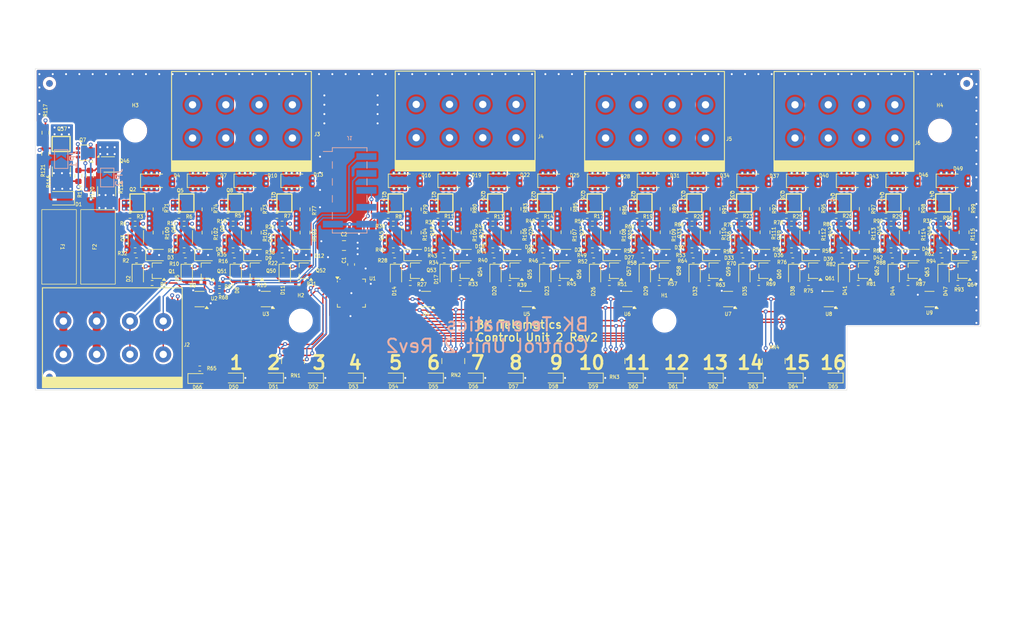
<source format=kicad_pcb>
(kicad_pcb (version 20241229) (generator "pcbnew") (generator_version "9.0")
  (layers (0 "F.Cu" signal) (4 "In1.Cu" signal) (6 "In2.Cu" signal) (2 "B.Cu" signal) (13 "F.Paste" user) (15 "B.Paste" user) (5 "F.SilkS" user "F.Silkscreen") (7 "B.SilkS" user "B.Silkscreen") (1 "F.Mask" user) (3 "B.Mask" user) (25 "Edge.Cuts" user))
  (net 0 "")
  (net 1 "GND")
  (net 2 "+VIN")
  (net 3 "Net-(D5-A)")
  (net 4 "Net-(D6-K)")
  (net 5 "/OUT1")
  (net 6 "/OUT2")
  (net 7 "/OUT3")
  (net 8 "/OUT4")
  (net 9 "Net-(D2-A)")
  (net 10 "Net-(D3-K)")
  (net 11 "/OUT5")
  (net 12 "Net-(D8-A)")
  (net 13 "Net-(D9-K)")
  (net 14 "/OUT6")
  (net 15 "Net-(D11-A)")
  (net 16 "Net-(D12-K)")
  (net 17 "Net-(D14-A)")
  (net 18 "/OUT7")
  (net 19 "Net-(D15-K)")
  (net 20 "/OUT8")
  (net 21 "Net-(D17-A)")
  (net 22 "Net-(D18-K)")
  (net 23 "/OUT9")
  (net 24 "Net-(D20-A)")
  (net 25 "Net-(D21-K)")
  (net 26 "Net-(D23-A)")
  (net 27 "/OUT10")
  (net 28 "Net-(D24-K)")
  (net 29 "Net-(D26-A)")
  (net 30 "/OUT11")
  (net 31 "Net-(D27-K)")
  (net 32 "Net-(D29-A)")
  (net 33 "Net-(D30-K)")
  (net 34 "Net-(D32-A)")
  (net 35 "Net-(D33-K)")
  (net 36 "Net-(D35-A)")
  (net 37 "Net-(D36-K)")
  (net 38 "Net-(D38-A)")
  (net 39 "Net-(D39-K)")
  (net 40 "Net-(D41-A)")
  (net 41 "Net-(D42-K)")
  (net 42 "Net-(D44-A)")
  (net 43 "Net-(D45-K)")
  (net 44 "Net-(D47-A)")
  (net 45 "Net-(D48-K)")
  (net 46 "/OUT12")
  (net 47 "/OUT13")
  (net 48 "/OUT14")
  (net 49 "/OUT15")
  (net 50 "/out1/N_DRAIN")
  (net 51 "/out1/P_DRAIN")
  (net 52 "/OUT16")
  (net 53 "/out2/P_DRAIN")
  (net 54 "/out2/N_DRAIN")
  (net 55 "/out3/P_DRAIN")
  (net 56 "/out3/N_DRAIN")
  (net 57 "/out4/P_DRAIN")
  (net 58 "/out4/N_DRAIN")
  (net 59 "/out5/P_DRAIN")
  (net 60 "/out5/N_DRAIN")
  (net 61 "/out6/N_DRAIN")
  (net 62 "/out6/P_DRAIN")
  (net 63 "/out7/P_DRAIN")
  (net 64 "/out7/N_DRAIN")
  (net 65 "/out8/N_DRAIN")
  (net 66 "/out8/P_DRAIN")
  (net 67 "/out9/P_DRAIN")
  (net 68 "/out9/N_DRAIN")
  (net 69 "/out10/P_DRAIN")
  (net 70 "/out10/N_DRAIN")
  (net 71 "/VIN_UNPROTECTED")
  (net 72 "Net-(D50-A)")
  (net 73 "Net-(D51-A)")
  (net 74 "Net-(D52-A)")
  (net 75 "Net-(D53-A)")
  (net 76 "Net-(D54-A)")
  (net 77 "Net-(D55-A)")
  (net 78 "Net-(D56-A)")
  (net 79 "Net-(D57-A)")
  (net 80 "Net-(D58-A)")
  (net 81 "Net-(D59-A)")
  (net 82 "Net-(D60-A)")
  (net 83 "Net-(D61-A)")
  (net 84 "Net-(D62-A)")
  (net 85 "Net-(D63-A)")
  (net 86 "Net-(D64-A)")
  (net 87 "Net-(D65-A)")
  (net 88 "/SER_RX")
  (net 89 "/SER_TX")
  (net 90 "Net-(J2-Pin_3)")
  (net 91 "Net-(J2-Pin_4)")
  (net 92 "/out11/N_DRAIN")
  (net 93 "/out11/P_DRAIN")
  (net 94 "/~{INT}")
  (net 95 "/SDA")
  (net 96 "+3V3")
  (net 97 "/SCL")
  (net 98 "/out12/N_DRAIN")
  (net 99 "/out12/P_DRAIN")
  (net 100 "/out13/N_DRAIN")
  (net 101 "/out13/P_DRAIN")
  (net 102 "/out14/N_DRAIN")
  (net 103 "/out14/P_DRAIN")
  (net 104 "/out15/N_DRAIN")
  (net 105 "/out15/P_DRAIN")
  (net 106 "/out16/N_DRAIN")
  (net 107 "/out16/P_DRAIN")
  (net 108 "/CTRL8")
  (net 109 "/CTRL9")
  (net 110 "/CTRL2")
  (net 111 "/CTRL7")
  (net 112 "/CTRL15")
  (net 113 "/CTRL10")
  (net 114 "/CTRL14")
  (net 115 "/CTRL5")
  (net 116 "/CTRL11")
  (net 117 "/CTRL16")
  (net 118 "/CTRL6")
  (net 119 "/CTRL13")
  (net 120 "/CTRL1")
  (net 121 "/CTRL3")
  (net 122 "/CTRL4")
  (net 123 "/CTRL12")
  (net 124 "Net-(Q1-Pad3)")
  (net 125 "Net-(Q50-Pad3)")
  (net 126 "Net-(Q51-Pad3)")
  (net 127 "Net-(Q52-Pad3)")
  (net 128 "Net-(Q53-Pad3)")
  (net 129 "Net-(Q54-Pad3)")
  (net 130 "Net-(Q55-Pad3)")
  (net 131 "Net-(Q56-Pad3)")
  (net 132 "Net-(Q57-Pad3)")
  (net 133 "Net-(Q58-Pad3)")
  (net 134 "Net-(Q59-Pad3)")
  (net 135 "Net-(Q60-Pad3)")
  (net 136 "Net-(Q61-Pad3)")
  (net 137 "Net-(Q62-Pad3)")
  (net 138 "Net-(Q63-Pad3)")
  (net 139 "Net-(Q64-Pad3)")
  (net 140 "/out1/CTRL")
  (net 141 "/out3/CTRL")
  (net 142 "/out2/CTRL")
  (net 143 "/out4/CTRL")
  (net 144 "/out5/CTRL")
  (net 145 "/out6/CTRL")
  (net 146 "/out7/CTRL")
  (net 147 "/out8/CTRL")
  (net 148 "/out9/CTRL")
  (net 149 "/out10/CTRL")
  (net 150 "/out11/CTRL")
  (net 151 "/out12/CTRL")
  (net 152 "/out13/CTRL")
  (net 153 "/out14/CTRL")
  (net 154 "/out15/CTRL")
  (net 155 "/out16/CTRL")
  (net 156 "/OUT_GND")
  (net 157 "Net-(D66-A)")
  (net 158 "Net-(D1-A)")
  (net 159 "Net-(Q7A-B1)")
  (net 160 "/current_limiter/IN-")
  (net 161 "Net-(Q46-G)")
  (net 162 "Net-(Q37-G)")
  (net 163 "Net-(Q37-S)")
  (net 164 "/current_limiter/IN+")
  (net 165 "Net-(J2-Pin_2)")
  (footprint "Resistor_SMD:R_0402_1005Metric" (layer "F.Cu") (at 142.902424 81.295)
    (property "Reference" "R17")
    (property "Value" "10K")
  )
  (footprint "My_Footprints:Diodes_Inc_U-DFN2020-6 (Type E)" (layer "F.Cu") (at 82.693333 79.345 180)
    (property "Reference" "Q5")
    (property "Value" "DMP4047LFDE-7")
  )
  (footprint "Resistor_SMD:R_0402_1005Metric" (layer "F.Cu") (at 74.985 82.495 180)
    (property "Reference" "R4")
    (property "Value" "10K")
  )
  (footprint "Resistor_SMD:R_0402_1005Metric" (layer "F.Cu") (at 191.09106 91.395 180)
    (property "Reference" "R87")
    (property "Value" "4.7K")
  )
  (footprint "Resistor_SMD:R_0402_1005Metric" (layer "F.Cu") (at 96.285 81.295)
    (property "Reference" "R7")
    (property "Value" "10K")
  )
  (footprint "Resistor_SMD:R_0402_1005Metric" (layer "F.Cu") (at 113.768333 82.495 180)
    (property "Reference" "R30")
    (property "Value" "10K")
  )
  (footprint "Resistor_SMD:R_0402_1005Metric" (layer "F.Cu") (at 135.425151 81.295)
    (property "Reference" "R14")
    (property "Value" "10K")
  )
  (footprint "Package_TO_SOT_SMD:SOT-323_SC-70" (layer "F.Cu") (at 154.454697 89.545 180)
    (property "Reference" "Q58")
    (property "Value" "ADTA114EUAQ-13")
  )
  (footprint "MountingHole:MountingHole_3.2mm_M3_DIN965" (layer "F.Cu") (at 99.875 97.05)
    (property "Reference" "H2")
    (property "Value" "MountingHole")
  )
  (footprint "Resistor_SMD:R_0402_1005Metric" (layer "F.Cu") (at 82.543333 87.995)
    (property "Reference" "R10")
    (property "Value" "4.7K")
  )
  (footprint "Resistor_SMD:R_Array_Concave_4x0603" (layer "F.Cu") (at 146.843333 103.12 90)
    (property "Reference" "RN3")
    (property "Value" "270R")
  )
  (footprint "Diode_SMD:D_SOD-323" (layer "F.Cu") (at 188.94106 90.195 -90)
    (property "Reference" "D44")
    (property "Value" "12V")
  )
  (footprint "Resistor_SMD:R_0402_1005Metric" (layer "F.Cu") (at 77.535 91.395 180)
    (property "Reference" "R1")
    (property "Value" "4.7K")
  )
  (footprint "My_Footprints:LittelFuse_OMNI-BLOCK_holder_smd_9.73mm_5.03mm" (layer "F.Cu") (at 63.56 85.97 -90)
    (property "Reference" "F1")
    (property "Value" "Fuse_Small")
  )
  (footprint "My_Footprints:Diodes_Inc_U-DFN2020-6 (Type E)" (layer "F.Cu") (at 97.41 79.345 180)
    (property "Reference" "Q11")
    (property "Value" "DMP4047LFDE-7")
  )
  (footprint "Resistor_SMD:R_0805_2012Metric" (layer "F.Cu") (at 192.01 80.27 90)
    (property "Reference" "R98")
    (property "Value" "0R")
  )
  (footprint "LED_SMD:LED_0603_1608Metric" (layer "F.Cu") (at 161.8425 105.67 180)
    (property "Reference" "D62")
    (property "Value" "LED_Small_Filled")
  )
  (footprint "My_Footprints:Diodes_Inc_U-DFN2020-6 (Type E)" (layer "F.Cu") (at 90.051667 79.345 180)
    (property "Reference" "Q8")
    (property "Value" "DMP4047LFDE-7")
  )
  (footprint "LED_SMD:LED_0603_1608Metric" (layer "F.Cu") (at 167.848333 105.67 180)
    (property "Reference" "D63")
    (property "Value" "LED_Small_Filled")
  )
  (footprint "Resistor_SMD:R_0402_1005Metric" (layer "F.Cu") (at 188.54106 82.495 180)
    (property "Reference" "R90")
    (property "Value" "10K")
  )
  (footprint "Package_TO_SOT_SMD:SOT-323_SC-70" (layer "F.Cu") (at 124.545606 89.545 180)
    (property "Reference" "Q54")
    (property "Value" "ADTA114EUAQ-13")
  )
  (footprint "Diode_SMD:D_SOD-323" (layer "F.Cu") (at 154.354697 87.195)
    (property "Reference" "D30")
    (property "Value" "12V")
  )
  (footprint "Package_TO_SOT_SMD:SOT-323_SC-70" (layer "F.Cu") (at 146.977424 89.545 180)
    (property "Reference" "Q57")
    (property "Value" "ADTA114EUAQ-13")
  )
  (footprint "Resistor_SMD:R_0402_1005Metric" (layer "F.Cu") (at 128.722878 86.495 180)
    (property "Reference" "R44")
    (property "Value" "220K")
  )
  (footprint "Resistor_SMD:R_0402_1005Metric" (layer "F.Cu") (at 87.66 92.595 180)
    (property "Reference" "R68")
    (property "Value" "1.2Κ")
  )
  (footprint "Resistor_SMD:R_0402_1005Metric" (layer "F.Cu") (at 136.400151 87.995)
    (property "Reference" "R46")
    (property "Value" "4.7K")
  )
  (footprint "Diode_SMD:D_PowerDI-123" (layer "F.Cu") (at 78.11 76.045)
    (property "Reference" "D4")
    (property "Value" "~")
  )
  (footprint "Capacitor_SMD:C_0805_2012Metric" (layer "F.Cu") (at 106.36 85.77)
    (property "Reference" "C2")
    (property "Value" "10uF")
  )
  (footprint "Resistor_SMD:R_0402_1005Metric" (layer "F.Cu") (at 74.21 81.295)
    (property "Reference" "R3")
    (property "Value" "10K")
  )
  (footprint "Resistor_SMD:R_0402_1005Metric" (layer "F.Cu") (at 188.54106 86.495 180)
    (property "Reference" "R61")
    (property "Value" "220K")
  )
  (footprint "Package_DFN_QFN:Diodes_UDFN2020-6_Type-F" (layer "F.Cu") (at 89.851667 84.5025 -90)
    (property "Reference" "Q9")
    (property "Value" "BUK7D25-40EX")
  )
  (footprint "Diode_SMD:D_SOD-323" (layer "F.Cu") (at 114.168333 90.195 -90)
    (property "Reference" "D14")
    (property "Value" "12V")
  )
  (footprint "Resistor_SMD:R_0402_1005Metric" (layer "F.Cu") (at 158.831969 87.995)
    (property "Reference" "R64")
    (property "Value" "4.7K")
  )
  (footprint "Diode_SMD:D_PowerDI-123" (layer "F.Cu") (at 122.776667 76.045)
    (property "Reference" "D19")
    (property "Value" "~")
  )
  (footprint "Resistor_SMD:R_0805_2012Metric" (layer "F.Cu") (at 132.21 80.27 90)
    (property "Reference" "R83")
    (property "Value" "0R")
  )
  (footprint "Diode_SMD:D_SOD-323" (layer "F.Cu") (at 199.218333 87.195)
    (property "Reference" "D48")
    (property "Value" "12V")
  )
  (footprint "Package_TO_SOT_SMD:SOT-323_SC-70" (layer "F.Cu") (at 161.931969 89.545 180)
    (property "Reference" "Q59")
    (property "Value" "ADTA114EUAQ-13")
  )
  (footprint "Resistor_SMD:R_0402_1005Metric" (layer "F.Cu") (at 123.795606 91.395 180)
    (property "Reference" "R33")
    (property "Value" "4.7K")
  )
  (footprint "Package_TO_SOT_SMD:SOT-323_SC-70" (layer "F.Cu") (at 100.36 89.545 180)
    (property "Reference" "Q52")
    (property "Value" "ADTA114EUAQ-13")
  )
  (footprint "Resistor_SMD:R_0402_1005Metric" (layer "F.Cu") (at 183.613788 91.395 180)
    (property "Reference" "R81")
    (property "Value" "4.7K")
  )
  (footprint "Resistor_SMD:R_0402_1005Metric" (layer "F.Cu") (at 151.354697 87.995)
    (property "Reference" "R58")
    (property "Value" "4.7K")
  )
  (footprint "Resistor_SMD:R_0402_1005Metric" (layer "F.Cu") (at 75.185 87.995)
    (property "Reference" "R2")
    (property "Value" "4.7K")
  )
  (footprint "Diode_SMD:D_SOD-323" (layer "F.Cu") (at 184.263788 87.195)
    (property "Reference" "D42")
    (property "Value" "12V")
  )
  (footprint "Package_TO_SOT_SMD:SOT-323_SC-70" (layer "F.Cu") (at 78.285 89.545 180)
    (property "Reference" "Q1")
    (property "Value" "ADTA114EUAQ-13")
  )
  (footprint "Resistor_SMD:R_0805_2012Metric" (layer "F.Cu") (at 139.71 83.77 90)
    (property "Reference" "R107")
    (property "Value" "0R")
  )
  (footprint "Resistor_SMD:R_0402_1005Metric" (layer "F.Cu") (at 82.343333 82.495 180)
    (property "Reference" "R12")
    (property "Value" "10K")
  )
  (footprint "Resistor_SMD:R_0805_2012Metric" (layer "F.Cu") (at 139.71 80.27 90)
    (property "Reference" "R85")
    (property "Value" "0R")
  )
  (footprint "Package_DFN_QFN:Diodes_UDFN2020-6_Type-F" (layer "F.Cu") (at 113.918333 84.5025 -90)
    (property "Reference" "Q15")
    (property "Value" "BUK7D25-40EX")
  )
  (footprint "Diode_SMD:D_PowerDI-123" (layer "F.Cu") (at 85.126667 76.045)
    (property "Reference" "D7")
    (property "Value" "~")
  )
  (footprint "My_Footprints:Diodes_Inc_U-DFN2020-6 (Type E)" (layer "F.Cu") (at 121.595606 79.345 180)
    (property "Reference" "Q17")
    (property "Value" "DMP4047LFDE-7")
  )
  (footprint "My_Footprints:Diodes_Inc_U-DFN2020-6 (Type E)" (layer "F.Cu") (at 151.504697 79.345 180)
    (property "Reference" "Q29")
    (property "Value" "DMP4047LFDE-7")
  )
  (footprint "LED_SMD:LED_0603_1608Metric" (layer "F.Cu") (at 131.813333 105.67 180)
    (property "Reference" "D57")
    (property "Value" "LED_Small_Filled")
  )
  (footprint "Resistor_SMD:R_0402_1005Metric" (layer "F.Cu") (at 181.063788 82.495 180)
    (property "Reference" "R84")
    (property "Value" "10K")
  )
  (footprint "Diode_SMD:D_PowerDI-123" (layer "F.Cu") (at 99.185 76.045)
    (property "Reference" "D13")
    (property "Value" "~")
  )
  (footprint "My_Footprints:Diodes_Inc_U-DFN2020-6 (Type E)" (layer "F.Cu") (at 63.84 70.51 -90)
    (property "Reference" "Q37")
    (property "Value" "DMP4047LFDE-7")
  )
  (footprint "Resistor_SMD:R_0402_1005Metric" (layer "F.Cu") (at 112.993333 81.295)
    (property "Reference" "R8")
    (property "Value" "10K")
  )
  (footprint "LED_SMD:LED_0603_1608Metric" (layer "F.Cu") (at 95.778333 105.67 180)
    (property "Reference" "D51")
    (property "Value" "LED_Small_Filled")
  )
  (footprint "Resistor_SMD:R_0603_1608Metric" (layer "F.Cu") (at 68.185 75.31 -90)
    (property "Reference" "R120")
    (property "Value" "47K")
  )
  (footprint "Resistor_SMD:R_0402_1005Metric" (layer "F.Cu") (at 195.243333 81.295)
    (property "Reference" "R31")
    (property "Value" "10K")
  )
  (footprint "Resistor_SMD:R_0402_1005Metric" (layer "F.Cu") (at 153.704697 91.395 180)
    (property "Reference" "R57")
    (property "Value" "4.7K")
  )
  (footprint "Resistor_SMD:R_0805_2012Metric" (layer "F.Cu") (at 117.21 80.32 90)
    (property "Reference" "R79")
    (property "Value" "0R")
  )
  (footprint "My_Footprints:Diodes_Inc_U-DFN2020-6 (Type E)" (layer "F.Cu") (at 144.027424 79.345 180)
    (property "Reference" "Q26")
    (property "Value" "DMP4047LFDE-7")
  )
  (footprint "Resistor_SMD:R_Array_Concave_4x0603" (layer "F.Cu") (at 98.71 103.12 90)
    (property "Reference" "RN1")
    (property "Value" "270R")
  )
  (footprint "Package_DFN_QFN:Diodes_UDFN2020-6_Type-F" (layer "F.Cu") (at 173.736515 84.5025 -90)
    (property "Reference" "Q39")
    (property "Value" "BUK7D25-40EX")
  )
  (footprint "Resistor_SMD:R_0805_2012Metric" (layer "F.Cu") (at 154.61 80.27 90)
    (property "Reference" "R89")
    (property "Value" "0R")
  )
  (footprint "Diode_SMD:D_SOD-323" (layer "F.Cu") (at 151.554697 90.195 -90)
    (property "Reference" "D29")
    (property "Value" "12V")
  )
  (footprint "Diode_SMD:D_PowerDI-123" (layer "F.Cu") (at 167.676667 76.045)
    (property "Reference" "D37")
    (property "Value" "~")
  )
  (footprint "Resistor_SMD:R_0402_1005Metric" (layer "F.Cu") (at 157.856969 81.295)
    (property "Reference" "R20")
    (property "Value" "10K")
  )
  (footprint "Resistor_SMD:R_0402_1005Metric" (layer "F.Cu") (at 128.922878 87.995)
    (property "Reference" "R40")
    (property "Value" "4.7K")
  )
  (footprint "Resistor_SMD:R_0402_1005Metric" (layer "F.Cu") (at 74.985 86.495 180)
    (property "Reference" "R32")
    (property "Value" "220K")
  )
  (footprint "Package_TO_SOT_SMD:SOT-323_SC-70" (layer "F.Cu") (at 184.363788 89.545 180)
    (property "Reference" "Q62")
    (property "Value" "ADTA114EUAQ-13")
  )
  (footprint "Diode_SMD:D_SOD-323" (layer "F.Cu") (at 75.385 90.195 -90)
    (property "Reference" "D2")
    (property "Value" "12V")
  )
  (footprint "Resistor_SMD:R_0805_2012Metric" (layer "F.Cu") (at 177.01 80.27 90)
    (property "Reference" "R95")
    (property "Value" "0R")
  )
  (footprint "Diode_SMD:D_SOD-323" (layer "F.Cu") (at 97.46 90.195 -90)
    (property "Reference" "D11")
    (property "Value" "12V")
  )
  (footprint "Resistor_SMD:R_0805_2012Metric" (layer "F.Cu") (at 100.51 80.32 90)
    (property "Reference" "R77")
    (property "Value" "0R")
  )
  (footprint "Package_TO_SOT_SMD:SOT-363_SC-70-6" (layer "F.Cu") (at 179.185 93.8075 180)
    (property "Reference" "U8")
    (property "Value" "PUMH10,115")
  )
  (footprint "Resistor_SMD:R_0805_2012Metric" (layer "F.Cu") (at 169.61 80.27 90)
    (property "Reference" "R92")
    (property "Value" "0R")
  )
  (footprint "Diode_SMD:D_PowerDI-123" (layer "F.Cu") (at 197.626667 76.044999)
    (property "Reference" "D49")
    (property "Value" "~")
  )
  (footprint "Resistor_SMD:R_0402_1005Metric" (layer "F.Cu") (at 173.786515 87.995)
    (property "Reference" "R76")
    (property "Value" "4.7K")
  )
  (footprint "Fiducial:Fiducial_1mm_Mask2mm" (layer "F.Cu") (at 62.12 61.42)
    (property "Reference" "FID2" (hide yes))
    (property "Value" "Fiducial")
  )
  (footprint "Resistor_SMD:R_0603_1608Metric" (layer "F.Cu") (at 61.48 71.99 90)
    (property "Reference" "R121")
    (property "Value" "47K")
  )
  (footprint "Package_TO_SOT_SMD:SOT-323_SC-70" (layer "F.Cu") (at 139.500151 89.545 180)
    (property "Reference" "Q56")
    (property "Value" "ADTA114EUAQ-13")
  )
  (footprint "Resistor_SMD:R_0402_1005Metric" (layer "F.Cu") (at 128.722878 82.495 180)
    (property "Reference" "R42")
    (property "Value" "10K")
  )
  (footprint "Diode_SMD:D_PowerDI-123" (layer "F.Cu") (at 182.626667 76.045)
    (property "Reference" "D43")
    (property "Value" "~")
  )
  (footprint "Package_TO_SOT_SMD:SOT-363_SC-70-6" (layer "F.Cu") (at 164.06 93.8075 180)
    (property "Reference" "U7")
    (property "Value" "PUMH10,115")
  )
  (footprint "Resistor_SMD:R_0805_2012Metric" (layer "F.Cu") (at 162.11 83.77 90)
    (property "Reference" "R110")
    (property "Value" "0R")
  )
  (footprint "Diode_SMD:D_SOD-323" (layer "F.Cu") (at 146.877424 87.195)
    (property "Reference" "D27")
    (property "Value" "12V")
  )
  (footprint "Diode_SMD:D_PowerDI-123" (layer "F.Cu") (at 190.076667 76.045)
    (property "Reference" "D46")
    (property "Value" "~")
  )
  (footprint "Package_TO_SOT_SMD:SOT-323_SC-70" (layer "F.Cu") (at 93.001667 89.545 180)
    (property "Reference" "Q50")
    (property "Value" "ADTA114EUAQ-13")
  )
  (footprint "Package_DFN_QFN:Diodes_UDFN2020-6_Type-F" (layer "F.Cu") (at 196.168333 84.5025 -90)
    (property "Reference" "Q48")
    (property "Value" "BUK7D25-40EX")
  )
  (footprint "Resistor_SMD:R_0402_1005Metric" (layer "F.Cu") (at 92.251667 91.395 180)
    (property "Reference" "R15")
    (property "Value" "4.7K")
  )
  (footprint "Resistor_SMD:R_0402_1005Metric" (layer "F.Cu") (at 166.309242 87.995)
    (property "Reference" "R70")
    (property "Value" "4.7K")
  )
  (footprint "Diode_SMD:D_PowerDI-123" (layer "F.Cu") (at 63.56 78.67 180)
    (property "Reference" "D1")
    (property "Value" "~")
  )
  (footprint "Resistor_SMD:R_0402_1005Metric" (layer "F.Cu") (at 150.379697 81.295)
    (property "Reference" "R19")
    (property "Value" "10K")
  )
  (footprint "Package_DFN_QFN:Diodes_UDFN2020-6_Type-F" (layer "F.Cu") (at 75.135 84.5025 -90)
    (property "Reference" "Q3")
    (property "Value" "BUK7D25-40EX")
  )
  (footprint "Diode_SMD:D_SOD-323" (layer "F.Cu") (at 116.968333 87.195)
    (property "Reference" "D15")
    (property "Value" "12V")
  )
  (footprint "Package_TO_SOT_SMD:SOT-323_SC-70" (layer "F.Cu") (at 199.318333 89.545 180)
    (property "Reference" "Q64")
    (property "Value" "ADTA114EUAQ-13")
  )
  (footprint "My_Footprints:TerminalBlock_IMO_203001M-4" (layer "F.Cu") (at 83.61 69.62)
    (property "Reference" "J3")
    (property "Value" "TBL007A-500-04GY")
  )
  (footprint "Resistor_SMD:R_0402_1005Metric" (layer "F.Cu") (at 136.200151 82.495 180)
    (property "Reference" "R48")
    (property "Value" "10K")
  )
  (footprint "LED_SMD:LED_0603_1608Metric" (layer "F.Cu") (at 125.8075 105.67 180)
    (property "Reference" "D56")
    (property "Value" "LED_Small_Filled")
  )
  (footprint "Diode_SMD:D_SOD-323" (layer "F.Cu") (at 92.901667 87.195)
    (property "Reference" "D9")
    (property "Value" "12V")
  )
  (footprint "Diode_SMD:D_SOD-323" (layer "F.Cu") (at 191.74106 87.195)
    (property "Reference" "D45")
    (property "Value" "12V")
  )
  (footprint "Diode_SMD:D_SOD-323" (layer "F.Cu") (at 173.986515 90.195 -90)
    (property "Reference" "D38")
    (property "Value" "12V")
  )
  (footprint "Resistor_SMD:R_0402_1005Metric" (layer "F.Cu") (at 161.181969 91.395 180)
    (property "Reference" "R63")
    (property "Value" "4.7K")
  )
  (footprint "Resistor_SMD:R_0402_1005Metric" (layer "F.Cu") (at 180.288788 81.295)
    (property "Reference" "R26")
    (property "Value" "10K")
  )
  (footprint "Resistor_SMD:R_0805_2012Metric" (layer "F.Cu") (at 177.01 83.77 90)
    (property "Reference" "R112")
    (property "Value" "0R")
  )
  (footprint "Resistor_SMD:R_0402_1005Metric" (layer "F.Cu") (at 158.631969 86.495 180)
    (property "Reference" "R53")
    (property "Value" "220K")
  )
  (footprint "Resistor_SMD:R_0402_1005Metric" (layer "F.Cu") (at 181.263788 87.995)
    (property "Reference" "R82")
    (property "Value" "4.7K")
  )
  (footprint "Resistor_SMD:R_0402_1005Metric" (layer "F.Cu") (at 121.245606 86.495 180)
    (property "Reference" "R43")
    (property "Value" "220K")
  )
  (footprint "Resistor_SMD:R_0603_1608Metric" (layer "F.Cu") (at 61.52 68.82 90)
    (property "Reference" "R117")
    (property "Value" "47K")
  )
  (footprint "Package_DFN_QFN:Diodes_UDFN2020-6_Type-F" (layer "F.Cu") (at 128.872878 84.5025 -90)
    (property "Reference" "Q21")
    (property "Value" "BUK7D25-40EX")
  )
  (footprint "Resistor_SMD:R_0805_2012Metric" (layer "F.Cu") (at 85.785 83.82 90)
    (property "Reference" "R102")
    (property "Value" "0R")
  )
  (footprint "Resistor_SMD:R_0402_1005Metric" (layer "F.Cu") (at 196.018333 86.495 180)
    (property "Reference" "R62")
    (property "Value" "220K")
  )
  (footprint "Resistor_SMD:R_0402_1005Metric" (layer "F.Cu") (at 151.154697 86.495 180)
    (property "Reference" "R50")
    (property "Value" "220K")
  )
  (footprint "Resistor_SMD:R_0402_1005Metric" (layer "F.Cu") (at 131.272878 91.395 180)
    (property "Reference" "R39")
    (property "Value" "4.7K")
  )
  (footprint "Resistor_SMD:R_0805_2012Metric" (layer "F.Cu") (at 93.185 83.82 90)
    (property "Reference" "R101")
    (property "Value" "0R")
  )
  (footprint "Package_DFN_QFN:Diodes_UDFN2020-6_Type-F" (layer "F.Cu") (at 143.827424 84.5025 -90)
    (property "Reference" "Q27")
    (property "Value" "BUK7D25-40EX")
  )
  (footprint "Resistor_SMD:R_0402_1005Metric" (layer "F.Cu") (at 121.245606 82.495 180)
    (property "Reference" "R36")
    (property "Value" "10K")
  )
  (footprint "Package_TO_SOT_SMD:SOT-363_SC-70-6" (layer "F.Cu") (at 118.685 93.8075 180)
    (property "Reference" "U4")
    (property "Value" "PUMH10,115")
  )
  (footprint "Resistor_SMD:R_0402_1005Metric" (layer "F.Cu") (at 120.470606 81.295)
    (property "Reference" "R11")
    (property "Value" "10K")
  )
  (footprint "Resistor_SMD:R_0805_2012Metric" (layer "F.Cu") (at 184.51 80.27 90)
    (property "Reference" "R97")
    (property "Value" "0R")
  )
  (footprint "MountingHole:MountingHole_3.2mm_M3_DIN965" (layer "F.Cu") (at 195.875 68.5)
    (property "Reference" "H4")
    (property "Value" "MountingHole")
  )
  (footprint "Package_DFN_QFN:Diodes_UDFN2020-6_Type-F" (layer "F.Cu") (at 70.8975 73.545)
    (property "Reference" "Q46")
    (property "Value" "BUK7D25-40EX")
  )
  (footprint "Resistor_SMD:R_0402_1005Metric" (layer "F.Cu") (at 84.893333 91.395 180)
    (property "Reference" "R9")
    (property "Value" "4.7K")
  )
  (footprint "Fiducial:Fiducial_1mm_Mask2mm" (layer "F.Cu") (at 62.11 105.52)
    (property "Reference" "FID1" (hide yes))
    (property "Value" "Fiducial")
  )
  (footprint "Diode_SMD:D_SOD-323" (layer "F.Cu") (at 129.122878 90.195 -90)
    (property "Reference" "D20")
    (property "Value" "12V")
  )
  (footprint "Diode_SMD:D_SOD-323" (layer "F.Cu") (at 181.463788 90.195 -90)
    (property "Reference" "D41")
    (property "Value" "12V")
  )
  (footprint "Resistor_SMD:R_0402_1005Metric" (layer "F.Cu") (at 143.677424 86.495 180)
    (property "Reference" "R49")
    (property "Value" "220K")
  )
  (footprint "Diode_SMD:D_PowerDI-123" (layer "F.Cu") (at 115.326667 76.044999)
    (property "Reference" "D16")
    (property "Value" "~")
  )
  (footprint "My_Footprints:LittelFuse_OMNI-BLOCK_holder_smd_9.73mm_5.03mm" (layer "F.Cu") (at 69.41 85.97 90)
    (property "Reference" "F2")
    (property "Value" "Fuse_Small")
  )
  (footprint "Diode_SMD:D_PowerDI-123" (layer "F.Cu") (at 145.226667 76.045)
    (property "Reference" "D28")
    (property "Value" "~")
  )
  (footprint "Resistor_SMD:R_1210_3225Metric" (layer "F.Cu") (at 63.9 74.66 -90)
    (property "Reference" "R116")
    (property "Value" "68mΩ")
  )
  (footprint "Resistor_SMD:R_0402_1005Metric" (layer "F.Cu") (at 158.631969 82.495 180)
    (property "Reference" "R66")
    (property "Value" "10K")
  )
  (footprint "Resistor_SMD:R_0402_1005Metric" (layer "F.Cu") (at 87.66 91.47)
    (property "Reference" "R67")
    (property "Value" "1.2Κ")
  )
  (footprint "Resistor_SMD:R_0402_1005Metric" (layer "F.Cu") (at 99.61 91.395 180)
    (property "Reference" "R21")
    (property "Value" "4.7K")
  )
  (footprint "Resistor_SMD:R_0402_1005Metric" (layer "F.Cu") (at 143.877424 87.995)
    (property "Reference" "R52")
    (property "Value" "4.7K")
  )
  (footprint "Package_DFN_QFN:Diodes_UDFN2020-6_Type-F" (layer "F.Cu") (at 151.304697 84.5025 -90)
    (property "Reference" "Q30")
    (property "Value" "BUK7D25-40EX")
  )
  (footprint "Resistor_SMD:R_0402_1005Metric" (layer "F.Cu") (at 173.586515 82.495 180)
    (property "Reference" "R78")
    (property "Value" "10K")
  )
  (footprint "Diode_SMD:D_SOD-323" (layer "F.Cu") (at 124.445606 87.195)
    (property "Reference" "D18")
    (property "Value" "12V")
  )
  (footprint "Resistor_SMD:R_0402_1005Metric" (layer "F.Cu") (at 97.06 86.495 180)
    (property "Reference" "R38")
    (property "Value" "220K")
  )
  (footprint "Resistor_SMD:R_0805_2012Metric" (layer "F.Cu") (at 184.51 83.77 90)
    (property "Reference" "R113")
    (property "Value" "0R")
  )
  (footprint "My_Footprints:Diodes_Inc_U-DFN2020-6 (Type E)" (layer "F.Cu") (at 129.072878 79.345 180)
    (property "Reference" "Q20")
    (property "Value" "DMP4047LFDE-7")
  )
  (footprint "LED_SMD:LED_0603_1608Metric" (layer "F.Cu") (at 89.7725 105.67 180)
    (property "Reference" "D50")
    (property "Value" "LED_Small_Filled")
  )
  (footprint "Resistor_SMD:R_0805_2012Metric" (layer "F.Cu") (at 132.21 83.77 90)
    (property "Reference" "R106")
    (property "Value" "0R")
  )
  (footprint "Diode_SMD:D_SOD-323" (layer "F.Cu") (at 90.101667 90.195 -90)
    (property "Reference" "D8")
    (property "Value" "12V")
  )
  (footprint "Package_TO_SOT_SMD:SOT-323_SC-70" (layer "F.Cu") (at 85.643333 89.545 180)
    (property "Reference" "Q51")
    (property "Value" "ADTA114EUAQ-13")
  )
  (footprint "Diode_SMD:D_SOD-323" (layer "F.Cu") (at 159.031969 90.195 -90)
    (property "Reference" "D32")
    (property "Value" "12V")
  )
  (footprint "LED_SMD:LED_0603_1608Metric" (layer "F.Cu") (at 101.784167 105.67 180)
    (property "Reference" "D52")
    (property "Value" "LED_Small_Filled")
  )
  (footprint "Diode_SMD:D_SOD-323" (layer "F.Cu") (at 161.831969 87.195)
    (property "Reference" "D33")
    (property "Value" "12V")
  )
  (footprint "Resistor_SMD:R_0402_1005Metric" (layer "F.Cu") (at 196.218333 87.995)
    (property "Reference" "R94")
    (property "Value" "4.7K")
  )
  (footprint "Resistor_SMD:R_0805_2012Metric" (layer "F.Cu") (at 199.51 80.27 90)
    (property "Reference" "R99")
    (property "Value" "0R")
  )
  (footprint "Diode_SMD:D_SOD-323" (layer "F.Cu") (at 82.743333 90.195 -90)
    (property "Reference" "D5")
    (property "Value" "12V")
  )
  (footprint "My_Footprints:TerminalBlock_IMO_203001M-4" (layer "F.Cu") (at 64.21 102.12)
    (property "Reference" "J2")
    (property "Value" "TBL007A-500-04GY")
  )
  (footprint "Resistor_SMD:R_0402_1005Metric" (layer "F.Cu") (at 97.06 82.495 180)
    (property "Reference" "R24")
    (property "Value" "10K")
  )
  (footprint "Diode_SMD:D_SOD-323" (layer "F.Cu") (at 85.543333 87.195)
    (property "Reference" "D6")
    (property "Value" "12V")
  )
  (footprint "Resistor_SMD:R_0402_1005Metric" (layer "F.Cu") (at 82.343333 86.495 180)
    (property "Reference" "R37")
    (property "Value" "220K")
  )
  (footprint "Resistor_SMD:R_0805_2012Metric" (layer "F.Cu") (at 154.61 83.77 90)
    (property "Reference" "R109")
    (property "Value" "0R")
  )
  (footprint "Diode_SMD:D_PowerDI-123" (layer "F.Cu") (at 160.176667 76.044999)
    (property "Reference" "D34")
    (property "Value" "~")
  )
  (footprint "My_Footprints:TerminalBlock_IMO_203001M-4" (layer "F.Cu") (at 145.66 69.62)
    (property "Reference" "J5")
    (property "Value" "TBL007A-500-04GY")
  )
  (footprint "LED_SMD:LED_0603_1608Metric" (layer "F.Cu") (at 107.79 105.67 180)
    (property "Reference" "D53")
    (property "Value" "LED_Small_Filled")
  )
  (footprint "Resistor_SMD:R_0402_1005Metric" (layer "F.Cu") (at 166.109242 86.495 180)
    (property "Reference" "R55")
    (property "Value" "220K")
  )
  (footprint "Resistor_SMD:R_Array_Concave_4x0603" (layer "F.Cu") (at 122.776667 103.12 90)
    (property "Reference" "RN2")
    (property "Value" "270R")
  )
  (footprint "Resistor_SMD:R_0805_2012Metric" (layer "F.Cu") (at 85.785 80.32 90)
    (property "Reference" "R74")
    (property "Value" "0R")
  )
  (footprint "Package_TO_SOT_SMD:SOT-323_SC-70" (layer "F.Cu") (at 191.84106 89.545 180)
    (property "Reference" "Q63")
    (property "Value" "ADTA114EUAQ-13")
  )
  (footprint "Diode_SMD:D_SOD-323" (layer "F.Cu") (at 196.418333 90.195 -90)
    (property "Reference" "D47")
    (property "Value" "12V")
  )
  (footprint "Resistor_SMD:R_0402_1005Metric" (layer "F.Cu") (at 187.76606 81.295)
    (property "Reference" "R29")
    (property "Value" "10K")
  )
  (footprint "Resistor_SMD:R_0402_1005Metric" (layer "F.Cu") (at 127.947878 81.295)
    (property "Reference" "R13")
    (property "Value" "10K")
  )
  (footprint "My_Footprints:Diodes_Inc_U-DFN2020-6 (Type E)" (layer "F.Cu") (at 166.459242 79.345 180)
    (property "Reference" "Q35")
    (property "Value" "DMP4047LFDE-7")
  )
  (footprint "Resistor_SMD:R_0402_1005Metric" (layer "F.Cu") (at 89.901667 87.995)
    (property "Reference" "R16")
    (property "Value" "4.7K")
  )
  (footprint "My_Footprints:Diodes_Inc_U-DFN2020-6 (Type E)" (layer "F.Cu") (at 136.550151 79.345 180)
    (property "Reference" "Q23")
    (property "Value" "DMP4047LFDE-7")
  )
  (footprint "My_Footprints:Diodes_Inc_U-DFN2020-6 (Type E)" (layer "F.Cu") (at 181.413788 79.345 180)
    (property "Reference" "Q41")
    (property "Value" "DMP4047LFDE-7")
  )
  (footprint "My_Footprints:Diodes_Inc_U-DFN2020-6 (Type E)" (layer "F.Cu") (at 188.89106 79.345 180)
    (property "Reference" "Q44")
    (property "Value" "DMP4047LFDE-7")
  )
  (footprint "Resistor_SMD:R_0402_1005Metric" (layer "F.Cu") (at 89.701667 82.495 180)
    (property "Reference" "R18")
    (property "Value" "10K")
  )
  (footprint "Resistor_SMD:R_0805_2012Metric" (layer "F.Cu") (at 147.11 83.77 90)
    (property "Reference" "R108")
    (property "Value" "0R")
  )
  (footprint "Resistor_SMD:R_0402_1005Metric" (layer "F.Cu") (at 165.334242 81.295)
    (property "Reference" "R23")
    (property "Value" "10K")
  )
  (footprint "Resistor_SMD:R_0805_2012Metric" (layer "F.Cu") (at 124.71 83.82 90)
    (property "Reference" "R105")
    (property "Value" "0R")
  )
  (footprint "Resistor_SMD:R_0402_1005Metric" (layer "F.Cu") (at 113.768333 86.495 180)
    (property "Reference" "R41")
    (property "Value" "220K")
  )
  (footprint "Package_TO_SOT_SMD:SOT-363_SC-70-6" (layer "F.Cu") (at 148.935 93.8075 180)
    (property "Reference" "U6")
    (property "Value" "PUMH10,115")
  )
  (footprint "LED_SMD:LED_0603_1608Metric" (layer "F.Cu") (at 113.795833 105.67 180)
    (property "Reference" "D54")
    (property "Value" "LED_Small_Filled")
  )
  (footprint "Package_TO_SOT_SMD:SOT-323_SC-70" (layer "F.Cu") (at 132.022878 89.545 180)
    (property "Reference" "Q55")
    (property "Value" "ADTA114EUAQ-13")
  )
  (footprint "Package_DFN_QFN:Diodes_UDFN2020-6_Type-F" (layer "F.Cu") (at 136.350151 84.5025 -90)
    (property "Reference" "Q24")
    (property "Value" "BUK7D25-40EX")
  )
  (footprint "Resistor_SMD:R_0805_2012Metric" (layer "F.Cu") (at 192.01 83.77 90)
    (property "Reference" "R114")
    (property "Value" "0R")
  )
  (footprint "LED_SMD:LED_0603_1608Metric" (layer "F.Cu") (at 137.819167 105.67 180)
    (property "Reference" "D58")
    (property "Value" "LED_Small_Filled")
  )
  (footprint "Diode_SMD:D_PowerDI-123" (layer "F.Cu") (at 130.276667 76.045)
    (property "Reference" "D22")
    (property "Value" "~")
  )
  (footprint "Resistor_SMD:R_0402_1005Metric" (layer "F.Cu") (at 176.136515 91.395 180)
    (property "Reference" "R75")
    (property "Value" "4.7K")
  )
  (footprint "Resistor_SMD:R_0805_2012Metric" (layer "F.Cu") (at 199.51 83.77 90)
    (property "Reference" "R115")
    (property "Value" "0R")
  )
  (footprint "Resistor_SMD:R_0402_1005Metric" (layer "F.Cu") (at 84.6975 104.245 180)
    (property "Reference" "R65")
    (property "Value" "1K")
  )
  (footprint "Diode_SMD:D_PowerDI-123" (layer "F.Cu") (at 92.151666 76.045)
    (property "Reference" "D10")
    (property "Value" "~")
  )
  (footprint "Package_TO_SOT_SMD:SOT-363_SC-70-6" (layer "F.Cu") (at 84.66 93.8075 180)
    (property "Reference" "U2")
    (property "Value" "PUMH10,115")
  )
  (footprint "My_Footprints:Diodes_Inc_U-DFN2020-6 (Type E)" (layer "F.Cu") (at 114.118333 79.345 180)
    (property "Reference" "Q14")
    (property "Value" "DMP4047LFDE-7")
  )
  (footprint "Resistor_SMD:R_Array_Concave_4x0603" (layer "F.Cu") (at 170.91 103.12 90)
    (property "Reference" "RN4")
    (property "Value" "270R")
  )
  (footprint "Resistor_SMD:R_0402_1005Metric" (layer "F.Cu") (at 97.26 87.995)
    (property "Reference" "R22")
    (property "Value" "4.7K")
  )
  (footprint "Package_DFN_QFN:Diodes_UDFN2020-6_Type-F" (layer "F.Cu") (at 188.69106 84.5025 -90)
    (property "Reference" "Q45")
    (property "Value" "BUK7D25-40EX")
  )
  (footprint "Resistor_SMD:R_0402_1005Metric" (layer "F.Cu") (at 188.74106 87.995)
    (property "Reference" "R88")
    (property "Value" "4.7K")
  )
  (footprint "Resistor_SMD:R_0402_1005Metric" (layer "F.Cu") (at 89.701667 86.495 180)
    (property "Reference" "R35")
    (property "Value" "220K")
  )
  (footprint "LED_SMD:LED_0603_1608Metric" (layer "F.Cu") (at 119.801667 105.67 180)
    (property "Reference" "D55")
    (property "Value" "LED_Small_Filled")
  )
  (footprint "Package_TO_SOT_SMD:SOT-323_SC-70" (layer "F.Cu") (at 117.068333 89.545 180)
    (property "Reference" "Q53")
    (property "Value" "ADTA114EUAQ-13")
  )
  (footprint "Resistor_SMD:R_0402_1005Metric" (layer "F.Cu") (at 173.586515 86.495 180)
    (property "Reference" "R56")
    (property "Value" "220K")
  )
  (footprint "Resistor_SMD:R_0402_1005Metric" (layer "F.Cu") (at 166.109242 82.495 180)
    (property "Reference" "R72")
    (property "Value" "10K")
  )
  (footprint "LED_SMD:LED_0603_1608Metric" (layer "F.Cu") (at 84.3975 105.745)
    (property "Reference" "D66")
    (property "Value" "LED_Small_Filled")
  )
  (footprint "MountingHole:MountingHole_3.2mm_M3_DIN965" (layer "F.Cu") (at 154.5 97.05)
    (property "Reference" "H1")
    (property "Value" "MountingHole")
  )
  (footprint "My_Footprints:Diodes_Inc_U-DFN2020-6 (Type E)" (layer "F.Cu") (at 158.981969 79.345 180)
    (property "Reference" "Q32")
    (property "Value" "DMP4047LFDE-7")
  )
  (footprint "Diode_SMD:D_SOD-323" (layer "F.Cu") (at 166.509242 90.195 -90)
    (property "Reference" "D35")
    (property "Value" "12V")
  )
  (footprint "Resistor_SMD:R_0402_1005Metric" (layer "F.Cu") (at 151.154697 82.495 180)
    (property "Reference" "R60")
    (property "Value" "10K")
  )
  (footprint "LED_SMD:LED_0603_1608Metric" (layer "F.Cu") (at 179.86 105.67 180)
    (property "Reference" "D65")
    (property "Value" "LED_Small_Filled")
  )
  (footprint "Package_DFN_QFN:WQFN-24-1EP_4x4mm_P0.5mm_EP2.45x2.45mm" (layer "F.Cu") (at 107.4725 92.92)
    (property "Reference" "U1")
    (property "Value" "PCA9535HF,118")
  )
  (footprint "Resistor_SMD:R_0805_2012Metric" (layer "F.Cu") (at 124.71 80.32 90)
    (property "Reference" "R80")
    (property "Value" "0R")
  )
  (footprint "Diode_SMD:D_SOD-323" (layer "F.Cu") (at 176.786515 87.195)
    (property "Reference" "D39")
    (property "Value" "12V")
  )
  (footprint "Diode_SMD:D_SOD-323" (layer "F.Cu") (at 136.600151 90.195 -90)
    (property "Reference" "D23")
    (property "Value" "12V")
  )
  (footprint "Diode_SMD:D_SOD-323" (layer "F.Cu") (at 78.185 87.195)
    (property "Reference" "D3")
    (property "Value" "12V")
  )
  (footprint "Resistor_SMD:R_0402_1005Metric" (layer "F.Cu") (at 113.968333 87.995)
    (property "Reference" "R28")
    (property "Value" "4.7K")
  )
  (footprint "My_Footprints:Diodes_Inc_U-DFN2020-6 (Type E)" (layer "F.Cu") (at 75.335 79.345 180)
    (property "Reference" "Q2")
    (property "Value" "DMP4047LFDE-7")
  )
  (footprint "Resistor_SMD:R_0402_1005Metric" (layer "F.Cu") (at 168.659242 91.395 180)
    (property "Reference" "R69")
    (property "Value" "4.7K")
  )
  (footprint "Resistor_SMD:R_1210_3225Metric" (layer "F.Cu") (at 70.71 77.635 -90)
    (property "Reference" "R118")
    (property "Value" "68mΩ")
  )
  (footprint "Resistor_SMD:R_0402_1005Metric" (layer "F.Cu") (at 88.926667 81.295)
    (property "Reference" "R5")
    (property "Value" "10K")
  )
  (footprint "LED_SMD:LED_0603_1608Metric" (layer "F.Cu") (at 149.830833 105.67 180)
    (property "Reference" "D60")
    (property "Value" "LED_Small_Filled")
  )
  (footprint "Resistor_SMD:R_0402_1005Metric" (layer "F.Cu") (at 198.568333 91.395 180)
    (property "Reference" "R93")
    (property "Value" "4.7K")
  )
  (footprint "My_Footprints:Diodes_Inc_U-DFN2020-6 (Type E)" (layer "F.Cu") (at 196.368333 79.345 180)
    (property "Reference" "Q47")
    (property "Value" "DMP4047LFDE-7")
  )
  (footprint "Fiducial:Fiducial_1mm_Mask2mm" (layer "F.Cu") (at 199.91 61.42)
    (property "Reference" "FID3" (hide yes))
    (property "Value" "Fiducial")
  )
  (footprint "Diode_SMD:D_SOD-323" (layer "F.Cu") (at 131.922878 87.195)
    (property "Reference" "D21")
    (property "Value" "12V")
  )
  (footprint "Diode_SMD:D_SOD-323" (layer "F.Cu") (at 121.645606 90.195 -90)
    (property "Reference" "D17")
    (property "Value" "12V")
  )
  (footprint "Resistor_SMD:R_0805_2012Metric" (layer "F.Cu") (at 147.11 80.27 90)
    (property "Reference" "R86")
    (property "Value" "0R")
  )
  (footprint "LED_SMD:LED_0603_1608Metric" (layer "F.Cu") (at 173.854167 105.67 180)
    (property "Reference" "D64")
    (property "Value" "LED_Small_Filled")
  )
  (footprint "Package_DFN_QFN:Diodes_UDFN2020-6_Type-F" (layer "F.Cu") (at 166.259242 84.5025 -90)
    (property "Reference" "Q36")
    (property "Value" "BUK7D25-40EX")
  )
  (footprint "Diode_SMD:D_SOD-323" (layer "F.Cu") (at 139.400151 87.195)
    (property "Reference" "D24")
    (property "Value" "12V")
  )
  (footprint "Resistor_SMD:R_0402_1005Metric" (layer "F.Cu") (at 143.677424 82.495 180)
    (property "Reference" "R54")
    (property "Value" "10K")
  )
  (footprint "Diode_SMD:D_PowerDI-123" (layer "F.Cu") (at 137.776667 76.044999)
    (property "Reference" "D25")
    (property "Value" "~")
  )
  (footprint "Diode_SMD:D_SOD-323" (layer "F.Cu") (at 100.26 87.195)
    (property "Reference" "D12")
    (property "Value" "12V")
  )
  (footprint "Diode_SMD:D_SOD-323" (layer "F.Cu") (at 144.077424 90.195 -90)
    (property "Reference" "D26")
    (property "Value" "12V")
  )
  (footprint "Resistor_SMD:R_0805_2012Metric" (layer "F.Cu") (at 93.185 80.32 90)
    (property "Reference" "R73")
    (property "Value" "0R")
  )
  (footprint "Diode_SMD:D_SOD-323" (layer "F.Cu") (at 169.309242 87.195)
    (property "Reference" "D36")
    (property "Value" "12V")
  )
  (footprint "Resistor_SMD:R_0603_1608Metric" (layer "F.Cu") (at 66.46 75.31 90)
    (property "Reference" "R119")
    (property "Value" "47K")
  )
  (footprint "Resistor_SMD:R_0402_1005Metric" (layer "F.Cu") (at 196.018333 82.495 180)
    (property "Reference" "R96")
    (property "Value" "10K")
  )
  (footprint "Resistor_SMD:R_0402_1005Metric" (layer "F.Cu") (at 121.445606 87.995)
    (property "Reference" "R34")
    (property "Value" "4.7K")
  )
  (footprint "Package_DFN_QFN:Diodes_UDFN2020-6_Type-F" (layer "F.Cu") (at 121.395606 84.5025 -90)
    (property "Reference" "Q18")
    (property "Value" "BUK7D25-40EX")
  )
  (footprint "Package_DFN_QFN:Diodes_UDFN2020-6_Type-F" (layer "F.Cu") (at 181.213788 84.5025 -90)
    (property "Reference" "Q42")
    (property "Value" "BUK7D25-40EX")
  )
  (footprint "Resistor_SMD:R_0805_2012Metric" (layer "F.Cu") (at 169.61 83.77 90)
    (property "Reference" "R111")
    (property "Value" "0R")
  )
  (footprint "LED_SMD:LED_0603_1608Metric" (layer "F.Cu") (at 155.836667 105.67 180)
    (property "Reference" "D61")
    (property "Value" "LED_Small_Filled")
  )
  (footprint "Resistor_SMD:R_0805_2012Metric" (layer "F.Cu") (at 100.51 83.82 90)
    (property "Reference" "R103")
    (property "Value" "0R")
  )
  (footprint "Package_TO_SOT_SMD:SOT-323_SC-70" (layer "F.Cu") (at 169.409242 89.545 180)
    (property "Reference" "Q60")
    (property "Value" "ADTA114EUAQ-13")
  )
  (footprint "Package_DFN_QFN:Diodes_UDFN2020-6_Type-F" (layer "F.Cu") (at 97.21 84.5025 -90)
    (property "Reference" "Q12")
    (property "Value" "BUK7D25-40EX")
  )
  (footprint "MountingHole:MountingHole_3.2mm_M3_DIN965" (layer "F.Cu") (at 75 68.5)
    (property "Reference" "H3")
    (property "Value" "MountingHole")
  )
  (footprint "Resistor_SMD:R_0805_2012Metric" (layer "F.Cu") (at 162.11 80.27 90)
    (property "Reference" "R91")
    (property "Value" "0R")
  )
  (footprint "Resistor_SMD:R_0402_1005Metric" (layer "F.Cu") (at 146.227424 91.395 180)
    (property "Reference" "R51")
    (property "Value" "4.7K")
  )
  (footprint "Capacitor_SMD:C_0603_1608Metric" (layer "F.Cu") (at 107.435 88.62 90)
    (property "Reference" "C1")
    (property "Value" "0.1uF")
  )
  (footprint "My_Footprints:Diodes_Inc_U-DFN2020-6 (Type E)" (layer "F.Cu") (at 173.936515 79.345 180)
    (property "Reference" "Q38")
    (property "Value" "DMP4047LFDE-7")
  )
  (footprint "Resistor_SMD:R_0402_1005Metric" (layer "F.Cu") (at 136.200151 86.495 180)
    (property "Reference" "R47")
    (property "Value" "220K")
  )
  (footprint "Diode_SMD:D_PowerDI-123" (layer "F.Cu") (at 152.726667 76.044999)
    (property "Reference" "D31")
    (property "Value" "~")
  )
  (footprint "Package_DFN_QFN:Diodes_UDFN2020-6_Type-F" (layer "F.Cu") (at 158.781969 84.5025 -90)
    (property "Reference" "Q33")
    (property "Value" "BUK7D25-40EX")
  )
  (footprint "Package_TO_SOT_SMD:SOT-363_SC-70-6" (layer "F.Cu") (at 194.31 93.8075 180)
    (property "Reference" "U9")
    (property "Value" "PUMH10,115")
  )
  (footprint "Package_TO_SOT_SMD:SOT-363_SC-70-6" (layer "F.Cu") (at 94.61 93.8075 180)
    (property "Reference" "U3")
    (property "Value" "PUMH10,115")
  )
  (footprint "Resistor_SMD:R_0402_1005Metric" (layer "F.Cu") (at 116.318333 91.395 180)
    (property "Reference" "R27")
    (property "Value" "4.7K")
  )
  (footprint "LED_SMD:LED_0603_1608Metric" (layer "F.Cu") (at 143.825 105.67 180)
    (property "Reference" "D59")
    (property "Value" "LED_Small_Filled")
  )
  (footprint "Diode_SMD:D_PowerDI-123" (layer "F.Cu") (at 175.126667 76.044999)
    (property "Reference" "D40")
    (property "Value" "~")
  )
  (footprint "Package_TO_SOT_SMD:SOT-363_SC-70-6" (layer "F.Cu") (at 133.81 93.8075 180)
    (property "Reference" "U5")
    (property "Value" "PUMH10,115")
  )
  (footprint "Package_TO_SOT_SMD:SOT-323_SC-70" (layer "F.Cu") (at 176.886515 89.545 180)
    (property "Reference" "Q61")
    (property "Value" "ADTA114EUAQ-13")
  )
  (footprint "Resistor_SMD:R_0402_1005Metric" (layer "F.Cu") (at 81.568333 81.295)
    (property "Reference" "R6")
    (property "Value" "10K")
  )
  (footprint "Resistor_SMD:R_0805_2012Metric" (layer "F.Cu") (at 78.435 80.32 90)
    (property "Reference" "R71")
    (property "Value" "0R")
  )
  (footprint "Resistor_SMD:R_0805_2012Metric" (layer "F.Cu") (at 117.21 83.82 90)
    (property "Reference" "R104")
    (property "Value" "0R")
  )
  (footprint "Resistor_SMD:R_0402_1005Metric" (layer "F.Cu") (at 172.811515 81.295)
    (property "Reference" "R25")
    (property "Value" "10K")
  )
  (footprint "Package_DFN_QFN:Diodes_UDFN2020-6_Type-F" (layer "F.Cu") (at 82.493333 84.5025 -90)
    (property "Reference" "Q6")
    (property "Value" "BUK7D25-40EX")
  )
  (footprint "My_Footprints:TerminalBlock_IMO_203001M-4" (layer "F.Cu") (at 117.21 69.57)
    (property "Reference" "J4")
    (property "Value" "TBL007A-500-04GY")
  )
  (footprint "Package_TO_SOT_SMD:SOT-363_SC-70-6" (layer "F.Cu") (at 67.36 71.825 180)
    (property "Reference" "Q7")
    (property "Value" "Q_Dual_NPN_PNP_E1B1C2E2B2C1")
  )
  (footprint "Resistor_SMD:R_0402_1005Metric" (layer "F.Cu") (at 181.063788 86.495 180)
    (property "Reference" "R59")
    (property "Value" "220K")
  )
  (footprint "Resistor_SMD:R_0402_1005Metric" (layer "F.Cu") (at 138.750151 91.395 180)
    (property "Reference" "R45")
    (property "Value" "4.7K")
  )
  (footprint "Resistor_SMD:R_0805_2012Metric" (layer "F.Cu") (at 78.435 83.82 90)
    (property "Reference" "R100")
    (property "Value" "0R")
  )
  (footprint "My_Footprints:TerminalBlock_IMO_203001M-4" (layer "F.Cu") (at 174.11 69.62)
    (property "Reference" "J6")
    (property "Value" "TBL007A-500-04GY")
  )
  (footprint "Fiducial:Fiducial_1mm_Mask2mm" (layer "B.Cu") (at 62.11 105.52)
    (property "Reference" "FID4" (hide yes))
    (property "Value" "Fiducial")
  )
  (footprint "Jumper:SolderJumper-2_P1.3mm_Open_TrianglePad1.0x1.5mm" (layer "B.Cu") (at 63.88 72.775 90)
    (property "Reference" "JP1")
    (property "Value" "Jumper_2_Open")
  )
  (footprint "Fiducial:Fiducial_1mm_Mask2mm" (layer "B.Cu") (at 199.91 61.42)
    (property "Reference" "FID6" (hide yes))
    (property "Value" "Fiducial")
  )
  (footprint "Connector_PinSocket_2.54mm:PinSocket_2x05_P2.54mm_Vertical_SMD" (layer "B.Cu") (at 107.21 77.48 180)
    (property "Reference" "J1")
    (property "Value" "~")
  )
  (footprint "Fiducial:Fiducial_1mm_Mask2mm" (layer "B.Cu") (at 62.12 61.42)
    (property "Reference" "FID5" (hide yes))
    (property "Value" "Fiducial")
  )
  (footprint "Jumper:SolderJumper-2_P1.3mm_Open_TrianglePad1.0x1.5mm" (layer "B.Cu") (at 70.79 75.55 90)
    (property "Reference" "JP2")
    (property "Value" "Jumper_2_Open")
  )
  (gr_line (start 181.91 97.92) (end 202 97.92) (stroke (width 0.05)) (layer "Edge.Cuts"))
  (gr_line (start 181.91 107.52) (end 60 107.52) (stroke (width 0.05)) (layer "Edge.Cuts"))
  (gr_line (start 60 107.52) (end 60 59.185) (stroke (width 0.05)) (layer "Edge.Cuts"))
  (gr_line (start 60 59.185) (end 202 59.185) (stroke (width 0.05)) (layer "Edge.Cuts"))
  (gr_line (start 202 59.185) (end 202 97.92) (stroke (width 0.05)) (layer "Edge.Cuts"))
  (gr_line (start 181.91 107.52) (end 181.91 97.92) (stroke (width 0.05)) (layer "Edge.Cuts"))
  (gr_text "15" (at 172.31 104.545 0) (layer "F.SilkS") (effects (font (size 2 2) (thickness 0.4) (bold yes)) (justify left bottom)))
  (gr_text "11" (at 148.243333 104.545 0) (layer "F.SilkS") (effects (font (size 2 2) (thickness 0.4) (bold yes)) (justify left bottom)))
  (gr_text "9" (at 137.035 104.545 0) (layer "F.SilkS") (effects (font (size 2 2) (thickness 0.4) (bold yes)) (justify left bottom)))
  (gr_text "14" (at 165.235 104.545 0) (layer "F.SilkS") (effects (font (size 2 2) (thickness 0.4) (bold yes)) (justify left bottom)))
  (gr_text "10" (at 141.41 104.545 0) (layer "F.SilkS") (effects (font (size 2 2) (thickness 0.4) (bold yes)) (justify left bottom)))
  (gr_text "7" (at 125.235 104.545 0) (layer "F.SilkS") (effects (font (size 2 2) (thickness 0.4) (bold yes)) (justify left bottom)))
  (gr_text "6" (at 118.61 104.545 0) (layer "F.SilkS") (effects (font (size 2 2) (thickness 0.4) (bold yes)) (justify left bottom)))
  (gr_text "3" (at 101.41 104.545 0) (layer "F.SilkS") (effects (font (size 2 2) (thickness 0.4) (bold yes)) (justify left bottom)))
  (gr_text "12" (at 154.185 104.545 0) (layer "F.SilkS") (effects (font (size 2 2) (thickness 0.4) (bold yes)) (justify left bottom)))
  (gr_text "4" (at 106.81 104.545 0) (layer "F.SilkS") (effects (font (size 2 2) (thickness 0.4) (bold yes)) (justify left bottom)))
  (gr_text "BK Telematics\nControl Unit 2 Rev2" (at 126.085 100.27 0) (layer "F.SilkS") (effects (font (size 1.2 1.2) (thickness 0.21) (bold yes)) (justify left bottom)))
  (gr_text "1" (at 88.985 104.545 0) (layer "F.SilkS") (effects (font (size 2 2) (thickness 0.4) (bold yes)) (justify left bottom)))
  (gr_text "2" (at 94.61 104.545 0) (layer "F.SilkS") (effects (font (size 2 2) (thickness 0.4) (bold yes)) (justify left bottom)))
  (gr_text "8" (at 130.96 104.545 0) (layer "F.SilkS") (effects (font (size 2 2) (thickness 0.4) (bold yes)) (justify left bottom)))
  (gr_text "13" (at 159.96 104.545 0) (layer "F.SilkS") (effects (font (size 2 2) (thickness 0.4) (bold yes)) (justify left bottom)))
  (gr_text "5" (at 112.91 104.545 0) (layer "F.SilkS") (effects (font (size 2 2) (thickness 0.4) (bold yes)) (justify left bottom)))
  (gr_text "16" (at 177.685 104.545 0) (layer "F.SilkS") (effects (font (size 2 2) (thickness 0.4) (bold yes)) (justify left bottom)))
  (gr_text "BK Telematics\nControl Unit 2 Rev2" (at 143.31 102.02 0) (layer "B.SilkS") (effects (font (size 2 2) (thickness 0.3)) (justify left bottom mirror)))
  (segment (start 132.972878 87.195) (end 132.322878 87.195) (width 0.254) (layer "F.Cu") (net 1))
  (segment (start 162.63 105.67) (end 163.6075 105.67) (width 0.2) (layer "F.Cu") (net 1))
  (segment (start 147.985 93.1575) (end 147.985 92.595) (width 0.2) (layer "F.Cu") (net 1))
  (segment (start 106.71 89.895) (end 106.235 89.895) (width 0.254) (layer "F.Cu") (net 1))
  (segment (start 189.05106 86.495) (end 189.64106 86.495) (width 0.254) (layer "F.Cu") (net 1))
  (segment (start 134.76 94.4575) (end 134.76 95.045) (width 0.2) (layer "F.Cu") (net 1))
  (segment (start 193.36 93.1575) (end 192.56 93.1575) (width 0.2) (layer "F.Cu") (net 1))
  (segment (start 86.593333 87.195) (end 85.943333 87.195) (width 0.254) (layer "F.Cu") (net 1))
  (segment (start 95.56 94.4575) (end 95.56 95.0325) (width 0.2) (layer "F.Cu") (net 1))
  (segment (start 75.495 86.495) (end 76.085 86.495) (width 0.254) (layer "F.Cu") (net 1))
  (segment (start 118.018333 87.195) (end 117.368333 87.195) (width 0.254) (layer "F.Cu") (net 1))
  (segment (start 200.268333 87.195) (end 199.618333 87.195) (width 0.254) (layer "F.Cu") (net 1))
  (segment (start 79.235 87.195) (end 78.585 87.195) (width 0.254) (layer "F.Cu") (net 1))
  (segment (start 168.635833 105.67) (end 169.613333 105.67) (width 0.2) (layer "F.Cu") (net 1))
  (segment (start 163.11 93.1575) (end 163.11 92.57) (width 0.2) (layer "F.Cu") (net 1))
  (segment (start 101.31 87.19) (end 100.66 87.19) (width 0.254) (layer "F.Cu") (net 1))
  (segment (start 106.7225 92.17) (end 107.4725 92.92) (width 0.254) (layer "F.Cu") (net 1))
  (segment (start 192.79106 87.195) (end 192.14106 87.195) (width 0.254) (layer "F.Cu") (net 1))
  (segment (start 107.2225 96.0075) (end 107.2225 96.2575) (width 0.254) (layer "F.Cu") (net 1))
  (segment (start 110.235 91.67) (end 110.385 91.52) (width 0.254) (layer "F.Cu") (net 1))
  (segment (start 106.2225 90.9825) (end 106.2225 89.9075) (width 0.254) (layer "F.Cu") (net 1))
  (segment (start 117.735 93.1575) (end 117.735 92.52) (width 0.2) (layer "F.Cu") (net 1))
  (segment (start 114.278333 86.495) (end 114.868333 86.495) (width 0.254) (layer "F.Cu") (net 1))
  (segment (start 107.2225 96.2575) (end 107.335 96.37) (width 0.254) (layer "F.Cu") (net 1))
  (segment (start 132.86 93.1575) (end 132.86 92.57) (width 0.2) (layer "F.Cu") (net 1))
  (segment (start 177.836515 87.195) (end 177.186515 87.195) (width 0.254) (layer "F.Cu") (net 1))
  (segment (start 91.5375 105.67) (end 91.55 105.6575) (width 0.2) (layer "F.Cu") (net 1))
  (segment (start 156.624167 105.67) (end 157.601667 105.67) (width 0.2) (layer "F.Cu") (net 1))
  (segment (start 162.881969 87.195) (end 162.231969 87.195) (width 0.254) (layer "F.Cu") (net 1))
  (segment (start 93.951667 87.195) (end 93.301667 87.195) (width 0.254) (layer "F.Cu") (net 1))
  (segment (start 102.571667 105.67) (end 103.549167 105.67) (width 0.2) (layer "F.Cu") (net 1))
  (segment (start 165.01 94.4575) (end 165.01 95.07) (width 0.2) (layer "F.Cu") (net 1))
  (segment (start 90.56 105.67) (end 91.5375 105.67) (width 0.2) (layer "F.Cu") (net 1))
  (segment (start 147.927424 87.195) (end 147.277424 87.195) (width 0.254) (layer "F.Cu") (net 1))
  (segment (start 120.589167 105.67) (end 121.566667 105.67) (width 0.2) (layer "F.Cu") (net 1))
  (segment (start 132.600833 105.67) (end 133.578333 105.67) (width 0.2) (layer "F.Cu") (net 1))
  (segment (start 159.141969 86.495) (end 159.731969 86.495) (width 0.254) (layer "F.Cu") (net 1))
  (segment (start 139.56 105.67) (end 139.5725 105.6575) (width 0.2) (layer "F.Cu") (net 1))
  (segment (start 192.5475 93.1575) (end 192.535 93.145) (width 0.2) (layer "F.Cu") (net 1))
  (segment (start 185.313788 87.195) (end 184.663788 87.195) (width 0.254) (layer "F.Cu") (net 1))
  (segment (start 140.450151 87.195) (end 139.800151 87.195) (width 0.254) (layer "F.Cu") (net 1))
  (segment (start 174.641667 105.67) (end 175.619167 105.67) (width 0.2) (layer "F.Cu") (net 1))
  (segment (start 96.565833 105.67) (end 97.543333 105.67) (width 0.2) (layer "F.Cu") (net 1))
  (segment (start 151.595833 105.67) (end 151.608333 105.6575) (width 0.2) (layer "F.Cu") (net 1))
  (segment (start 138.5825 105.67) (end 139.56 105.67) (width 0.2) (layer "F.Cu") (net 1))
  (segment (start 174.096515 86.495) (end 174.686515 86.495) (width 0.254) (layer "F.Cu") (net 1))
  (segment (start 178.235 93.1575) (end 178.235 92.62) (width 0.2) (layer "F.Cu") (net 1))
  (segment (start 125.495606 87.195) (end 124.845606 87.195) (width 0.254) (layer "F.Cu") (net 1))
  (segment (start 83.71 93.1575) (end 83.71 92.495) (width 0.2) (layer "F.Cu") (net 1))
  (segment (start 166.619242 86.495) (end 167.209242 86.495) (width 0.254) (layer "F.Cu") (net 1))
  (segment (start 149.885 94.895) (end 149.885 95.07) (width 0.2) (layer "F.Cu") (net 1))
  (segment (start 107.2225 94.8575) (end 107.2225 96.0075) (width 0.254) (layer "F.Cu") (net 1))
  (segment (start 126.595 105.67) (end 127.5725 105.67) (width 0.2) (layer "F.Cu") (net 1))
  (segment (start 82.853333 86.495) (end 83.443333 86.495) (width 0.254) (layer "F.Cu") (net 1))
  (segment (start 151.664697 86.495) (end 152.254697 86.495) (width 0.254) (layer "F.Cu") (net 1))
  (segment (start 114.583333 105.67) (end 115.560833 105.67) (width 0.2) (layer "F.Cu") (net 1))
  (segment (start 121.755606 86.495) (end 122.345606 86.495) (width 0.254) (layer "F.Cu") (net 1))
  (segment (start 106.235 89.895) (end 105.685 89.895) (width 0.254) (layer "F.Cu") (net 1))
  (segment (start 90.211667 86.495) (end 90.801667 86.495) (width 0.254) (layer "F.Cu") (net 1))
  (segment (start 136.710151 86.495) (end 137.300151 86.495) (width 0.254) (layer "F.Cu") (net 1))
  (segment (start 195.26 94.4575) (end 195.26 95.045) (width 0.2) (layer "F.Cu") (net 1))
  (segment (start 144.187424 86.495) (end 144.777424 86.495) (width 0.254) (layer "F.Cu") (net 1))
  (segment (start 180.6475 105.67) (end 180.6475 104.6925) (width 0.2) (layer "F.Cu") (net 1))
  (segment (start 85.61 94.4575) (end 86.3225 94.4575) (width 0.2) (layer "F.Cu") (net 1))
  (segment (start 155.404697 87.195) (end 154.754697 87.195) (width 0.254) (layer "F.Cu") (net 1))
  (segment (start 107.2225 93.17) (end 107.4725 92.92) (width 0.254) (layer "F.Cu") (net 1))
  (segment (start 196.528333 86.495) (end 197.118333 86.495) (width 0.254) (layer "F.Cu") (net 1))
  (segment (start 107.2225 94.8575) (end 107.2225 93.17) (width 0.254) (layer "F.Cu") (net 1))
  (segment (start 126.7975 105.7575) (end 126.81 105.745) (width 0.2) (layer "F.Cu") (net 1))
  (segment (start 144.6125 105.67) (end 145.59 105.67) (width 0.2) (layer "F.Cu") (net 1))
  (segment (start 181.573788 86.495) (end 182.163788 86.495) (width 0.254) (layer "F.Cu") (net 1))
  (segment (start 149.885 94.4575) (end 149.885 94.895) (width 0.2) (layer "F.Cu") (net 1))
  (segment (start 97.57 86.49) (end 98.16 86.49) (width 0.254) (layer "F.Cu") (net 1))
  (segment (start 119.635 94.4575) (end 119.635 95.07) (width 0.2) (layer "F.Cu") (net 1))
  (segment (start 86.3225 94.4575) (end 86.335 94.445) (width 0.2) (layer "F.Cu") (net 1))
  (segment (start 170.359242 87.195) (end 169.709242 87.195) (width 0.254) (layer "F.Cu") (net 1))
  (segment (start 129.232878 86.495) (end 129.822878 86.495) (width 0.254) (layer "F.Cu") (net 1))
  (segment (start 150.618333 105.67) (end 151.595833 105.67) (width 0.2) (layer "F.Cu") (net 1))
  (segment (start 180.135 94.4575) (end 180.135 95.07) (width 0.2) (layer "F.Cu") (net 1))
  (segment (start 192.56 93.1575) (end 192.5475 93.1575) (width 0.2) (layer "F.Cu") (net 1))
  (segment (start 109.41 91.67) (end 110.235 91.67) (width 0.254) (layer "F.Cu") (net 1))
  (segment (start 106.7225 90.9825) (end 106.7225 92.17) (width 0.254) (layer "F.Cu") (net 1))
  (segment (start 106.7225 89.9075) (end 106.71 89.895) (width 0.254) (layer "F.Cu") (net 1))
  (segment (start 97.543333 105.67) (end 97.555833 105.6575) (width 0.2) (layer "F.Cu") (net 1))
  (segment (start 93.66 93.1575) (end 93.66 92.495) (width 0.2) (layer "F.Cu") (net 1))
  (segment (start 106.7225 90.9825) (end 106.7225 89.9075) (width 0.254) (layer "F.Cu") (net 1))
  (segment (start 106.2225 89.9075) (end 106.235 89.895) (width 0.254) (layer "F.Cu") (net 1))
  (segment (start 108.5775 105.67) (end 109.555 105.67) (width 0.2) (layer "F.Cu") (net 1))
  (via (at 132.61 60.02) (size 0.6) (drill 0.3) (layers "F.Cu" "B.Cu") (net 1))
  (via (at 201.36 97.395) (size 0.6) (drill 0.3) (layers "F.Cu" "B.Cu") (net 1))
  (via (at 184.61 60.02) (size 0.6) (drill 0.3) (layers "F.Cu" "B.Cu") (net 1))
  (via (at 178.235 92.62) (size 0.6) (drill 0.3) (layers "F.Cu" "B.Cu") (net 1))
  (via (at 90.61 60.02) (size 0.6) (drill 0.3) (layers "F.Cu" "B.Cu") (net 1))
  (via (at 201.36 81.52) (size 0.6) (drill 0.3) (layers "F.Cu" "B.Cu") (net 1))
  (via (at 162.61 60.02) (size 0.6) (drill 0.3) (layers "F.Cu" "B.Cu") (net 1))
  (via (at 165.01 95.07) (size 0.6) (drill 0.3) (layers "F.Cu" "B.Cu") (net 1))
  (via (at 76.61 60.02) (size 0.6) (drill 0.3) (layers "F.Cu" "B.Cu") (net 1))
  (via (at 91.55 105.6575) (size 0.6) (drill 0.3) (layers "F.Cu" "B.Cu") (net 1))
  (via (at 201.36 85.52) (size 0.6) (drill 0.3) (layers "F.Cu" "B.Cu") (net 1))
  (via (at 103.561667 105.6575) (size 0.6) (drill 0.3) (layers "F.Cu" "B.Cu") (net 1))
  (via (at 159.731969 86.495) (size 0.6) (drill 0.3) (layers "F.Cu" "B.Cu") (net 1))
  (via (at 201.36 69.52) (size 0.6) (drill 0.3) (layers "F.Cu" "B.Cu") (net 1))
  (via (at 95.56 95.0325) (size 0.6) (drill 0.3) (layers "F.Cu" "B.Cu") (net 1))
  (via (at 174.61 60.02) (size 0.6) (drill 0.3) (layers "F.Cu" "B.Cu") (net 1))
  (via (at 103.41 66.02) (size 0.6) (drill 0.3) (layers "F.Cu" "B.Cu") (net 1))
  (via (at 102.76 74.82) (size 0.6) (drill 0.3) (layers "F.Cu" "B.Cu") (net 1))
  (via (at 152.254697 86.495) (size 0.6) (drill 0.3) (layers "F.Cu" "B.Cu") (net 1))
  (via (at 144.777424 86.495) (size 0.6) (drill 0.3) (layers "F.Cu" "B.Cu") (net 1))
  (via (at 124.61 60.02) (size 0.6) (drill 0.3) (layers "F.Cu" "B.Cu") (net 1))
  (via (at 133.590833 105.6575) (size 0.6) (drill 0.3) (layers "F.Cu" "B.Cu") (net 1))
  (via (at 110.61 60.02) (size 0.6) (drill 0.3) (layers "F.Cu" "B.Cu") (net 1))
  (via (at 120.61 60.02) (size 0.6) (drill 0.3) (layers "F.Cu" "B.Cu") (net 1))
  (via (at 108.41 86.2075) (size 0.6) (drill 0.3) (layers "F.Cu" "B.Cu") (net 1))
  (via (at 102.96 85.12) (size 0.6) (drill 0.3) (layers "F.Cu" "B.Cu") (net 1))
  (via (at 111.41 67.42) (size 0.6) (drill 0.3) (layers "F.Cu" "B.Cu") (net 1))
  (via (at 111.41 66.02) (size 0.6) (drill 0.3) (layers "F.Cu" "B.Cu") (net 1))
  (via (at 60.61 66.02) (size 0.6) (drill 0.3) (layers "F.Cu" "B.Cu") (net 1))
  (via (at 151.608333 105.6575) (size 0.6) (drill 0.3) (layers "F.Cu" "B.Cu") (net 1))
  (via (at 60.61 60.02) (size 0.6) (drill 0.3) (layers "F.Cu" "B.Cu") (net 1))
  (via (at 70.61 60.02) (size 0.6) (drill 0.3) (layers "F.Cu" "B.Cu") (net 1))
  (via (at 201.36 87.52) (size 0.6) (drill 0.3) (layers "F.Cu" "B.Cu") (net 1))
  (via (at 96.61 60.02) (size 0.6) (drill 0.3) (layers "F.Cu" "B.Cu") (net 1))
  (via (at 60.61 64.02) (size 0.6) (drill 0.3) (layers "F.Cu" "B.Cu") (net 1))
  (via (at 201.36 73.52) (size 0.6) (drill 0.3) (layers "F.Cu" "B.Cu") (net 1))
  (via (at 168.61 60.02) (size 0.6) (drill 0.3) (layers "F.Cu" "B.Cu") (net 1))
  (via (at 167.209242 86.495) (size 0.6) (drill 0.3) (layers "F.Cu" "B.Cu") (net 1))
  (via (at 124.845606 87.195) (size 0.6) (drill 0.3) (layers "F.Cu" "B.Cu") (net 1))
  (via (at 164.61 60.02) (size 0.6) (drill 0.3) (layers "F.Cu" "B.Cu") (net 1))
  (via (at 180.135 95.07) (size 0.6) (drill 0.3) (layers "F.Cu" "B.Cu") (net 1))
  (via (at 189.64106 86.495) (size 0.6) (drill 0.3) (layers "F.Cu" "B.Cu") (net 1))
  (via (at 102.76 80.02) (size 0.6) (drill 0.3) (layers "F.Cu" "B.Cu") (net 1))
  (via (at 122.61 60.02) (size 0.6) (drill 0.3) (layers "F.Cu" "B.Cu") (net 1))
  (via (at 102.76 77.42) (size 0.6) (drill 0.3) (layers "F.Cu" "B.Cu") (net 1))
  (via (at 152.61 60.02) (size 0.6) (drill 0.3) (layers "F.Cu" "B.Cu") (net 1))
  (via (at 145.6025 105.6575) (size 0.6) (drill 0.3) (layers "F.Cu" "B.Cu") (net 1))
  (via (at 190.61 60.02) (size 0.6) (drill 0.3) (layers "F.Cu" "B.Cu") (net 1))
  (via (at 166.61 60.02) (size 0.6) (drill 0.3) (layers "F.Cu" "B.Cu") (net 1))
  (via (at 122.345606 86.495) (size 0.6) (drill 0.3) (layers "F.Cu" "B.Cu") (net 1))
  (via (at 176.61 60.02) (size 0.6) (drill 0.3) (layers "F.Cu" "B.Cu") (net 1))
  (via (at 180.635 104.68) (size 0.6) (drill 0.3) (layers "F.Cu" "B.Cu") (net 1))
  (via (at 169.625833 105.6575) (size 0.6) (drill 0.3) (layers "F.Cu" "B.Cu") (net 1))
  (via (at 160.61 60.02) (size 0.6) (drill 0.3) (layers "F.Cu" "B.Cu") (net 1))
  (via (at 98.16 86.49) (size 0.6) (drill 0.3) (layers "F.Cu" "B.Cu") (net 1))
  (via (at 201.36 79.52) (size 0.6) (drill 0.3) (layers "F.Cu" "B.Cu") (net 1))
  (via (at 60.61 62.02) (size 0.6) (drill 0.3) (layers "F.Cu" "B.Cu") (net 1))
  (via (at 154.754697 87.195) (size 0.6) (drill 0.3) (layers "F.Cu" "B.Cu") (net 1))
  (via (at 178.61 60.02) (size 0.6) (drill 0.3) (layers "F.Cu" "B.Cu") (net 1))
  (via (at 88.61 60.02) (size 0.6) (drill 0.3) (layers "F.Cu" "B.Cu") (net 1))
  (via (at 182.163788 86.495) (size 0.6) (drill 0.3) (layers "F.Cu" "B.Cu") (net 1))
  (via (at 111.41 63.22) (size 0.6) (drill 0.3) (layers "F.Cu" "B.Cu") (net 1))
  (via (at 109.61 89.22) (size 0.6) (drill 0.3) (layers "F.Cu" "B.Cu") (net 1))
  (via (at 104.61 60.02) (size 0.6) (drill 0.3) (layers "F.Cu" "B.Cu") (net 1))
  (via (at 174.686515 86.495) (size 0.6) (drill 0.3) (layers "F.Cu" "B.Cu") (net 1))
  (via (at 201.36 91.52) (size 0.6) (drill 0.3) (layers "F.Cu" "B.Cu") (net 1))
  (via (at 188.61 60.02) (size 0.6) (drill 0.3) (layers "F.Cu" "B.Cu") (net 1))
  (via (at 201.36 71.52) (size 0.6) (drill 0.3) (layers "F.Cu" "B.Cu") (net 1))
  (via (at 158.61 60.02) (size 0.6) (drill 0.3) (layers "F.Cu" "B.Cu") (net 1))
  (via (at 146.61 60.02) (size 0.6) (drill 0.3) (layers "F.Cu" "B.Cu") (net 1))
  (via (at 86.335 94.445) (size 0.6) (drill 0.3) (layers "F.Cu" "B.Cu") (net 1))
  (via (at 194.61 60.02) (size 0.6) (drill 0.3) (layers "F.Cu" "B.Cu") (net 1))
  (via (at 68.61 60.02) (size 0.6) (drill 0.3) (layers "F.Cu" "B.Cu") (net 1))
  (via (at 136.61 60.02) (size 0.6) (drill 0.3) (layers "F.Cu" "B.Cu") (net 1))
  (via (at 74.61 60.02) (size 0.6) (drill 0.3) (layers "F.Cu" "B.Cu") (net 1))
  (via (at 109.5675 105.6575) (size 0.6) (drill 0.3) (layers "F.Cu" "B.Cu") (net 1))
  (via (at 121.579167 105.6575) (size 0.6) (drill 0.3) (layers "F.Cu" "B.Cu") (net 1))
  (via (at 137.300151 86.495) (size 0.6) (drill 0.3) (layers "F.Cu" "B.Cu") (net 1))
  (via (at 86.61 60.02) (size 0.6) (drill 0.3) (layers "F.Cu" "B.Cu") (net 1))
  (via (at 140.61 60.02) (size 0.6) (drill 0.3) (layers "F.Cu" "B.Cu") (net 1))
  (via (at 117.735 92.52) (size 0.6) (drill 0.3) (layers "F.Cu" "B.Cu") (net 1))
  (via (at 108.61 84.02) (size 0.6) (drill 0.3) (layers "F.Cu" "B.Cu") (net 1))
  (via (at 200.61 60.02) (size 0.6) (drill 0.3) (layers "F.Cu" "B.Cu") (net 1))
  (via (at 130.61 60.02) (size 0.6) (drill 0.3) (layers "F.Cu" "B.Cu") (net 1))
  (via (at 102.61 60.02) (size 0.6) (drill 0.3) (layers "F.Cu" "B.Cu") (net 1))
  (via (at 92.61 60.02) (size 0.6) (drill 0.3) (layers "F.Cu" "B.Cu") (net 1))
  (via (at 192.61 60.02) (size 0.6) (drill 0.3) (layers "F.Cu" "B.Cu") (net 1))
  (via (at 82.61 60.02) (size 0.6) (drill 0.3) (layers "F.Cu" "B.Cu") (net 1))
  (via (at 139.800151 87.195) (size 0.6) (drill 0.3) (layers "F.Cu" "B.Cu") (net 1))
  (via (at 98.61 60.02) (size 0.6) (drill 0.3) (layers "F.Cu" "B.Cu") (net 1))
  (via (at 108.41 85.345) (size 0.6) (drill 0.3) (layers "F.Cu" "B.Cu") (net 1))
  (via (at 180.61 60.02) (size 0.6) (drill 0.3) (layers "F.Cu" "B.Cu") (net 1))
  (via (at 170.61 60.02) (size 0.6) (drill 0.3) (layers "F.Cu" "B.Cu") (net 1))
  (via (at 138.61 60.02) (size 0.6) (drill 0.3) (layers "F.Cu" "B.Cu") (net 1))
  (via (at 103.41 64.62) (size 0.6) (drill 0.3) (layers "F.Cu" "B.Cu") (net 1))
  (via (at 163.11 92.57) (size 0.6) (drill 0.3) (layers "F.Cu" "B.Cu") (net 1))
  (via (at 163.62 105.6575) (size 0.6) (drill 0.3) (layers "F.Cu" "B.Cu") (net 1))
  (via (at 201.36 67.52) (size 0.6) (drill 0.3) (layers "F.Cu" "B.Cu") (net 1))
  (via (at 197.118333 86.495) (size 0.6) (drill 0.3) (layers "F.Cu" "B.Cu") (net 1))
  (via (at 85.943333 87.195) (size 0.6) (drill 0.3) (layers "F.Cu" "B.Cu") (net 1))
  (via (at 107.4725 92.92) (size 0.6) (drill 0.3) (layers "F.Cu" "B.Cu") (net 1))
  (via (at 157.614167 105.6575) (size 0.6) (drill 0.3) (layers "F.Cu" "B.Cu") (net 1))
  (via (at 169.709242 87.195) (size 0.6) (drill 0.3) (layers "F.Cu" "B.Cu") (net 1))
  (via (at 83.443333 86.495) (size 0.6) (drill 0.3) (layers "F.Cu" "B.Cu") (net 1))
  (via (at 100.61 60.02) (size 0.6) (drill 0.3) (layers "F.Cu" "B.Cu") (net 1))
  (via (at 132.322878 87.195) (size 0.6) (drill 0.3) (layers "F.Cu" "B.Cu") (net 1))
  (via (at 134.61 60.02) (size 0.6) (drill 0.3) (layers "F.Cu" "B.Cu") (net 1))
  (via (at 201.36 63.52) (size 0.6) (drill 0.3) (layers "F.Cu" "B.Cu") (net 1))
  (via (at 156.61 60.02) (size 0.6) (drill 0.3) (layers "F.Cu" "B.Cu") (net 1))
  (via (at 115.573333 105.6575) (size 0.6) (drill 0.3) (layers "F.Cu" "B.Cu") (net 1))
  (via (at 201.36 77.52) (size 0.6) (drill 0.3) (layers "F.Cu" "B.Cu") (net 1))
  (via (at 134.76 95.045) (size 0.6) (drill 0.3) (layers "F.Cu" "B.Cu") (net 1))
  (via (at 110.385 91.52) (size 0.6) (drill 0.3) (layers "F.Cu" "B.Cu") (net 1))
  (via (at 132.86 92.57) (size 0.6) (drill 0.3) (layers "F.Cu" "B.Cu") (net 1))
  (via (at 142.61 60.02) (size 0.6) (drill 0.3) (layers "F.Cu" "B.Cu") (net 1))
  (via (at 184.663788 87.195) (size 0.6) (drill 0.3) (layers "F.Cu" "B.Cu") (net 1))
  (via (at 103.41 67.42) (size 0.6) (drill 0.3) (layers "F.Cu" "B.Cu") (net 1))
  (via (at 100.66 87.19) (size 0.6) (drill 0.3) (layers "F.Cu" "B.Cu") (net 1))
  (via (at 144.61 60.02) (size 0.6) (drill 0.3) (layers "F.Cu" "B.Cu") (net 1))
  (via (at 201.36 89.52) (size 0.6) (drill 0.3) (layers "F.Cu" "B.Cu") (net 1))
  (via (at 72.61 60.02) (size 0.6) (drill 0.3) (layers "F.Cu" "B.Cu") (net 1))
  (via (at 198.61 60.02) (size 0.6) (drill 0.3) (layers "F.Cu" "B.Cu") (net 1))
  (via (at 103.41 63.22) (size 0.6) (drill 0.3) (layers "F.Cu" "B.Cu") (net 1))
  (via (at 90.801667 86.495) (size 0.6) (drill 0.3) (layers "F.Cu" "B.Cu") (net 1))
  (via (at 78.585 87.195) (size 0.6) (drill 0.3) (layers "F.Cu" "B.Cu") (net 1))
  (via (at 182.61 60.02) (size 0.6) (drill 0.3) (layers "F.Cu" "B.Cu") (net 1))
  (via (at 139.5725 105.6575) (size 0.6) (drill 0.3) (layers "F.Cu" "B.Cu") (net 1))
  (via (at 127.585 105.6575) (size 0.6) (drill 0.3) (layers "F.Cu" "B.Cu") (net 1))
  (via (at 195.26 95.045) (size 0.6) (drill 0.3) (layers "F.Cu" "B.Cu") (net 1))
  (via (at 107.335 96.37) (size 0.6) (drill 0.3) (layers "F.Cu" "B.Cu") (net 1))
  (via (at 150.61 60.02) (size 0.6) (drill 0.3) (layers "F.Cu" "B.Cu") (net 1))
  (via (at 106.61 60.02) (size 0.6) (drill 0.3) (layers "F.Cu" "B.Cu") (net 1))
  (via (at 94.61 60.02) (size 0.6) (drill 0.3) (layers "F.Cu" "B.Cu") (net 1))
  (via (at 117.368333 87.195) (size 0.6) (drill 0.3) (layers "F.Cu" "B.Cu") (net 1))
  (via (at 76.085 86.495) (size 0.6) (drill 0.3) (layers "F.Cu" "B.Cu") (net 1))
  (via (at 147.985 92.595) (size 0.6) (drill 0.3) (layers "F.Cu" "B.Cu") (net 1))
  (via (at 149.885 95.07) (size 0.6) (drill 0.3) (layers "F.Cu" "B.Cu") (net 1))
  (via (at 62.61 60.02) (size 0.6) (drill 0.3) (layers "F.Cu" "B.Cu") (net 1))
  (via (at 154.61 60.02) (size 0.6) (drill 0.3) (layers "F.Cu" "B.Cu") (net 1))
  (via (at 177.186515 87.195) (size 0.6) (drill 0.3) (layers "F.Cu" "B.Cu") (net 1))
  (via (at 84.61 60.02) (size 0.6) (drill 0.3) (layers "F.Cu" "B.Cu") (net 1))
  (via (at 114.868333 86.495) (size 0.6) (drill 0.3) (layers "F.Cu" "B.Cu") (net 1))
  (via (at 83.71 92.495) (size 0.6) (drill 0.3) (layers "F.Cu" "B.Cu") (net 1))
  (via (at 201.36 61.52) (size 0.6) (drill 0.3) (layers "F.Cu" "B.Cu") (net 1))
  (via (at 64.61 60.02) (size 0.6) (drill 0.3) (layers "F.Cu" "B.Cu") (net 1))
  (via (at 201.36 83.52) (size 0.6) (drill 0.3) (layers "F.Cu" "B.Cu") (net 1))
  (via (at 201.36 75.52) (size 0.6) (drill 0.3) (layers "F.Cu" "B.Cu") (net 1))
  (via (at 111.41 64.62) (size 0.6) (drill 0.3) (layers "F.Cu" "B.Cu") (net 1))
  (via (at 126.61 60.02) (size 0.6) (drill 0.3) (layers "F.Cu" "B.Cu") (net 1))
  (via (at 147.277424 87.195) (size 0.6) (drill 0.3) (layers "F.Cu" "B.Cu") (net 1))
  (via (at 128.61 60.02) (size 0.6) (drill 0.3) (layers "F.Cu" "B.Cu") (net 1))
  (via (at 196.61 60.02) (size 0.6) (drill 0.3) (layers "F.Cu" "B.Cu") (net 1))
  (via (at 93.66 92.495) (size 0.6) (drill 0.3) (layers "F.Cu" "B.Cu") (net 1))
  (via (at 97.555833 105.6575) (size 0.6) (drill 0.3) (layers "F.Cu" "B.Cu") (net 1))
  (via (at 186.61 60.02) (size 0.6) (drill 0.3) (layers "F.Cu" "B.Cu") (net 1))
  (via (at 172.61 60.02) (size 0.6) (drill 0.3) (layers "F.Cu" "B.Cu") (net 1))
  (via (at 199.618333 87.195) (size 0.6) (drill 0.3) (layers "F.Cu" "B.Cu") (net 1))
  (via (at 66.61 60.02) (size 0.6) (drill 0.3) (layers "F.Cu" "B.Cu") (net 1))
  (via (at 108.41 87.07) (size 0.6) (drill 0.3) (layers "F.Cu" "B.Cu") (net 1))
  (via (at 116.61 60.02) (size 0.6) (drill 0.3) (layers "F.Cu" "B.Cu") (net 1))
  (via (at 118.61 60.02) (size 0.6) (drill 0.3) (layers "F.Cu" "B.Cu") (net 1))
  (via (at 102.76 72.42) (size 0.6) (drill 0.3) (layers "F.Cu" "B.Cu") (net 1))
  (via (at 192.56 93.1575) (size 0.6) (drill 0.3) (layers "F.Cu" "B.Cu") (net 1))
  (via (at 201.36 65.52) (size 0.6) (drill 0.3) (layers "F.Cu" "B.Cu") (net 1))
  (via (at 93.301667 87.195) (size 0.6) (drill 0.3) (layers "F.Cu" "B.Cu") (net 1))
  (via (at 78.61 60.02) (size 0.6) (drill 0.3) (layers "F.Cu" "B.Cu") (net 1))
  (via (at 114.61 60.02) (size 0.6) (drill 0.3) (layers "F.Cu" "B.Cu") (net 1))
  (via (at 201.36 95.52) (size 0.6) (drill 0.3) (layers "F.Cu" "B.Cu") (net 1))
  (via (at 175.631667 105.6575) (size 0.6) (drill 0.3) (layers "F.Cu" "B.Cu") (net 1))
  (via (at 201.36 93.52) (size 0.6) (drill 0.3) (layers "F.Cu" "B.Cu") (net 1))
  (via (at 103.96 87.52) (size 0.6) (drill 0.3) (layers "F.Cu" "B.Cu") (net 1))
  (via (at 108.61 60.02) (size 0.6) (drill 0.3) (layers "F.Cu" "B.Cu") (net 1))
  (via (at 148.61 60.02) (size 0.6) (drill 0.3) (layers "F.Cu" "B.Cu") (net 1))
  (via (at 129.822878 86.495) (size 0.6) (drill 0.3) (layers "F.Cu" "B.Cu") (net 1))
  (via (at 192.14106 87.195) (size 0.6) (drill 0.3) (layers "F.Cu" "B.Cu") (net 1))
  (via (at 162.231969 87.195) (size 0.6) (drill 0.3) (layers "F.Cu" "B.Cu") (net 1))
  (via (at 80.61 60.02) (size 0.6) (drill 0.3) (layers "F.Cu" "B.Cu") (net 1))
  (via (at 112.61 60.02) (size 0.6) (drill 0.3) (layers "F.Cu" "B.Cu") (net 1))
  (via (at 119.635 95.07) (size 0.6) (drill 0.3) (layers "F.Cu" "B.Cu") (net 1))
  (segment (start 74.685 80.245) (end 74.685 81.26) (width 0.254) (layer "F.Cu") (net 2))
  (segment (start 135.900151 80.245) (end 135.900151 81.26) (width 0.254) (layer "F.Cu") (net 2))
  (segment (start 82.043333 81.26) (end 82.078333 81.295) (width 0.254) (layer "F.Cu") (net 2))
  (segment (start 166.509242 89.145) (end 167.459242 89.145) (width 0.254) (layer "F.Cu") (net 2))
  (segment (start 120.945606 80.245) (end 120.945606 81.26) (width 0.254) (layer "F.Cu") (net 2))
  (segment (start 122.845606 88.895) (end 125.545606 88.895) (width 0.254) (layer "F.Cu") (net 2))
  (segment (start 137.800151 88.895) (end 140.500151 88.895) (width 0.254) (layer "F.Cu") (net 2))
  (segment (start 145.277424 88.895) (end 147.977424 88.895) (width 0.254) (layer "F.Cu") (net 2))
  (segment (start 82.043333 80.245) (end 82.043333 81.26) (width 0.254) (layer "F.Cu") (net 2))
  (segment (start 158.331969 80.245) (end 158.331969 81.26) (width 0.254) (layer "F.Cu") (net 2))
  (segment (start 167.459242 89.145) (end 167.709242 88.895) (width 0.254) (layer "F.Cu") (net 2))
  (segment (start 150.854697 80.245) (end 150.854697 81.26) (width 0.254) (layer "F.Cu") (net 2))
  (segment (start 195.718333 81.26) (end 195.753333 81.295) (width 0.254) (layer "F.Cu") (net 2))
  (segment (start 96.76 80.24) (end 96.76 81.255) (width 0.254) (layer "F.Cu") (net 2))
  (segment (start 91.051667 89.145) (end 91.301667 88.895) (width 0.254) (layer "F.Cu") (net 2))
  (segment (start 115.118333 89.145) (end 115.368333 88.895) (width 0.254) (layer "F.Cu") (net 2))
  (segment (start 188.24106 81.26) (end 188.27606 81.295) (width 0.254) (layer "F.Cu") (net 2))
  (segment (start 150.854697 81.26) (end 150.889697 81.295) (width 0.254) (layer "F.Cu") (net 2))
  (segment (start 145.027424 89.145) (end 145.277424 88.895) (width 0.254) (layer "F.Cu") (net 2))
  (segment (start 144.077424 89.145) (end 145.027424 89.145) (width 0.254) (layer "F.Cu") (net 2))
  (segment (start 76.585 88.895) (end 79.285 88.895) (width 0.254) (layer "F.Cu") (net 2))
  (segment (start 189.89106 89.145) (end 190.14106 88.895) (width 0.254) (layer "F.Cu") (net 2))
  (segment (start 143.377424 81.26) (end 143.412424 81.295) (width 0.254) (layer "F.Cu") (net 2))
  (segment (start 113.468333 81.26) (end 113.503333 81.295) (width 0.254) (layer "F.Cu") (net 2))
  (segment (start 152.504697 89.145) (end 152.754697 88.895) (width 0.254) (layer "F.Cu") (net 2))
  (segment (start 83.943333 88.895) (end 86.643333 88.895) (width 0.254) (layer "F.Cu") (net 2))
  (segment (start 160.231969 88.895) (end 162.931969 88.895) (width 0.254) (layer "F.Cu") (net 2))
  (segment (start 114.168333 89.145) (end 115.118333 89.145) (width 0.254) (layer "F.Cu") (net 2))
  (segment (start 175.186515 88.895) (end 177.886515 88.895) (width 0.254) (layer "F.Cu") (net 2))
  (segment (start 180.763788 80.245) (end 180.763788 81.26) (width 0.254) (layer "F.Cu") (net 2))
  (segment (start 83.693333 89.145) (end 83.943333 88.895) (width 0.254) (layer "F.Cu") (net 2))
  (segment (start 130.072878 89.145) (end 130.322878 88.895) (width 0.254) (layer "F.Cu") (net 2))
  (segment (start 96.76 81.255) (end 96.795 81.29) (width 0.254) (layer "F.Cu") (net 2))
  (segment (start 152.754697 88.895) (end 155.454697 88.895) (width 0.254) (layer "F.Cu") (net 2))
  (segment (start 181.463788 89.145) (end 182.413788 89.145) (width 0.254) (layer "F.Cu") (net 2))
  (segment (start 165.809242 80.245) (end 165.809242 81.26) (width 0.254) (layer "F.Cu") (net 2))
  (segment (start 143.377424 80.245) (end 143.377424 81.26) (width 0.254) (layer "F.Cu") (net 2))
  (segment (start 190.14106 88.895) (end 192.84106 88.895) (width 0.254) (layer "F.Cu") (net 2))
  (segment (start 182.663788 88.895) (end 185.363788 88.895) (width 0.254) (layer "F.Cu") (net 2))
  (segment (start 129.122878 89.145) (end 130.072878 89.145) (width 0.254) (layer "F.Cu") (net 2))
  (segment (start 197.618333 88.895) (end 200.318333 88.895) (width 0.254) (layer "F.Cu") (net 2))
  (segment (start 173.286515 81.26) (end 173.321515 81.295) (width 0.254) (layer "F.Cu") (net 2))
  (segment (start 74.685 81.26) (end 74.72 81.295) (width 0.254) (layer "F.Cu") (net 2))
  (segment (start 135.900151 81.26) (end 135.935151 81.295) (width 0.254) (layer "F.Cu") (net 2))
  (segment (start 173.286515 80.245) (end 173.286515 81.26) (width 0.254) (layer "F.Cu") (net 2))
  (segment (start 195.718333 80.245) (end 195.718333 81.26) (width 0.254) (layer "F.Cu") (net 2))
  (segment (start 97.46 89.14) (end 98.41 89.14) (width 0.254) (layer "F.Cu") (net 2))
  (segment (start 122.595606 89.145) (end 122.845606 88.895) (width 0.254) (layer "F.Cu") (net 2))
  (segment (start 159.031969 89.145) (end 159.981969 89.145) (width 0.254) (layer "F.Cu") (net 2))
  (segment (start 82.743333 89.145) (end 83.693333 89.145) (width 0.254) (layer "F.Cu") (net 2))
  (segment (start 167.709242 88.895) (end 170.409242 88.895) (width 0.254) (layer "F.Cu") (net 2))
  (segment (start 197.368333 89.145) (end 197.618333 88.895) (width 0.254) (layer "F.Cu") (net 2))
  (segment (start 137.550151 89.145) (end 137.800151 88.895) (width 0.254) (layer "F.Cu") (net 2))
  (segment (start 91.301667 88.895) (end 94.001667 88.895) (width 0.254) (layer "F.Cu") (net 2))
  (segment (start 128.422878 81.26) (end 128.457878 81.295) (width 0.254) (layer "F.Cu") (net 2))
  (segment (start 90.101667 89.145) (end 91.051667 89.145) (width 0.254) (layer "F.Cu") (net 2))
  (segment (start 188.94106 89.145) (end 189.89106 89.145) (width 0.254) (layer "F.Cu") (net 2))
  (segment (start 182.413788 89.145) (end 182.663788 88.895) (width 0.254) (layer "F.Cu") (net 2))
  (segment (start 158.331969 81.26) (end 158.366969 81.295) (width 0.254) (layer "F.Cu") (net 2))
  (segment (start 130.322878 88.895) (end 133.022878 88.895) (width 0.254) (layer "F.Cu") (net 2))
  (segment (start 115.368333 88.895) (end 118.068333 88.895) (width 0.254) (layer "F.Cu") (net 2))
  (segment (start 159.981969 89.145) (end 160.231969 88.895) (width 0.254) (layer "F.Cu") (net 2))
  (segment (start 98.41 89.14) (end 98.66 88.89) (width 0.254) (layer "F.Cu") (net 2))
  (segment (start 136.600151 89.145) (end 137.550151 89.145) (width 0.254) (layer "F.Cu") (net 2))
  (segment (start 121.645606 89.145) (end 122.595606 89.145) (width 0.254) (layer "F.Cu") (net 2))
  (segment (start 81.39 94.26) (end 84.1875 97.0575) (width 0.2) (layer "F.Cu") (net 2))
  (segment (start 128.422878 80.245) (end 128.422878 81.26) (width 0.254) (layer "F.Cu") (net 2))
  (segment (start 151.554697 89.145) (end 152.504697 89.145) (width 0.254) (layer "F.Cu") (net 2))
  (segment (start 89.401667 80.245) (end 89.401667 81.26) (width 0.254) (layer "F.Cu") (net 2))
  (segment (start 173.986515 89.145) (end 174.936515 89.145) (width 0.254) (layer "F.Cu") (net 2))
  (segment (start 120.945606 81.26) (end 120.980606 81.295) (width 0.254) (layer "F.Cu") (net 2))
  (segment (start 76.335 89.145) (end 76.585 88.895) (width 0.254) (layer "F.Cu") (net 2))
  (segment (start 89.401667 81.26) (end 89.436667 81.295) (width 0.254) (layer "F.Cu") (net 2))
  (segment (start 174.936515 89.145) (end 175.186515 88.895) (width 0.254) (layer "F.Cu") (net 2))
  (segment (start 188.24106 80.245) (end 188.24106 81.26) (width 0.254) (layer "F.Cu") (net 2))
  (segment (start 165.809242 81.26) (end 165.844242 81.295) (width 0.254) (layer "F.Cu") (net 2))
  (segment (start 81.39 93.41) (end 81.39 94.26) (width 0.2) (layer "F.Cu") (net 2))
  (segment (start 113.468333 80.245) (end 113.468333 81.26) (width 0.254) (layer "F.Cu") (net 2))
  (segment (start 75.385 89.145) (end 76.335 89.145) (width 0.254) (layer "F.Cu") (net 2))
  (segment (start 98.66 88.89) (end 101.36 88.89) (width 0.254) (layer "F.Cu") (net 2))
  (segment (start 84.1875 97.0575) (end 84.1875 104.245) (width 0.2) (layer "F.Cu") (net 2))
  (segment (start 180.763788 81.26) (end 180.798788 81.295) (width 0.254) (layer "F.Cu") (net 2))
  (segment (start 196.418333 89.145) (end 197.368333 89.145) (width 0.254) (layer "F.Cu") (net 2))
  (via (at 190.14106 88.895) (size 0.6) (drill 0.3) (layers "F.Cu" "B.Cu") (net 2))
  (via (at 160.231969 88.895) (size 0.6) (drill 0.3) (layers "F.Cu" "B.Cu") (net 2))
  (via (at 195.033333 79.34) (size 0.6) (drill 0.3) (layers "F.Cu" "B.Cu") (net 2))
  (via (at 137.800151 88.895) (size 0.6) (drill 0.3) (layers "F.Cu" "B.Cu") (net 2))
  (via (at 179.388788 80.22) (size 0.6) (drill 0.3) (layers "F.Cu" "B.Cu") (net 2))
  (via (at 182.663788 88.895) (size 0.6) (drill 0.3) (layers "F.Cu" "B.Cu") (net 2))
  (via (at 119.570606 80.22) (size 0.6) (drill 0.3) (layers "F.Cu" "B.Cu") (net 2))
  (via (at 96.075 79.34) (size 0.6) (drill 0.3) (layers "F.Cu" "B.Cu") (net 2))
  (via (at 119.570606 79.34) (size 0.6) (drill 0.3) (layers "F.Cu" "B.Cu") (net 2))
  (via (at 171.911515 79.34) (size 0.6) (drill 0.3) (layers "F.Cu" "B.Cu") (net 2))
  (via (at 112.793333 80.22) (size 0.6) (drill 0.3) (layers "F.Cu" "B.Cu") (net 2))
  (via (at 73.31 79.34) (size 0.6) (drill 0.3) (layers "F.Cu" "B.Cu") (net 2))
  (via (at 81.358333 79.34) (size 0.6) (drill 0.3) (layers "F.Cu" "B.Cu") (net 2))
  (via (at 180.078788 79.34) (size 0.6) (drill 0.3) (layers "F.Cu" "B.Cu") (net 2))
  (via (at 81.39 93.41) (size 0.6) (drill 0.3) (layers "F.Cu" "B.Cu") (net 2))
  (via (at 91.301667 88.895) (size 0.6) (drill 0.3) (layers "F.Cu" "B.Cu") (net 2))
  (via (at 145.277424 88.895) (size 0.6) (drill 0.3) (layers "F.Cu" "B.Cu") (net 2))
  (via (at 83.943333 88.895) (size 0.6) (drill 0.3) (layers "F.Cu" "B.Cu") (net 2))
  (via (at 81.368333 80.22) (size 0.6) (drill 0.3) (layers "F.Cu" "B.Cu") (net 2))
  (via (at 62.88 68.04) (size 0.6) (drill 0.3) (layers "F.Cu" "B.Cu") (net 2))
  (via (at 135.225151 80.22) (size 0.6) (drill 0.3) (layers "F.Cu" "B.Cu") (net 2))
  (via (at 165.134242 80.22) (size 0.6) (drill 0.3) (layers "F.Cu" "B.Cu") (net 2))
  (via (at 127.737878 79.34) (size 0.6) (drill 0.3) (layers "F.Cu" "B.Cu") (net 2))
  (via (at 179.388788 79.34) (size 0.6) (drill 0.3) (layers "F.Cu" "B.Cu") (net 2))
  (via (at 65.05 68.04) (size 0.6) (drill 0.3) (layers "F.Cu" "B.Cu") (net 2))
  (via (at 88.026667 79.34) (size 0.6) (drill 0.3) (layers "F.Cu" "B.Cu") (net 2))
  (via (at 150.169697 79.34) (size 0.6) (drill 0.3) (layers "F.Cu" "B.Cu") (net 2))
  (via (at 112.093333 80.22) (size 0.6) (drill 0.3) (layers "F.Cu" "B.Cu") (net 2))
  (via (at 62.88 69.05) (size 0.6) (drill 0.3) (layers "F.Cu" "B.Cu") (net 2))
  (via (at 149.479697 79.34) (size 0.6) (drill 0.3) (layers "F.Cu" "B.Cu") (net 2))
  (via (at 156.956969 79.34) (size 0.6) (drill 0.3) (layers "F.Cu" "B.Cu") (net 2))
  (via (at 112.783333 79.34) (size 0.6) (drill 0.3) (layers "F.Cu" "B.Cu") (net 2))
  (via (at 127.747878 80.22) (size 0.6) (drill 0.3) (layers "F.Cu" "B.Cu") (net 2))
  (via (at 63.965 68.04) (size 0.6) (drill 0.3) (layers "F.Cu" "B.Cu") (net 2))
  (via (at 98.66 88.89) (size 0.6) (drill 0.3) (layers "F.Cu" "B.Cu") (net 2))
  (via (at 186.86606 79.34) (size 0.6) (drill 0.3) (layers "F.Cu" "B.Cu") (net 2))
  (via (at 187.55606 79.34) (size 0.6) (drill 0.3) (layers "F.Cu" "B.Cu") (net 2))
  (via (at 172.601515 79.34) (size 0.6) (drill 0.3) (layers "F.Cu" "B.Cu") (net 2))
  (via (at 120.270606 80.22) (size 0.6) (drill 0.3) (layers "F.Cu" "B.Cu") (net 2))
  (via (at 130.322878 88.895) (size 0.6) (drill 0.3) (layers "F.Cu" "B.Cu") (net 2))
  (via (at 186.86606 80.22) (size 0.6) (drill 0.3) (layers "F.Cu" "B.Cu") (net 2))
  (via (at 80.668333 80.22) (size 0.6) (drill 0.3) (layers "F.Cu" "B.Cu") (net 2))
  (via (at 156.956969 80.22) (size 0.6) (drill 0.3) (layers "F.Cu" "B.Cu") (net 2))
  (via (at 152.754697 88.895) (size 0.6) (drill 0.3) (layers "F.Cu" "B.Cu") (net 2))
  (via (at 65.05 69.07) (size 0.6) (drill 0.3) (layers "F.Cu" "B.Cu") (net 2))
  (via (at 142.002424 80.22) (size 0.6) (drill 0.3) (layers "F.Cu" "B.Cu") (net 2))
  (via (at 96.085 80.22) (size 0.6) (drill 0.3) (layers "F.Cu" "B.Cu") (net 2))
  (via (at 88.026667 80.22) (size 0.6) (drill 0.3) (layers "F.Cu" "B.Cu") (net 2))
  (via (at 157.646969 79.34) (size 0.6) (drill 0.3) (layers "F.Cu" "B.Cu") (net 2))
  (via (at 164.434242 79.34) (size 0.6) (drill 0.3) (layers "F.Cu" "B.Cu") (net 2))
  (via (at 95.385 80.22) (size 0.6) (drill 0.3) (layers "F.Cu" "B.Cu") (net 2))
  (via (at 74 79.34) (size 0.6) (drill 0.3) (layers "F.Cu" "B.Cu") (net 2))
  (via (at 142.702424 80.22) (size 0.6) (drill 0.3) (layers "F.Cu" "B.Cu") (net 2))
  (via (at 167.709242 88.895) (size 0.6) (drill 0.3) (layers "F.Cu" "B.Cu") (net 2))
  (via (at 171.911515 80.22) (size 0.6) (drill 0.3) (layers "F.Cu" "B.Cu") (net 2))
  (via (at 194.343333 80.22) (size 0.6) (drill 0.3) (layers "F.Cu" "B.Cu") (net 2))
  (via (at 74.01 80.22) (size 0.6) (drill 0.3) (layers "F.Cu" "B.Cu") (net 2))
  (via (at 120.260606 79.34) (size 0.6) (drill 0.3) (layers "F.Cu" "B.Cu") (net 2))
  (via (at 73.31 80.22) (size 0.6) (drill 0.3) (layers "F.Cu" "B.Cu") (net 2))
  (via (at 195.043333 80.22) (size 0.6) (drill 0.3) (layers "F.Cu" "B.Cu") (net 2))
  (via (at 180.088788 80.22) (size 0.6) (drill 0.3) (layers "F.Cu" "B.Cu") (net 2))
  (via (at 127.047878 79.34) (size 0.6) (drill 0.3) (layers "F.Cu" "B.Cu") (net 2))
  (via (at 150.179697 80.22) (size 0.6) (drill 0.3) (layers "F.Cu" "B.Cu") (net 2))
  (via (at 88.716667 79.34) (size 0.6) (drill 0.3) (layers "F.Cu" "B.Cu") (net 2))
  (via (at 172.611515 80.22) (size 0.6) (drill 0.3) (layers "F.Cu" "B.Cu") (net 2))
  (via (at 134.525151 79.34) (size 0.6) (drill 0.3) (layers "F.Cu" "B.Cu") (net 2))
  (via (at 175.186515 88.895) (size 0.6) (drill 0.3) (layers "F.Cu" "B.Cu") (net 2))
  (via (at 134.525151 80.22) (size 0.6) (drill 0.3) (layers "F.Cu" "B.Cu") (net 2))
  (via (at 187.56606 80.22) (size 0.6) (drill 0.3) (layers "F.Cu" "B.Cu") (net 2))
  (via (at 135.215151 79.34) (size 0.6) (drill 0.3) (layers "F.Cu" "B.Cu") (net 2))
  (via (at 149.479697 80.22) (size 0.6) (drill 0.3) (layers "F.Cu" "B.Cu") (net 2))
  (via (at 157.656969 80.22) (size 0.6) (drill 0.3) (layers "F.Cu" "B.Cu") (net 2))
  (via (at 115.368333 88.895) (size 0.6) (drill 0.3) (layers "F.Cu" "B.Cu") (net 2))
  (via (at 80.668333 79.34) (size 0.6) (drill 0.3) (layers "F.Cu" "B.Cu") (net 2))
  (via (at 164.434242 80.22) (size 0.6) (drill 0.3) (layers "F.Cu" "B.Cu") (net 2))
  (via (at 95.385 79.34) (size 0.6) (drill 0.3) (layers "F.Cu" "B.Cu") (net 2))
  (via (at 112.093333 79.34) (size 0.6) (drill 0.3) (layers "F.Cu" "B.Cu") (net 2))
  (via (at 197.618333 88.895) (size 0.6) (drill 0.3) (layers "F.Cu" "B.Cu") (net 2))
  (via (at 76.585 88.895) (size 0.6) (drill 0.3) (layers "F.Cu" "B.Cu") (net 2))
  (via (at 88.726667 80.22) (size 0.6) (drill 0.3) (layers "F.Cu" "B.Cu") (net 2))
  (via (at 194.343333 79.34) (size 0.6) (drill 0.3) (layers "F.Cu" "B.Cu") (net 2))
  (via (at 142.002424 79.34) (size 0.6) (drill 0.3) (layers "F.Cu" "B.Cu") (net 2))
  (via (at 142.692424 79.34) (size 0.6) (drill 0.3) (layers "F.Cu" "B.Cu") (net 2))
  (via (at 63.965 69.08) (size 0.6) (drill 0.3) (layers "F.Cu" "B.Cu") (net 2))
  (via (at 127.047878 80.22) (size 0.6) (drill 0.3) (layers "F.Cu" "B.Cu") (net 2))
  (via (at 122.845606 88.895) (size 0.6) (drill 0.3) (layers "F.Cu" "B.Cu") (net 2))
  (via (at 165.124242 79.34) (size 0.6) (drill 0.3) (layers "F.Cu" "B.Cu") (net 2))
  (segment (start 79.968333 88.945) (end 79.968333 78.82) (width 0.254) (layer "F.Cu") (net 3))
  (segment (start 80.343333 78.445) (end 82.043333 78.445) (width 0.254) (layer "F.Cu") (net 3))
  (segment (start 82.743333 91.245) (end 84.233333 91.245) (width 0.254) (layer "F.Cu") (net 3))
  (segment (start 82.743333 91.245) (end 82.268333 91.245) (width 0.254) (layer "F.Cu") (net 3))
  (segment (start 82.268333 91.245) (end 79.968333 88.945) (width 0.254) (layer "F.Cu") (net 3))
  (segment (start 82.033333 78.435) (end 82.043333 78.445) (width 0.254) (layer "F.Cu") (net 3))
  (segment (start 81.058333 81.295) (end 79.993333 81.295) (width 0.2) (layer "F.Cu") (net 3))
  (segment (start 79.968333 78.82) (end 80.343333 78.445) (width 0.254) (layer "F.Cu") (net 3))
  (segment (start 84.233333 91.245) (end 84.383333 91.395) (width 0.254) (layer "F.Cu") (net 3))
  (segment (start 83.053333 87.995) (end 83.693333 87.995) (width 0.254) (layer "F.Cu") (net 4))
  (segment (start 84.493333 87.195) (end 84.493333 86.57) (width 0.254) (layer "F.Cu") (net 4))
  (segment (start 81.833333 83.555) (end 81.843333 83.565) (width 0.2) (layer "F.Cu") (net 4))
  (segment (start 83.693333 87.995) (end 84.493333 87.195) (width 0.254) (layer "F.Cu") (net 4))
  (segment (start 81.833333 82.495) (end 81.833333 83.555) (width 0.254) (layer "F.Cu") (net 4))
  (segment (start 81.833333 82.495) (end 81.193333 82.495) (width 0.254) (layer "F.Cu") (net 4))
  (via (at 81.193333 82.495) (size 0.6) (drill 0.3) (layers "F.Cu" "B.Cu") (net 4))
  (via (at 84.493333 86.57) (size 0.6) (drill 0.3) (layers "F.Cu" "B.Cu") (net 4))
  (segment (start 81.193333 83.27) (end 81.193333 82.495) (width 0.254) (layer "B.Cu") (net 4))
  (segment (start 84.493333 86.57) (end 81.193333 83.27) (width 0.254) (layer "B.Cu") (net 4))
  (via (at 77.11 81.72) (size 0.6) (drill 0.3) (layers "F.Cu" "B.Cu") (net 5))
  (via (at 77.11 81.02) (size 0.6) (drill 0.3) (layers "F.Cu" "B.Cu") (net 5))
  (via (at 77.435 77.22) (size 0.6) (drill 0.3) (layers "F.Cu" "B.Cu") (net 5))
  (via (at 76.61 77.22) (size 0.6) (drill 0.3) (layers "F.Cu" "B.Cu") (net 5))
  (via (at 77.435 74.87) (size 0.6) (drill 0.3) (layers "F.Cu" "B.Cu") (net 5))
  (via (at 76.61 74.87) (size 0.6) (drill 0.3) (layers "F.Cu" "B.Cu") (net 5))
  (via (at 78.26 77.22) (size 0.6) (drill 0.3) (layers "F.Cu" "B.Cu") (net 5))
  (via (at 77.11 82.42) (size 0.6) (drill 0.3) (layers "F.Cu" "B.Cu") (net 5))
  (via (at 77.11 83.12) (size 0.6) (drill 0.3) (layers "F.Cu" "B.Cu") (net 5))
  (via (at 78.26 74.87) (size 0.6) (drill 0.3) (layers "F.Cu" "B.Cu") (net 5))
  (via (at 85.31 74.87) (size 0.6) (drill 0.3) (layers "F.Cu" "B.Cu") (net 6))
  (via (at 85.31 77.22) (size 0.6) (drill 0.3) (layers "F.Cu" "B.Cu") (net 6))
  (via (at 84.485 74.87) (size 0.6) (drill 0.3) (layers "F.Cu" "B.Cu") (net 6))
  (via (at 84.51 82.42) (size 0.6) (drill 0.3) (layers "F.Cu" "B.Cu") (net 6))
  (via (at 84.51 83.12) (size 0.6) (drill 0.3) (layers "F.Cu" "B.Cu") (net 6))
  (via (at 83.66 74.87) (size 0.6) (drill 0.3) (layers "F.Cu" "B.Cu") (net 6))
  (via (at 84.51 81.02) (size 0.6) (drill 0.3) (layers "F.Cu" "B.Cu") (net 6))
  (via (at 84.485 77.22) (size 0.6) (drill 0.3) (layers "F.Cu" "B.Cu") (net 6))
  (via (at 83.66 77.22) (size 0.6) (drill 0.3) (layers "F.Cu" "B.Cu") (net 6))
  (via (at 84.51 81.72) (size 0.6) (drill 0.3) (layers "F.Cu" "B.Cu") (net 6))
  (via (at 92.31 74.87) (size 0.6) (drill 0.3) (layers "F.Cu" "B.Cu") (net 7))
  (via (at 92.31 77.22) (size 0.6) (drill 0.3) (layers "F.Cu" "B.Cu") (net 7))
  (via (at 91.485 77.22) (size 0.6) (drill 0.3) (layers "F.Cu" "B.Cu") (net 7))
  (via (at 91.91 81.72) (size 0.6) (drill 0.3) (layers "F.Cu" "B.Cu") (net 7))
  (via (at 90.66 74.87) (size 0.6) (drill 0.3) (layers "F.Cu" "B.Cu") (net 7))
  (via (at 91.91 82.42) (size 0.6) (drill 0.3) (layers "F.Cu" "B.Cu") (net 7))
  (via (at 91.485 74.87) (size 0.6) (drill 0.3) (layers "F.Cu" "B.Cu") (net 7))
  (via (at 91.91 81.02) (size 0.6) (drill 0.3) (layers "F.Cu" "B.Cu") (net 7))
  (via (at 91.91 83.12) (size 0.6) (drill 0.3) (layers "F.Cu" "B.Cu") (net 7))
  (via (at 90.66 77.22) (size 0.6) (drill 0.3) (layers "F.Cu" "B.Cu") (net 7))
  (via (at 98.51 77.22) (size 0.6) (drill 0.3) (layers "F.Cu" "B.Cu") (net 8))
  (via (at 99.21 81.72) (size 0.6) (drill 0.3) (layers "F.Cu" "B.Cu") (net 8))
  (via (at 99.21 83.12) (size 0.6) (drill 0.3) (layers "F.Cu" "B.Cu") (net 8))
  (via (at 99.21 82.42) (size 0.6) (drill 0.3) (layers "F.Cu" "B.Cu") (net 8))
  (via (at 99.335 77.22) (size 0.6) (drill 0.3) (layers "F.Cu" "B.Cu") (net 8))
  (via (at 97.685 77.22) (size 0.6) (drill 0.3) (layers "F.Cu" "B.Cu") (net 8))
  (via (at 99.335 74.87) (size 0.6) (drill 0.3) (layers "F.Cu" "B.Cu") (net 8))
  (via (at 98.51 74.87) (size 0.6) (drill 0.3) (layers "F.Cu" "B.Cu") (net 8))
  (via (at 99.21 81.02) (size 0.6) (drill 0.3) (layers "F.Cu" "B.Cu") (net 8))
  (via (at 97.685 74.87) (size 0.6) (drill 0.3) (layers "F.Cu" "B.Cu") (net 8))
  (segment (start 73.7 81.295) (end 72.635 81.295) (width 0.2) (layer "F.Cu") (net 9))
  (segment (start 76.875 91.245) (end 77.025 91.395) (width 0.254) (layer "F.Cu") (net 9))
  (segment (start 72.61 88.945) (end 73.0975 89.4325) (width 0.254) (layer "F.Cu") (net 9))
  (segment (start 74.91 91.245) (end 75.385 91.245) (width 0.254) (layer "F.Cu") (net 9))
  (segment (start 74.685 78.445) (end 73.51 78.445) (width 0.254) (layer "F.Cu") (net 9))
  (segment (start 75.385 91.245) (end 76.875 91.245) (width 0.254) (layer "F.Cu") (net 9))
  (segment (start 74.675 78.435) (end 74.685 78.445) (width 0.254) (layer "F.Cu") (net 9))
  (segment (start 72.985 78.445) (end 72.61 78.82) (width 0.254) (layer "F.Cu") (net 9))
  (segment (start 72.61 78.82) (end 72.61 81.32) (width 0.254) (layer "F.Cu") (net 9))
  (segment (start 72.61 81.32) (end 72.61 88.945) (width 0.254) (layer "F.Cu") (net 9))
  (segment (start 73.51 78.445) (end 72.985 78.445) (width 0.254) (layer "F.Cu") (net 9))
  (segment (start 73.51 78.445) (end 73.185 78.445) (width 0.254) (layer "F.Cu") (net 9))
  (segment (start 72.635 81.295) (end 72.61 81.32) (width 0.2) (layer "F.Cu") (net 9))
  (segment (start 73.0975 89.4325) (end 74.91 91.245) (width 0.254) (layer "F.Cu") (net 9))
  (segment (start 74.475 82.495) (end 74.475 83.555) (width 0.254) (layer "F.Cu") (net 10))
  (segment (start 77.135 87.195) (end 77.135 86.57) (width 0.254) (layer "F.Cu") (net 10))
  (segment (start 74.475 82.495) (end 73.835 82.495) (width 0.254) (layer "F.Cu") (net 10))
  (segment (start 76.335 87.995) (end 77.135 87.195) (width 0.254) (layer "F.Cu") (net 10))
  (segment (start 75.695 87.995) (end 76.335 87.995) (width 0.254) (layer "F.Cu") (net 10))
  (segment (start 74.475 83.555) (end 74.485 83.565) (width 0.2) (layer "F.Cu") (net 10))
  (via (at 77.135 86.57) (size 0.6) (drill 0.3) (layers "F.Cu" "B.Cu") (net 10))
  (via (at 73.835 82.495) (size 0.6) (drill 0.3) (layers "F.Cu" "B.Cu") (net 10))
  (segment (start 77.135 86.57) (end 73.835 83.27) (width 0.254) (layer "B.Cu") (net 10))
  (segment (start 73.835 83.27) (end 73.835 82.495) (width 0.254) (layer "B.Cu") (net 10))
  (via (at 114.66 74.87) (size 0.6) (drill 0.3) (layers "F.Cu" "B.Cu") (net 11))
  (via (at 113.835 77.22) (size 0.6) (drill 0.3) (layers "F.Cu" "B.Cu") (net 11))
  (via (at 115.485 77.22) (size 0.6) (drill 0.3) (layers "F.Cu" "B.Cu") (net 11))
  (via (at 115.91 83.12) (size 0.6) (drill 0.3) (layers "F.Cu" "B.Cu") (net 11))
  (via (at 114.66 77.22) (size 0.6) (drill 0.3) (layers "F.Cu" "B.Cu") (net 11))
  (via (at 115.91 81.72) (size 0.6) (drill 0.3) (layers "F.Cu" "B.Cu") (net 11))
  (via (at 113.835 74.87) (size 0.6) (drill 0.3) (layers "F.Cu" "B.Cu") (net 11))
  (via (at 115.91 81.02) (size 0.6) (drill 0.3) (layers "F.Cu" "B.Cu") (net 11))
  (via (at 115.485 74.87) (size 0.6) (drill 0.3) (layers "F.Cu" "B.Cu") (net 11))
  (via (at 115.91 82.42) (size 0.6) (drill 0.3) (layers "F.Cu" "B.Cu") (net 11))
  (segment (start 87.701667 78.445) (end 89.401667 78.445) (width 0.254) (layer "F.Cu") (net 12))
  (segment (start 89.626667 91.245) (end 90.101667 91.245) (width 0.254) (layer "F.Cu") (net 12))
  (segment (start 87.955833 89.574167) (end 87.326667 88.945001) (width 0.254) (layer "F.Cu") (net 12))
  (segment (start 91.591667 91.245) (end 91.741667 91.395) (width 0.254) (layer "F.Cu") (net 12))
  (segment (start 90.101667 91.245) (end 91.591667 91.245) (width 0.254) (layer "F.Cu") (net 12))
  (segment (start 88.416667 81.295) (end 87.351667 81.295) (width 0.2) (layer "F.Cu") (net 12))
  (segment (start 89.391667 78.435) (end 89.401667 78.445) (width 0.254) (layer "F.Cu") (net 12))
  (segment (start 87.955833 89.574167) (end 89.626667 91.245) (width 0.254) (layer "F.Cu") (net 12))
  (segment (start 87.326667 88.945001) (end 87.326667 78.82) (width 0.254) (layer "F.Cu") (net 12))
  (segment (start 87.326667 78.82) (end 87.701667 78.445) (width 0.254) (layer "F.Cu") (net 12))
  (segment (start 90.411667 87.995) (end 91.051667 87.995) (width 0.254) (layer "F.Cu") (net 13))
  (segment (start 89.191667 83.555) (end 89.201667 83.565) (width 0.2) (layer "F.Cu") (net 13))
  (segment (start 91.851667 87.195) (end 91.851667 86.57) (width 0.254) (layer "F.Cu") (net 13))
  (segment (start 89.191667 82.495) (end 88.551667 82.495) (width 0.254) (layer "F.Cu") (net 13))
  (segment (start 91.051667 87.995) (end 91.851667 87.195) (width 0.254) (layer "F.Cu") (net 13))
  (segment (start 89.191667 82.495) (end 89.191667 83.555) (width 0.254) (layer "F.Cu") (net 13))
  (via (at 91.851667 86.57) (size 0.6) (drill 0.3) (layers "F.Cu" "B.Cu") (net 13))
  (via (at 88.551667 82.495) (size 0.6) (drill 0.3) (layers "F.Cu" "B.Cu") (net 13))
  (segment (start 91.851667 86.57) (end 88.551667 83.27) (width 0.254) (layer "B.Cu") (net 13))
  (segment (start 88.551667 83.27) (end 88.551667 82.495) (width 0.254) (layer "B.Cu") (net 13))
  (via (at 123.41 83.22) (size 0.6) (drill 0.3) (layers "F.Cu" "B.Cu") (net 14))
  (via (at 121.285 74.87) (size 0.6) (drill 0.3) (layers "F.Cu" "B.Cu") (net 14))
  (via (at 122.11 74.87) (size 0.6) (drill 0.3) (layers "F.Cu" "B.Cu") (net 14))
  (via (at 122.935 77.22) (size 0.6) (drill 0.3) (layers "F.Cu" "B.Cu") (net 14))
  (via (at 122.11 77.22) (size 0.6) (drill 0.3) (layers "F.Cu" "B.Cu") (net 14))
  (via (at 122.935 74.87) (size 0.6) (drill 0.3) (layers "F.Cu" "B.Cu") (net 14))
  (via (at 123.41 81.82) (size 0.6) (drill 0.3) (layers "F.Cu" "B.Cu") (net 14))
  (via (at 123.41 82.52) (size 0.6) (drill 0.3) (layers "F.Cu" "B.Cu") (net 14))
  (via (at 123.41 81.12) (size 0.6) (drill 0.3) (layers "F.Cu" "B.Cu") (net 14))
  (via (at 121.285 77.22) (size 0.6) (drill 0.3) (layers "F.Cu" "B.Cu") (net 14))
  (segment (start 99.1 91.39) (end 98.95 91.24) (width 0.254) (layer "F.Cu") (net 15))
  (segment (start 96.76 78.445) (end 95.585 78.445) (width 0.254) (layer "F.Cu") (net 15))
  (segment (start 96.985 91.24) (end 94.685 88.94) (width 0.254) (layer "F.Cu") (net 15))
  (segment (start 94.685 78.82) (end 94.685 81.32) (width 0.254) (layer "F.Cu") (net 15))
  (segment (start 95.06 78.445) (end 94.685 78.82) (width 0.254) (layer "F.Cu") (net 15))
  (segment (start 95.585 78.445) (end 95.06 78.445) (width 0.254) (layer "F.Cu") (net 15))
  (segment (start 94.685 88.32) (end 94.685 88.945) (width 0.254) (layer "F.Cu") (net 15))
  (segment (start 94.685 81.32) (end 94.685 88.32) (width 0.254) (layer "F.Cu") (net 15))
  (segment (start 98.95 91.24) (end 96.985 91.24) (width 0.254) (layer "F.Cu") (net 15))
  (segment (start 94.685 88.94) (end 94.685 88.32) (width 0.254) (layer "F.Cu") (net 15))
  (segment (start 95.775 81.295) (end 94.71 81.295) (width 0.2) (layer "F.Cu") (net 15))
  (segment (start 96.75 78.43) (end 96.76 78.44) (width 0.254) (layer "F.Cu") (net 15))
  (segment (start 96.55 82.49) (end 96.55 83.55) (width 0.254) (layer "F.Cu") (net 16))
  (segment (start 99.21 87.19) (end 99.21 86.565) (width 0.254) (layer "F.Cu") (net 16))
  (segment (start 97.77 87.99) (end 98.41 87.99) (width 0.254) (layer "F.Cu") (net 16))
  (segment (start 98.41 87.99) (end 99.21 87.19) (width 0.254) (layer "F.Cu") (net 16))
  (segment (start 96.55 82.49) (end 95.91 82.49) (width 0.254) (layer "F.Cu") (net 16))
  (segment (start 96.55 83.55) (end 96.56 83.56) (width 0.2) (layer "F.Cu") (net 16))
  (via (at 95.91 82.49) (size 0.6) (drill 0.3) (layers "F.Cu" "B.Cu") (net 16))
  (via (at 99.21 86.565) (size 0.6) (drill 0.3) (layers "F.Cu" "B.Cu") (net 16))
  (segment (start 99.21 86.565) (end 95.91 83.265) (width 0.254) (layer "B.Cu") (net 16))
  (segment (start 95.91 83.265) (end 95.91 82.49) (width 0.254) (layer "B.Cu") (net 16))
  (segment (start 111.393333 88.945) (end 111.393333 78.82) (width 0.254) (layer "F.Cu") (net 17))
  (segment (start 114.168333 91.245) (end 113.693333 91.245) (width 0.254) (layer "F.Cu") (net 17))
  (segment (start 113.693333 91.245) (end 111.393333 88.945) (width 0.254) (layer "F.Cu") (net 17))
  (segment (start 112.483333 81.295) (end 111.418333 81.295) (width 0.2) (layer "F.Cu") (net 17))
  (segment (start 111.393333 78.82) (end 111.768333 78.445) (width 0.254) (layer "F.Cu") (net 17))
  (segment (start 113.458333 78.435) (end 113.468333 78.445) (width 0.254) (layer "F.Cu") (net 17))
  (segment (start 114.168333 91.245) (end 115.658333 91.245) (width 0.254) (layer "F.Cu") (net 17))
  (segment (start 111.768333 78.445) (end 113.468333 78.445) (width 0.254) (layer "F.Cu") (net 17))
  (segment (start 115.658333 91.245) (end 115.808333 91.395) (width 0.254) (layer "F.Cu") (net 17))
  (via (at 128.785 77.245) (size 0.6) (drill 0.3) (layers "F.Cu" "B.Cu") (net 18))
  (via (at 130.435 77.245) (size 0.6) (drill 0.3) (layers "F.Cu" "B.Cu") (net 18))
  (via (at 130.91 81.02) (size 0.6) (drill 0.3) (layers "F.Cu" "B.Cu") (net 18))
  (via (at 129.61 77.245) (size 0.6) (drill 0.3) (layers "F.Cu" "B.Cu") (net 18))
  (via (at 129.61 74.895) (size 0.6) (drill 0.3) (layers "F.Cu" "B.Cu") (net 18))
  (via (at 128.785 74.895) (size 0.6) (drill 0.3) (layers "F.Cu" "B.Cu") (net 18))
  (via (at 130.91 83.12) (size 0.6) (drill 0.3) (layers "F.Cu" "B.Cu") (net 18))
  (via (at 130.91 81.72) (size 0.6) (drill 0.3) (layers "F.Cu" "B.Cu") (net 18))
  (via (at 130.435 74.895) (size 0.6) (drill 0.3) (layers "F.Cu" "B.Cu") (net 18))
  (via (at 130.91 82.42) (size 0.6) (drill 0.3) (layers "F.Cu" "B.Cu") (net 18))
  (segment (start 113.258333 82.495) (end 113.258333 83.555) (width 0.254) (layer "F.Cu") (net 19))
  (segment (start 113.258333 82.495) (end 112.618333 82.495) (width 0.254) (layer "F.Cu") (net 19))
  (segment (start 113.258333 83.555) (end 113.268333 83.565) (width 0.2) (layer "F.Cu") (net 19))
  (segment (start 115.118333 87.995) (end 115.918333 87.195) (width 0.254) (layer "F.Cu") (net 19))
  (segment (start 115.918333 87.195) (end 115.918333 86.57) (width 0.254) (layer "F.Cu") (net 19))
  (segment (start 114.478333 87.995) (end 115.118333 87.995) (width 0.254) (layer "F.Cu") (net 19))
  (via (at 115.918333 86.57) (size 0.6) (drill 0.3) (layers "F.Cu" "B.Cu") (net 19))
  (via (at 112.618333 82.495) (size 0.6) (drill 0.3) (layers "F.Cu" "B.Cu") (net 19))
  (segment (start 112.618333 83.27) (end 112.618333 82.495) (width 0.254) (layer "B.Cu") (net 19))
  (segment (start 115.918333 86.57) (end 112.618333 83.27) (width 0.254) (layer "B.Cu") (net 19))
  (via (at 138.41 82.42) (size 0.6) (drill 0.3) (layers "F.Cu" "B.Cu") (net 20))
  (via (at 136.235 74.87) (size 0.6) (drill 0.3) (layers "F.Cu" "B.Cu") (net 20))
  (via (at 138.41 81.02) (size 0.6) (drill 0.3) (layers "F.Cu" "B.Cu") (net 20))
  (via (at 137.06 74.87) (size 0.6) (drill 0.3) (layers "F.Cu" "B.Cu") (net 20))
  (via (at 137.06 77.22) (size 0.6) (drill 0.3) (layers "F.Cu" "B.Cu") (net 20))
  (via (at 138.41 83.12) (size 0.6) (drill 0.3) (layers "F.Cu" "B.Cu") (net 20))
  (via (at 138.41 81.72) (size 0.6) (drill 0.3) (layers "F.Cu" "B.Cu") (net 20))
  (via (at 137.885 74.87) (size 0.6) (drill 0.3) (layers "F.Cu" "B.Cu") (net 20))
  (via (at 137.885 77.22) (size 0.6) (drill 0.3) (layers "F.Cu" "B.Cu") (net 20))
  (via (at 136.235 77.22) (size 0.6) (drill 0.3) (layers "F.Cu" "B.Cu") (net 20))
  (segment (start 120.935606 78.435) (end 120.945606 78.445) (width 0.254) (layer "F.Cu") (net 21))
  (segment (start 121.645606 91.245) (end 123.135606 91.245) (width 0.254) (layer "F.Cu") (net 21))
  (segment (start 119.960606 81.295) (end 118.895606 81.295) (width 0.2) (layer "F.Cu") (net 21))
  (segment (start 123.135606 91.245) (end 123.285606 91.395) (width 0.254) (layer "F.Cu") (net 21))
  (segment (start 118.870606 88.945) (end 118.870606 78.82) (width 0.254) (layer "F.Cu") (net 21))
  (segment (start 121.170606 91.245) (end 118.870606 88.945) (width 0.254) (layer "F.Cu") (net 21))
  (segment (start 121.645606 91.245) (end 121.170606 91.245) (width 0.254) (layer "F.Cu") (net 21))
  (segment (start 119.245606 78.445) (end 120.945606 78.445) (width 0.254) (layer "F.Cu") (net 21))
  (segment (start 118.870606 78.82) (end 119.245606 78.445) (width 0.254) (layer "F.Cu") (net 21))
  (segment (start 120.735606 83.555) (end 120.745606 83.565) (width 0.2) (layer "F.Cu") (net 22))
  (segment (start 122.595606 87.995) (end 123.395606 87.195) (width 0.254) (layer "F.Cu") (net 22))
  (segment (start 120.735606 82.495) (end 120.095606 82.495) (width 0.254) (layer "F.Cu") (net 22))
  (segment (start 120.735606 82.495) (end 120.735606 83.555) (width 0.254) (layer "F.Cu") (net 22))
  (segment (start 121.955606 87.995) (end 122.595606 87.995) (width 0.254) (layer "F.Cu") (net 22))
  (segment (start 123.395606 87.195) (end 123.395606 86.57) (width 0.254) (layer "F.Cu") (net 22))
  (via (at 123.395606 86.57) (size 0.6) (drill 0.3) (layers "F.Cu" "B.Cu") (net 22))
  (via (at 120.095606 82.495) (size 0.6) (drill 0.3) (layers "F.Cu" "B.Cu") (net 22))
  (segment (start 123.395606 86.57) (end 120.095606 83.27) (width 0.254) (layer "B.Cu") (net 22))
  (segment (start 120.095606 83.27) (end 120.095606 82.495) (width 0.254) (layer "B.Cu") (net 22))
  (via (at 145.335 77.22) (size 0.6) (drill 0.3) (layers "F.Cu" "B.Cu") (net 23))
  (via (at 145.335 74.87) (size 0.6) (drill 0.3) (layers "F.Cu" "B.Cu") (net 23))
  (via (at 143.685 77.22) (size 0.6) (drill 0.3) (layers "F.Cu" "B.Cu") (net 23))
  (via (at 145.81 83.12) (size 0.6) (drill 0.3) (layers "F.Cu" "B.Cu") (net 23))
  (via (at 143.685 74.87) (size 0.6) (drill 0.3) (layers "F.Cu" "B.Cu") (net 23))
  (via (at 145.81 81.72) (size 0.6) (drill 0.3) (layers "F.Cu" "B.Cu") (net 23))
  (via (at 145.81 81.02) (size 0.6) (drill 0.3) (layers "F.Cu" "B.Cu") (net 23))
  (via (at 145.81 82.42) (size 0.6) (drill 0.3) (layers "F.Cu" "B.Cu") (net 23))
  (via (at 144.51 74.87) (size 0.6) (drill 0.3) (layers "F.Cu" "B.Cu") (net 23))
  (via (at 144.51 77.22) (size 0.6) (drill 0.3) (layers "F.Cu" "B.Cu") (net 23))
  (segment (start 127.437878 81.295) (end 126.372878 81.295) (width 0.2) (layer "F.Cu") (net 24))
  (segment (start 130.612878 91.245) (end 130.762878 91.395) (width 0.254) (layer "F.Cu") (net 24))
  (segment (start 128.647878 91.245) (end 126.347878 88.945) (width 0.254) (layer "F.Cu") (net 24))
  (segment (start 126.722878 78.445) (end 128.422878 78.445) (width 0.254) (layer "F.Cu") (net 24))
  (segment (start 129.122878 91.245) (end 128.647878 91.245) (width 0.254) (layer "F.Cu") (net 24))
  (segment (start 128.412878 78.435) (end 128.422878 78.445) (width 0.254) (layer "F.Cu") (net 24))
  (segment (start 126.347878 78.82) (end 126.722878 78.445) (width 0.254) (layer "F.Cu") (net 24))
  (segment (start 126.347878 88.945) (end 126.347878 78.82) (width 0.254) (layer "F.Cu") (net 24))
  (segment (start 129.122878 91.245) (end 130.612878 91.245) (width 0.254) (layer "F.Cu") (net 24))
  (segment (start 128.212878 82.495) (end 128.212878 83.555) (width 0.254) (layer "F.Cu") (net 25))
  (segment (start 130.072878 87.995) (end 130.872878 87.195) (width 0.254) (layer "F.Cu") (net 25))
  (segment (start 129.432878 87.995) (end 130.072878 87.995) (width 0.254) (layer "F.Cu") (net 25))
  (segment (start 130.872878 87.195) (end 130.872878 86.57) (width 0.254) (layer "F.Cu") (net 25))
  (segment (start 128.212878 83.555) (end 128.222878 83.565) (width 0.2) (layer "F.Cu") (net 25))
  (segment (start 128.212878 82.495) (end 127.572878 82.495) (width 0.254) (layer "F.Cu") (net 25))
  (via (at 130.872878 86.57) (size 0.6) (drill 0.3) (layers "F.Cu" "B.Cu") (net 25))
  (via (at 127.572878 82.495) (size 0.6) (drill 0.3) (layers "F.Cu" "B.Cu") (net 25))
  (segment (start 127.572878 83.27) (end 127.572878 82.495) (width 0.254) (layer "B.Cu") (net 25))
  (segment (start 130.872878 86.57) (end 127.572878 83.27) (width 0.254) (layer "B.Cu") (net 25))
  (segment (start 133.825151 78.82) (end 134.200151 78.445) (width 0.254) (layer "F.Cu") (net 26))
  (segment (start 135.890151 78.435) (end 135.900151 78.445) (width 0.254) (layer "F.Cu") (net 26))
  (segment (start 134.915151 81.295) (end 133.850151 81.295) (width 0.2) (layer "F.Cu") (net 26))
  (segment (start 134.200151 78.445) (end 135.900151 78.445) (width 0.254) (layer "F.Cu") (net 26))
  (segment (start 136.600151 91.245) (end 138.090151 91.245) (width 0.254) (layer "F.Cu") (net 26))
  (segment (start 136.600151 91.245) (end 136.125151 91.245) (width 0.254) (layer "F.Cu") (net 26))
  (segment (start 136.125151 91.245) (end 133.825151 88.945) (width 0.254) (layer "F.Cu") (net 26))
  (segment (start 133.825151 88.945) (end 133.825151 78.82) (width 0.254) (layer "F.Cu") (net 26))
  (segment (start 138.090151 91.245) (end 138.240151 91.395) (width 0.254) (layer "F.Cu") (net 26))
  (via (at 151.21 77.22) (size 0.6) (drill 0.3) (layers "F.Cu" "B.Cu") (net 27))
  (via (at 153.31 83.12) (size 0.6) (drill 0.3) (layers "F.Cu" "B.Cu") (net 27))
  (via (at 152.86 74.87) (size 0.6) (drill 0.3) (layers "F.Cu" "B.Cu") (net 27))
  (via (at 153.31 82.42) (size 0.6) (drill 0.3) (layers "F.Cu" "B.Cu") (net 27))
  (via (at 152.035 74.87) (size 0.6) (drill 0.3) (layers "F.Cu" "B.Cu") (net 27))
  (via (at 151.21 74.87) (size 0.6) (drill 0.3) (layers "F.Cu" "B.Cu") (net 27))
  (via (at 153.31 81.02) (size 0.6) (drill 0.3) (layers "F.Cu" "B.Cu") (net 27))
  (via (at 153.31 81.72) (size 0.6) (drill 0.3) (layers "F.Cu" "B.Cu") (net 27))
  (via (at 152.86 77.22) (size 0.6) (drill 0.3) (layers "F.Cu" "B.Cu") (net 27))
  (via (at 152.035 77.22) (size 0.6) (drill 0.3) (layers "F.Cu" "B.Cu") (net 27))
  (segment (start 135.690151 82.495) (end 135.050151 82.495) (width 0.254) (layer "F.Cu") (net 28))
  (segment (start 137.550151 87.995) (end 138.350151 87.195) (width 0.254) (layer "F.Cu") (net 28))
  (segment (start 135.690151 82.495) (end 135.690151 83.555) (width 0.254) (layer "F.Cu") (net 28))
  (segment (start 138.350151 87.195) (end 138.350151 86.57) (width 0.254) (layer "F.Cu") (net 28))
  (segment (start 135.690151 83.555) (end 135.700151 83.565) (width 0.2) (layer "F.Cu") (net 28))
  (segment (start 136.910151 87.995) (end 137.550151 87.995) (width 0.254) (layer "F.Cu") (net 28))
  (via (at 135.050151 82.495) (size 0.6) (drill 0.3) (layers "F.Cu" "B.Cu") (net 28))
  (via (at 138.350151 86.57) (size 0.6) (drill 0.3) (layers "F.Cu" "B.Cu") (net 28))
  (segment (start 135.050151 83.27) (end 135.050151 82.495) (width 0.254) (layer "B.Cu") (net 28))
  (segment (start 138.350151 86.57) (end 135.050151 83.27) (width 0.254) (layer "B.Cu") (net 28))
  (segment (start 141.677424 78.445) (end 143.377424 78.445) (width 0.254) (layer "F.Cu") (net 29))
  (segment (start 143.602424 91.245) (end 141.302424 88.945) (width 0.254) (layer "F.Cu") (net 29))
  (segment (start 142.392424 81.295) (end 141.327424 81.295) (width 0.2) (layer "F.Cu") (net 29))
  (segment (start 145.567424 91.245) (end 145.717424 91.395) (width 0.254) (layer "F.Cu") (net 29))
  (segment (start 144.077424 91.245) (end 145.567424 91.245) (width 0.254) (layer "F.Cu") (net 29))
  (segment (start 143.367424 78.435) (end 143.377424 78.445) (width 0.254) (layer "F.Cu") (net 29))
  (segment (start 141.302424 88.945) (end 141.302424 78.82) (width 0.254) (layer "F.Cu") (net 29))
  (segment (start 141.302424 78.82) (end 141.677424 78.445) (width 0.254) (layer "F.Cu") (net 29))
  (segment (start 144.077424 91.245) (end 143.602424 91.245) (width 0.254) (layer "F.Cu") (net 29))
  (via (at 160.81 83.12) (size 0.6) (drill 0.3) (layers "F.Cu" "B.Cu") (net 30))
  (via (at 160.81 82.42) (size 0.6) (drill 0.3) (layers "F.Cu" "B.Cu") (net 30))
  (via (at 158.685 74.87) (size 0.6) (drill 0.3) (layers "F.Cu" "B.Cu") (net 30))
  (via (at 160.81 81.02) (size 0.6) (drill 0.3) (layers "F.Cu" "B.Cu") (net 30))
  (via (at 159.51 77.22) (size 0.6) (drill 0.3) (layers "F.Cu" "B.Cu") (net 30))
  (via (at 160.81 81.72) (size 0.6) (drill 0.3) (layers "F.Cu" "B.Cu") (net 30))
  (via (at 159.51 74.87) (size 0.6) (drill 0.3) (layers "F.Cu" "B.Cu") (net 30))
  (via (at 160.335 77.22) (size 0.6) (drill 0.3) (layers "F.Cu" "B.Cu") (net 30))
  (via (at 158.685 77.22) (size 0.6) (drill 0.3) (layers "F.Cu" "B.Cu") (net 30))
  (via (at 160.335 74.87) (size 0.6) (drill 0.3) (layers "F.Cu" "B.Cu") (net 30))
  (segment (start 143.167424 82.495) (end 143.167424 83.555) (width 0.254) (layer "F.Cu") (net 31))
  (segment (start 144.387424 87.995) (end 145.027424 87.995) (width 0.254) (layer "F.Cu") (net 31))
  (segment (start 145.027424 87.995) (end 145.827424 87.195) (width 0.254) (layer "F.Cu") (net 31))
  (segment (start 143.167424 83.555) (end 143.177424 83.565) (width 0.2) (layer "F.Cu") (net 31))
  (segment (start 143.167424 82.495) (end 142.527424 82.495) (width 0.254) (layer "F.Cu") (net 31))
  (segment (start 145.827424 87.195) (end 145.827424 86.57) (width 0.254) (layer "F.Cu") (net 31))
  (via (at 145.827424 86.57) (size 0.6) (drill 0.3) (layers "F.Cu" "B.Cu") (net 31))
  (via (at 142.527424 82.495) (size 0.6) (drill 0.3) (layers "F.Cu" "B.Cu") (net 31))
  (segment (start 142.527424 83.27) (end 142.527424 82.495) (width 0.254) (layer "B.Cu") (net 31))
  (segment (start 145.827424 86.57) (end 142.527424 83.27) (width 0.254) (layer "B.Cu") (net 31))
  (segment (start 153.044697 91.245) (end 153.194697 91.395) (width 0.254) (layer "F.Cu") (net 32))
  (segment (start 149.229697 89.395) (end 151.079697 91.245) (width 0.254) (layer "F.Cu") (net 32))
  (segment (start 149.229697 89.395) (end 148.779697 88.945) (width 0.254) (layer "F.Cu") (net 32))
  (segment (start 149.154697 78.445) (end 148.779697 78.82) (width 0.254) (layer "F.Cu") (net 32))
  (segment (start 151.554697 91.245) (end 153.044697 91.245) (width 0.254) (layer "F.Cu") (net 32))
  (segment (start 151.079697 91.245) (end 151.554697 91.245) (width 0.254) (layer "F.Cu") (net 32))
  (segment (start 150.844697 78.435) (end 150.854697 78.445) (width 0.254) (layer "F.Cu") (net 32))
  (segment (start 148.779697 78.82) (end 148.779697 81.32) (width 0.254) (layer "F.Cu") (net 32))
  (segment (start 150.854697 78.445) (end 149.679697 78.445) (width 0.254) (layer "F.Cu") (net 32))
  (segment (start 149.869697 81.295) (end 148.804697 81.295) (width 0.2) (layer "F.Cu") (net 32))
  (segment (start 148.779697 88.92) (end 148.779697 88.945) (width 0.254) (layer "F.Cu") (net 32))
  (segment (start 149.679697 78.445) (end 149.154697 78.445) (width 0.254) (layer "F.Cu") (net 32))
  (segment (start 148.779697 81.32) (end 148.779697 88.92) (width 0.254) (layer "F.Cu") (net 32))
  (segment (start 150.644697 82.495) (end 150.004697 82.495) (width 0.254) (layer "F.Cu") (net 33))
  (segment (start 153.304697 87.195) (end 153.304697 86.57) (width 0.254) (layer "F.Cu") (net 33))
  (segment (start 151.864697 87.995) (end 152.504697 87.995) (width 0.254) (layer "F.Cu") (net 33))
  (segment (start 150.644697 83.555) (end 150.654697 83.565) (width 0.2) (layer "F.Cu") (net 33))
  (segment (start 152.504697 87.995) (end 153.304697 87.195) (width 0.254) (layer "F.Cu") (net 33))
  (segment (start 150.644697 82.495) (end 150.644697 83.555) (width 0.254) (layer "F.Cu") (net 33))
  (via (at 150.004697 82.495) (size 0.6) (drill 0.3) (layers "F.Cu" "B.Cu") (net 33))
  (via (at 153.304697 86.57) (size 0.6) (drill 0.3) (layers "F.Cu" "B.Cu") (net 33))
  (segment (start 150.004697 83.27) (end 150.004697 82.495) (width 0.254) (layer "B.Cu") (net 33))
  (segment (start 153.304697 86.57) (end 150.004697 83.27) (width 0.254) (layer "B.Cu") (net 33))
  (segment (start 159.031969 91.245) (end 160.521969 91.245) (width 0.254) (layer "F.Cu") (net 34))
  (segment (start 156.256969 78.82) (end 156.631969 78.445) (width 0.254) (layer "F.Cu") (net 34))
  (segment (start 160.521969 91.245) (end 160.671969 91.395) (width 0.254) (layer "F.Cu") (net 34))
  (segment (start 157.346969 81.295) (end 156.281969 81.295) (width 0.2) (layer "F.Cu") (net 34))
  (segment (start 156.631969 78.445) (end 158.331969 78.445) (width 0.254) (layer "F.Cu") (net 34))
  (segment (start 158.321969 78.435) (end 158.331969 78.445) (width 0.254) (layer "F.Cu") (net 34))
  (segment (start 159.031969 91.245) (end 158.556969 91.245) (width 0.254) (layer "F.Cu") (net 34))
  (segment (start 158.556969 91.245) (end 156.256969 88.945) (width 0.254) (layer "F.Cu") (net 34))
  (segment (start 156.256969 88.945) (end 156.256969 78.82) (width 0.254) (layer "F.Cu") (net 34))
  (segment (start 159.341969 87.995) (end 159.981969 87.995) (width 0.254) (layer "F.Cu") (net 35))
  (segment (start 160.781969 87.195) (end 160.781969 86.57) (width 0.254) (layer "F.Cu") (net 35))
  (segment (start 159.981969 87.995) (end 160.781969 87.195) (width 0.254) (layer "F.Cu") (net 35))
  (segment (start 158.121969 82.495) (end 158.121969 83.555) (width 0.254) (layer "F.Cu") (net 35))
  (segment (start 158.121969 82.495) (end 157.481969 82.495) (width 0.254) (layer "F.Cu") (net 35))
  (segment (start 158.121969 83.555) (end 158.131969 83.565) (width 0.2) (layer "F.Cu") (net 35))
  (via (at 160.781969 86.57) (size 0.6) (drill 0.3) (layers "F.Cu" "B.Cu") (net 35))
  (via (at 157.481969 82.495) (size 0.6) (drill 0.3) (layers "F.Cu" "B.Cu") (net 35))
  (segment (start 157.481969 83.27) (end 157.481969 82.495) (width 0.254) (layer "B.Cu") (net 35))
  (segment (start 160.781969 86.57) (end 157.481969 83.27) (width 0.254) (layer "B.Cu") (net 35))
  (segment (start 165.799242 78.435) (end 165.809242 78.445) (width 0.254) (layer "F.Cu") (net 36))
  (segment (start 164.824242 81.295) (end 163.759242 81.295) (width 0.2) (layer "F.Cu") (net 36))
  (segment (start 166.509242 91.245) (end 166.034242 91.245) (width 0.254) (layer "F.Cu") (net 36))
  (segment (start 164.109242 78.445) (end 165.809242 78.445) (width 0.254) (layer "F.Cu") (net 36))
  (segment (start 163.734242 78.82) (end 164.109242 78.445) (width 0.254) (layer "F.Cu") (net 36))
  (segment (start 163.734242 88.945) (end 163.734242 78.82) (width 0.254) (layer "F.Cu") (net 36))
  (segment (start 167.999242 91.245) (end 168.149242 91.395) (width 0.254) (layer "F.Cu") (net 36))
  (segment (start 166.034242 91.245) (end 163.734242 88.945) (width 0.254) (layer "F.Cu") (net 36))
  (segment (start 166.509242 91.245) (end 167.999242 91.245) (width 0.254) (layer "F.Cu") (net 36))
  (segment (start 165.599242 83.555) (end 165.609242 83.565) (width 0.2) (layer "F.Cu") (net 37))
  (segment (start 167.459242 87.995) (end 168.259242 87.195) (width 0.254) (layer "F.Cu") (net 37))
  (segment (start 165.599242 82.495) (end 164.959242 82.495) (width 0.254) (layer "F.Cu") (net 37))
  (segment (start 165.599242 82.495) (end 165.599242 83.555) (width 0.254) (layer "F.Cu") (net 37))
  (segment (start 168.259242 87.195) (end 168.259242 86.57) (width 0.254) (layer "F.Cu") (net 37))
  (segment (start 166.819242 87.995) (end 167.459242 87.995) (width 0.254) (layer "F.Cu") (net 37))
  (via (at 164.959242 82.495) (size 0.6) (drill 0.3) (layers "F.Cu" "B.Cu") (net 37))
  (via (at 168.259242 86.57) (size 0.6) (drill 0.3) (layers "F.Cu" "B.Cu") (net 37))
  (segment (start 164.959242 83.27) (end 164.959242 82.495) (width 0.254) (layer "B.Cu") (net 37))
  (segment (start 168.259242 86.57) (end 164.959242 83.27) (width 0.254) (layer "B.Cu") (net 37))
  (segment (start 173.276515 78.435) (end 173.286515 78.445) (width 0.254) (layer "F.Cu") (net 38))
  (segment (start 172.301515 81.295) (end 171.236515 81.295) (width 0.2) (layer "F.Cu") (net 38))
  (segment (start 173.986515 91.245) (end 173.511515 91.245) (width 0.254) (layer "F.Cu") (net 38))
  (segment (start 175.476515 91.245) (end 175.626515 91.395) (width 0.254) (layer "F.Cu") (net 38))
  (segment (start 171.586515 78.445) (end 173.286515 78.445) (width 0.254) (layer "F.Cu") (net 38))
  (segment (start 173.986515 91.245) (end 175.476515 91.245) (width 0.254) (layer "F.Cu") (net 38))
  (segment (start 171.211515 78.82) (end 171.586515 78.445) (width 0.254) (layer "F.Cu") (net 38))
  (segment (start 171.211515 88.945) (end 171.211515 78.82) (width 0.254) (layer "F.Cu") (net 38))
  (segment (start 173.511515 91.245) (end 171.211515 88.945) (width 0.254) (layer "F.Cu") (net 38))
  (segment (start 173.076515 82.495) (end 172.436515 82.495) (width 0.254) (layer "F.Cu") (net 39))
  (segment (start 175.736515 87.195) (end 175.736515 86.57) (width 0.254) (layer "F.Cu") (net 39))
  (segment (start 173.076515 82.495) (end 173.076515 83.555) (width 0.254) (layer "F.Cu") (net 39))
  (segment (start 173.076515 83.555) (end 173.086515 83.565) (width 0.2) (layer "F.Cu") (net 39))
  (segment (start 174.936515 87.995) (end 175.736515 87.195) (width 0.254) (layer "F.Cu") (net 39))
  (segment (start 174.296515 87.995) (end 174.936515 87.995) (width 0.254) (layer "F.Cu") (net 39))
  (via (at 172.436515 82.495) (size 0.6) (drill 0.3) (layers "F.Cu" "B.Cu") (net 39))
  (via (at 175.736515 86.57) (size 0.6) (drill 0.3) (layers "F.Cu" "B.Cu") (net 39))
  (segment (start 175.736515 86.57) (end 172.436515 83.27) (width 0.254) (layer "B.Cu") (net 39))
  (segment (start 172.436515 83.27) (end 172.436515 82.495) (width 0.254) (layer "B.Cu") (net 39))
  (segment (start 181.463788 91.245) (end 180.988788 91.245) (width 0.254) (layer "F.Cu") (net 40))
  (segment (start 178.688788 88.945) (end 178.688788 78.82) (width 0.254) (layer "F.Cu") (net 40))
  (segment (start 178.688788 78.82) (end 179.063788 78.445) (width 0.254) (layer "F.Cu") (net 40))
  (segment (start 180.753788 78.435) (end 180.763788 78.445) (width 0.254) (layer "F.Cu") (net 40))
  (segment (start 179.778788 81.295) (end 178.713788 81.295) (width 0.2) (layer "F.Cu") (net 40))
  (segment (start 181.463788 91.245) (end 182.953788 91.245) (width 0.254) (layer "F.Cu") (net 40))
  (segment (start 179.063788 78.445) (end 180.763788 78.445) (width 0.254) (layer "F.Cu") (net 40))
  (segment (start 182.953788 91.245) (end 183.103788 91.395) (width 0.254) (layer "F.Cu") (net 40))
  (segment (start 180.988788 91.245) (end 178.688788 88.945) (width 0.254) (layer "F.Cu") (net 40))
  (segment (start 180.553788 82.495) (end 179.913788 82.495) (width 0.254) (layer "F.Cu") (net 41))
  (segment (start 180.553788 83.555) (end 180.563788 83.565) (width 0.2) (layer "F.Cu") (net 41))
  (segment (start 181.773788 87.995) (end 182.413788 87.995) (width 0.254) (layer "F.Cu") (net 41))
  (segment (start 183.213788 87.195) (end 183.213788 86.57) (width 0.254) (layer "F.Cu") (net 41))
  (segment (start 182.413788 87.995) (end 183.213788 87.195) (width 0.254) (layer "F.Cu") (net 41))
  (segment (start 180.553788 82.495) (end 180.553788 83.555) (width 0.254) (layer "F.Cu") (net 41))
  (via (at 183.213788 86.57) (size 0.6) (drill 0.3) (layers "F.Cu" "B.Cu") (net 41))
  (via (at 179.913788 82.495) (size 0.6) (drill 0.3) (layers "F.Cu" "B.Cu") (net 41))
  (segment (start 179.913788 83.27) (end 179.913788 82.495) (width 0.254) (layer "B.Cu") (net 41))
  (segment (start 183.213788 86.57) (end 179.913788 83.27) (width 0.254) (layer "B.Cu") (net 41))
  (segment (start 186.16606 78.82) (end 186.54106 78.445) (width 0.254) (layer "F.Cu") (net 42))
  (segment (start 188.94106 91.245) (end 188.46606 91.245) (width 0.254) (layer "F.Cu") (net 42))
  (segment (start 188.23106 78.435) (end 188.24106 78.445) (width 0.254) (layer "F.Cu") (net 42))
  (segment (start 188.46606 91.245) (end 186.16606 88.945) (width 0.254) (layer "F.Cu") (net 42))
  (segment (start 188.94106 91.245) (end 190.43106 91.245) (width 0.254) (layer "F.Cu") (net 42))
  (segment (start 190.43106 91.245) (end 190.58106 91.395) (width 0.254) (layer "F.Cu") (net 42))
  (segment (start 186.16606 88.945) (end 186.16606 78.82) (width 0.254) (layer "F.Cu") (net 42))
  (segment (start 186.54106 78.445) (end 188.24106 78.445) (width 0.254) (layer "F.Cu") (net 42))
  (segment (start 187.25606 81.295) (end 186.19106 81.295) (width 0.2) (layer "F.Cu") (net 42))
  (segment (start 189.25106 87.995) (end 189.89106 87.995) (width 0.254) (layer "F.Cu") (net 43))
  (segment (start 188.03106 83.555) (end 188.04106 83.565) (width 0.2) (layer "F.Cu") (net 43))
  (segment (start 188.03106 82.495) (end 187.39106 82.495) (width 0.254) (layer "F.Cu") (net 43))
  (segment (start 188.03106 82.495) (end 188.03106 83.555) (width 0.254) (layer "F.Cu") (net 43))
  (segment (start 190.69106 87.195) (end 190.69106 86.57) (width 0.254) (layer "F.Cu") (net 43))
  (segment (start 189.89106 87.995) (end 190.69106 87.195) (width 0.254) (layer "F.Cu") (net 43))
  (via (at 187.39106 82.495) (size 0.6) (drill 0.3) (layers "F.Cu" "B.Cu") (net 43))
  (via (at 190.69106 86.57) (size 0.6) (drill 0.3) (layers "F.Cu" "B.Cu") (net 43))
  (segment (start 187.39106 83.27) (end 187.39106 82.495) (width 0.254) (layer "B.Cu") (net 43))
  (segment (start 190.69106 86.57) (end 187.39106 83.27) (width 0.254) (layer "B.Cu") (net 43))
  (segment (start 193.643333 88.945) (end 193.643333 78.82) (width 0.254) (layer "F.Cu") (net 44))
  (segment (start 195.943333 91.245) (end 193.643333 88.945) (width 0.254) (layer "F.Cu") (net 44))
  (segment (start 197.908333 91.245) (end 198.058333 91.395) (width 0.254) (layer "F.Cu") (net 44))
  (segment (start 194.733333 81.295) (end 193.668333 81.295) (width 0.2) (layer "F.Cu") (net 44))
  (segment (start 196.418333 91.245) (end 195.943333 91.245) (width 0.254) (layer "F.Cu") (net 44))
  (segment (start 194.018333 78.445) (end 195.718333 78.445) (width 0.254) (layer "F.Cu") (net 44))
  (segment (start 193.643333 78.82) (end 194.018333 78.445) (width 0.254) (layer "F.Cu") (net 44))
  (segment (start 196.418333 91.245) (end 197.908333 91.245) (width 0.254) (layer "F.Cu") (net 44))
  (segment (start 195.708333 78.435) (end 195.718333 78.445) (width 0.254) (layer "F.Cu") (net 44))
  (segment (start 195.508333 83.555) (end 195.518333 83.565) (width 0.2) (layer "F.Cu") (net 45))
  (segment (start 198.168333 87.195) (end 198.168333 86.57) (width 0.254) (layer "F.Cu") (net 45))
  (segment (start 196.728333 87.995) (end 197.368333 87.995) (width 0.254) (layer "F.Cu") (net 45))
  (segment (start 197.368333 87.995) (end 198.168333 87.195) (width 0.254) (layer "F.Cu") (net 45))
  (segment (start 195.508333 82.495) (end 194.868333 82.495) (width 0.254) (layer "F.Cu") (net 45))
  (segment (start 195.508333 82.495) (end 195.508333 83.555) (width 0.254) (layer "F.Cu") (net 45))
  (via (at 198.168333 86.57) (size 0.6) (drill 0.3) (layers "F.Cu" "B.Cu") (net 45))
  (via (at 194.868333 82.495) (size 0.6) (drill 0.3) (layers "F.Cu" "B.Cu") (net 45))
  (segment (start 194.868333 83.27) (end 194.868333 82.495) (width 0.254) (layer "B.Cu") (net 45))
  (segment (start 198.168333 86.57) (end 194.868333 83.27) (width 0.254) (layer "B.Cu") (net 45))
  (via (at 168.31 81.72) (size 0.6) (drill 0.3) (layers "F.Cu" "B.Cu") (net 46))
  (via (at 166.185 77.22) (size 0.6) (drill 0.3) (layers "F.Cu" "B.Cu") (net 46))
  (via (at 166.185 74.87) (size 0.6) (drill 0.3) (layers "F.Cu" "B.Cu") (net 46))
  (via (at 167.835 77.22) (size 0.6) (drill 0.3) (layers "F.Cu" "B.Cu") (net 46))
  (via (at 168.31 81.02) (size 0.6) (drill 0.3) (layers "F.Cu" "B.Cu") (net 46))
  (via (at 167.01 74.87) (size 0.6) (drill 0.3) (layers "F.Cu" "B.Cu") (net 46))
  (via (at 168.31 83.12) (size 0.6) (drill 0.3) (layers "F.Cu" "B.Cu") (net 46))
  (via (at 167.835 74.87) (size 0.6) (drill 0.3) (layers "F.Cu" "B.Cu") (net 46))
  (via (at 168.31 82.42) (size 0.6) (drill 0.3) (layers "F.Cu" "B.Cu") (net 46))
  (via (at 167.01 77.22) (size 0.6) (drill 0.3) (layers "F.Cu" "B.Cu") (net 46))
  (via (at 175.26 77.22) (size 0.6) (drill 0.3) (layers "F.Cu" "B.Cu") (net 47))
  (via (at 175.71 81.02) (size 0.6) (drill 0.3) (layers "F.Cu" "B.Cu") (net 47))
  (via (at 173.61 74.87) (size 0.6) (drill 0.3) (layers "F.Cu" "B.Cu") (net 47))
  (via (at 174.435 74.87) (size 0.6) (drill 0.3) (layers "F.Cu" "B.Cu") (net 47))
  (via (at 174.435 77.22) (size 0.6) (drill 0.3) (layers "F.Cu" "B.Cu") (net 47))
  (via (at 175.71 82.42) (size 0.6) (drill 0.3) (layers "F.Cu" "B.Cu") (net 47))
  (via (at 173.61 77.22) (size 0.6) (drill 0.3) (layers "F.Cu" "B.Cu") (net 47))
  (via (at 175.71 81.72) (size 0.6) (drill 0.3) (layers "F.Cu" "B.Cu") (net 47))
  (via (at 175.71 83.12) (size 0.6) (drill 0.3) (layers "F.Cu" "B.Cu") (net 47))
  (via (at 175.26 74.87) (size 0.6) (drill 0.3) (layers "F.Cu" "B.Cu") (net 47))
  (via (at 181.91 77.22) (size 0.6) (drill 0.3) (layers "F.Cu" "B.Cu") (net 48))
  (via (at 181.91 74.87) (size 0.6) (drill 0.3) (layers "F.Cu" "B.Cu") (net 48))
  (via (at 181.085 77.22) (size 0.6) (drill 0.3) (layers "F.Cu" "B.Cu") (net 48))
  (via (at 181.085 74.87) (size 0.6) (drill 0.3) (layers "F.Cu" "B.Cu") (net 48))
  (via (at 182.735 77.22) (size 0.6) (drill 0.3) (layers "F.Cu" "B.Cu") (net 48))
  (via (at 182.735 74.87) (size 0.6) (drill 0.3) (layers "F.Cu" "B.Cu") (net 48))
  (via (at 183.21 81.72) (size 0.6) (drill 0.3) (layers "F.Cu" "B.Cu") (net 48))
  (via (at 183.21 81.02) (size 0.6) (drill 0.3) (layers "F.Cu" "B.Cu") (net 48))
  (via (at 183.21 82.42) (size 0.6) (drill 0.3) (layers "F.Cu" "B.Cu") (net 48))
  (via (at 183.21 83.12) (size 0.6) (drill 0.3) (layers "F.Cu" "B.Cu") (net 48))
  (via (at 188.635 77.22) (size 0.6) (drill 0.3) (layers "F.Cu" "B.Cu") (net 49))
  (via (at 190.285 77.22) (size 0.6) (drill 0.3) (layers "F.Cu" "B.Cu") (net 49))
  (via (at 190.285 74.87) (size 0.6) (drill 0.3) (layers "F.Cu" "B.Cu") (net 49))
  (via (at 190.71 81.72) (size 0.6) (drill 0.3) (layers "F.Cu" "B.Cu") (net 49))
  (via (at 190.71 83.12) (size 0.6) (drill 0.3) (layers "F.Cu" "B.Cu") (net 49))
  (via (at 189.46 77.22) (size 0.6) (drill 0.3) (layers "F.Cu" "B.Cu") (net 49))
  (via (at 189.46 74.87) (size 0.6) (drill 0.3) (layers "F.Cu" "B.Cu") (net 49))
  (via (at 190.71 82.42) (size 0.6) (drill 0.3) (layers "F.Cu" "B.Cu") (net 49))
  (via (at 188.635 74.87) (size 0.6) (drill 0.3) (layers "F.Cu" "B.Cu") (net 49))
  (via (at 190.71 81.02) (size 0.6) (drill 0.3) (layers "F.Cu" "B.Cu") (net 49))
  (via (at 198.21 81.02) (size 0.6) (drill 0.3) (layers "F.Cu" "B.Cu") (net 52))
  (via (at 196.06 74.87) (size 0.6) (drill 0.3) (layers "F.Cu" "B.Cu") (net 52))
  (via (at 196.885 77.22) (size 0.6) (drill 0.3) (layers "F.Cu" "B.Cu") (net 52))
  (via (at 198.21 82.42) (size 0.6) (drill 0.3) (layers "F.Cu" "B.Cu") (net 52))
  (via (at 197.71 77.22) (size 0.6) (drill 0.3) (layers "F.Cu" "B.Cu") (net 52))
  (via (at 198.21 81.72) (size 0.6) (drill 0.3) (layers "F.Cu" "B.Cu") (net 52))
  (via (at 197.71 74.87) (size 0.6) (drill 0.3) (layers "F.Cu" "B.Cu") (net 52))
  (via (at 198.21 83.12) (size 0.6) (drill 0.3) (layers "F.Cu" "B.Cu") (net 52))
  (via (at 196.885 74.87) (size 0.6) (drill 0.3) (layers "F.Cu" "B.Cu") (net 52))
  (via (at 196.06 77.22) (size 0.6) (drill 0.3) (layers "F.Cu" "B.Cu") (net 52))
  (segment (start 64.21 102.12) (end 64.21 89.805) (width 1.2) (layer "F.Cu") (net 71))
  (segment (start 64.21 89.805) (end 63.56 89.155) (width 1.2) (layer "F.Cu") (net 71))
  (segment (start 90.71 103.97) (end 88.985 105.695) (width 0.2) (layer "F.Cu") (net 72))
  (segment (start 88.985 105.7575) (end 88.985 105.695) (width 0.254) (layer "F.Cu") (net 72))
  (segment (start 97.51 103.97) (end 90.71 103.97) (width 0.2) (layer "F.Cu") (net 72))
  (segment (start 98.31 103.97) (end 98.31 104.57) (width 0.2) (layer "F.Cu") (net 73))
  (segment (start 95.81 104.77) (end 94.990833 105.589167) (width 0.2) (layer "F.Cu") (net 73))
  (segment (start 98.31 104.57) (end 98.11 104.77) (width 0.2) (layer "F.Cu") (net 73))
  (segment (start 94.990833 105.589167) (end 94.990833 105.67) (width 0.2) (layer "F.Cu") (net 73))
  (segment (start 98.11 104.77) (end 95.81 104.77) (width 0.2) (layer "F.Cu") (net 73))
  (segment (start 99.11 105.02) (end 99.76 105.67) (width 0.2) (layer "F.Cu") (net 74))
  (segment (start 99.76 105.67) (end 100.996667 105.67) (width 0.2) (layer "F.Cu") (net 74))
  (segment (start 99.11 103.97) (end 99.11 105.02) (width 0.2) (layer "F.Cu") (net 74))
  (segment (start 105.3025 103.97) (end 107.0025 105.67) (width 0.2) (layer "F.Cu") (net 75))
  (segment (start 99.91 103.97) (end 105.3025 103.97) (width 0.2) (layer "F.Cu") (net 75))
  (segment (start 121.576667 103.97) (end 114.708333 103.97) (width 0.2) (layer "F.Cu") (net 76))
  (segment (start 114.708333 103.97) (end 113.008333 105.67) (width 0.2) (layer "F.Cu") (net 76))
  (segment (start 122.36 104.72) (end 122.36 103.986667) (width 0.2) (layer "F.Cu") (net 77))
  (segment (start 122.185 104.895) (end 122.36 104.72) (width 0.2) (layer "F.Cu") (net 77))
  (segment (start 122.36 103.986667) (end 122.376667 103.97) (width 0.2) (layer "F.Cu") (net 77))
  (segment (start 119.035 105.67) (end 119.81 104.895) (width 0.2) (layer "F.Cu") (net 77))
  (segment (start 119.81 104.895) (end 122.185 104.895) (width 0.2) (layer "F.Cu") (net 77))
  (segment (start 119.014167 105.67) (end 119.035 105.67) (width 0.2) (layer "F.Cu") (net 77))
  (segment (start 123.176667 105.236667) (end 123.61 105.67) (width 0.2) (layer "F.Cu") (net 78))
  (segment (start 123.61 105.67) (end 125.02 105.67) (width 0.2) (layer "F.Cu") (net 78))
  (segment (start 123.176667 103.97) (end 123.176667 105.236667) (width 0.2) (layer "F.Cu") (net 78))
  (segment (start 129.325833 103.97) (end 131.025833 105.67) (width 0.2) (layer "F.Cu") (net 79))
  (segment (start 123.976667 103.97) (end 129.325833 103.97) (width 0.2) (layer "F.Cu") (net 79))
  (segment (start 145.643333 103.97) (end 138.731667 103.97) (width 0.2) (layer "F.Cu") (net 80))
  (segment (start 138.731667 103.97) (end 137.031667 105.67) (width 0.2) (layer "F.Cu") (net 80))
  (segment (start 143.785 104.845) (end 146.235 104.845) (width 0.2) (layer "F.Cu") (net 81))
  (segment (start 143.0375 105.67) (end 143.0375 105.5925) (width 0.2) (layer "F.Cu") (net 81))
  (segment (start 143.0375 105.5925) (end 143.785 104.845) (width 0.2) (layer "F.Cu") (net 81))
  (segment (start 146.235 104.845) (end 146.46 104.62) (width 0.2) (layer "F.Cu") (net 81))
  (segment (start 146.46 104.62) (end 146.46 103.986667) (width 0.2) (layer "F.Cu") (net 81))
  (segment (start 146.46 103.986667) (end 146.443333 103.97) (width 0.2) (layer "F.Cu") (net 81))
  (segment (start 147.835 105.695) (end 149.018333 105.695) (width 0.2) (layer "F.Cu") (net 82))
  (segment (start 149.018333 105.695) (end 149.043333 105.67) (width 0.2) (layer "F.Cu") (net 82))
  (segment (start 147.243333 103.97) (end 147.243333 105.103333) (width 0.2) (layer "F.Cu") (net 82))
  (segment (start 147.243333 105.103333) (end 147.835 105.695) (width 0.2) (layer "F.Cu") (net 82))
  (segment (start 153.349167 103.97) (end 155.049167 105.67) (width 0.2) (layer "F.Cu") (net 83))
  (segment (start 148.043333 103.97) (end 153.349167 103.97) (width 0.2) (layer "F.Cu") (net 83))
  (segment (start 155.0975 105.7825) (end 155.11 105.77) (width 0.2) (layer "F.Cu") (net 83))
  (segment (start 162.755 103.97) (end 161.055 105.67) (width 0.2) (layer "F.Cu") (net 84))
  (segment (start 169.71 103.97) (end 162.755 103.97) (width 0.2) (layer "F.Cu") (net 84))
  (segment (start 167.785 104.895) (end 170.31 104.895) (width 0.2) (layer "F.Cu") (net 85))
  (segment (start 167.060833 105.67) (end 167.060833 105.619167) (width 0.2) (layer "F.Cu") (net 85))
  (segment (start 167.060833 105.619167) (end 167.785 104.895) (width 0.2) (layer "F.Cu") (net 85))
  (segment (start 170.51 104.695) (end 170.51 103.97) (width 0.2) (layer "F.Cu") (net 85))
  (segment (start 170.31 104.895) (end 170.51 104.695) (width 0.2) (layer "F.Cu") (net 85))
  (segment (start 173.066667 105.67) (end 171.66 105.67) (width 0.2) (layer "F.Cu") (net 86))
  (segment (start 171.66 105.67) (end 171.31 105.32) (width 0.2) (layer "F.Cu") (net 86))
  (segment (start 171.31 105.32) (end 171.31 103.97) (width 0.2) (layer "F.Cu") (net 86))
  (segment (start 177.3725 103.97) (end 172.11 103.97) (width 0.2) (layer "F.Cu") (net 87))
  (segment (start 179.0725 105.67) (end 177.3725 103.97) (width 0.2) (layer "F.Cu") (net 87))
  (segment (start 88.17 92.595) (end 88.91 92.595) (width 0.2) (layer "F.Cu") (net 88))
  (via (at 88.91 92.595) (size 0.6) (drill 0.3) (layers "F.Cu" "B.Cu") (net 88))
  (segment (start 99.635 91.345) (end 90.335 91.345) (width 0.2) (layer "B.Cu") (net 88))
  (segment (start 102.11 82.92) (end 102.11 85.27) (width 0.2) (layer "B.Cu") (net 88))
  (segment (start 107.26 81.22) (end 106.86 81.62) (width 0.2) (layer "B.Cu") (net 88))
  (segment (start 108.79 74.94) (end 107.66 76.07) (width 0.2) (layer "B.Cu") (net 88))
  (segment (start 102.76 82.07) (end 102.11 82.72) (width 0.2) (layer "B.Cu") (net 88))
  (segment (start 90.16 91.345) (end 90.335 91.345) (width 0.2) (layer "B.Cu") (net 88))
  (segment (start 102.11 82.82) (end 102.11 82.92) (width 0.2) (layer "B.Cu") (net 88))
  (segment (start 107.66 76.07) (end 107.66 80.82) (width 0.2) (layer "B.Cu") (net 88))
  (segment (start 107.66 80.82) (end 107.26 81.22) (width 0.2) (layer "B.Cu") (net 88))
  (segment (start 88.91 92.595) (end 90.16 91.345) (width 0.2) (layer "B.Cu") (net 88))
  (segment (start 109.73 74.94) (end 108.59 74.94) (width 0.2) (layer "B.Cu") (net 88))
  (segment (start 106.86 81.62) (end 103.21 81.62) (width 0.2) (layer "B.Cu") (net 88))
  (segment (start 102.11 85.27) (end 102.11 88.87) (width 0.2) (layer "B.Cu") (net 88))
  (segment (start 103.21 81.62) (end 102.76 82.07) (width 0.2) (layer "B.Cu") (net 88))
  (segment (start 109.73 74.94) (end 108.79 74.94) (width 0.2) (layer "B.Cu") (net 88))
  (segment (start 99.81 91.17) (end 99.635 91.345) (width 0.2) (layer "B.Cu") (net 88))
  (segment (start 102.11 88.87) (end 99.81 91.17) (width 0.2) (layer "B.Cu") (net 88))
  (segment (start 102.11 82.72) (end 102.11 82.92) (width 0.2) (layer "B.Cu") (net 88))
  (segment (start 88.17 91.47) (end 88.17 90.88) (width 0.2) (layer "F.Cu") (net 89))
  (segment (start 88.17 90.88) (end 88.17 90.785) (width 0.2) (layer "F.Cu") (net 89))
  (via (at 88.17 90.785) (size 0.6) (drill 0.3) (layers "F.Cu" "B.Cu") (net 89))
  (segment (start 88.17 90.785) (end 89.275 90.785) (width 0.2) (layer "B.Cu") (net 89))
  (segment (start 89.275 90.785) (end 89.485 90.995) (width 0.2) (layer "B.Cu") (net 89))
  (segment (start 101.76 88.72) (end 100.91 89.57) (width 0.2) (layer "B.Cu") (net 89))
  (segment (start 107.86 73.12) (end 107.11 73.87) (width 0.2) (layer "B.Cu") (net 89))
  (segment (start 106.71 81.17) (end 103.96 81.17) (width 0.2) (layer "B.Cu") (net 89))
  (segment (start 101.76 84.97) (end 101.76 84.82) (width 0.2) (layer "B.Cu") (net 89))
  (segment (start 107.11 80.77) (end 106.71 81.17) (width 0.2) (layer "B.Cu") (net 89))
  (segment (start 101.76 82.52) (end 101.76 84.97) (width 0.2) (layer "B.Cu") (net 89))
  (segment (start 107.11 77.07) (end 107.11 80.77) (width 0.2) (layer "B.Cu") (net 89))
  (segment (start 102.41 81.87) (end 101.76 82.52) (width 0.2) (layer "B.Cu") (net 89))
  (segment (start 103.11 81.17) (end 102.41 81.87) (width 0.2) (layer "B.Cu") (net 89))
  (segment (start 99.485 90.995) (end 89.485 90.995) (width 0.2) (layer "B.Cu") (net 89))
  (segment (start 103.96 81.17) (end 103.11 81.17) (width 0.2) (layer "B.Cu") (net 89))
  (segment (start 99.535 90.945) (end 99.485 90.995) (width 0.2) (layer "B.Cu") (net 89))
  (segment (start 109.73 72.4) (end 108.58 72.4) (width 0.2) (layer "B.Cu") (net 89))
  (segment (start 100.91 89.57) (end 99.535 90.945) (width 0.2) (layer "B.Cu") (net 89))
  (segment (start 108.58 72.4) (end 107.86 73.12) (width 0.2) (layer "B.Cu") (net 89))
  (segment (start 107.11 73.87) (end 107.11 77.07) (width 0.2) (layer "B.Cu") (net 89))
  (segment (start 101.76 84.82) (end 101.76 88.72) (width 0.2) (layer "B.Cu") (net 89))
  (segment (start 74.21 97.12) (end 74.21 102.12) (width 0.2) (layer "F.Cu") (net 90))
  (segment (start 87.15 91.47) (end 86.485 91.47) (width 0.2) (layer "F.Cu") (net 90))
  (via (at 86.485 91.47) (size 0.6) (drill 0.3) (layers "F.Cu" "B.Cu") (net 90))
  (segment (start 80.335 90.995) (end 79.01 92.32) (width 0.2) (layer "B.Cu") (net 90))
  (segment (start 85.41 90.995) (end 85.285 90.995) (width 0.2) (layer "B.Cu") (net 90))
  (segment (start 79.01 92.32) (end 74.21 97.12) (width 0.2) (layer "B.Cu") (net 90))
  (segment (start 85.285 90.995) (end 86.01 90.995) (width 0.2) (layer "B.Cu") (net 90))
  (segment (start 86.01 90.995) (end 86.485 91.47) (width 0.2) (layer "B.Cu") (net 90))
  (segment (start 85.41 90.995) (end 80.335 90.995) (width 0.2) (layer "B.Cu") (net 90))
  (segment (start 79.21 97.12) (end 79.21 102.12) (width 0.2) (layer "F.Cu") (net 91))
  (segment (start 87.15 92.595) (end 86.36 92.595) (width 0.2) (layer "F.Cu") (net 91))
  (via (at 86.36 92.595) (size 0.6) (drill 0.3) (layers "F.Cu" "B.Cu") (net 91))
  (segment (start 85.3725 91.6075) (end 86.36 92.595) (width 0.2) (layer "B.Cu") (net 91))
  (segment (start 81.0225 91.6075) (end 79.21 93.42) (width 0.2) (layer "B.Cu") (net 91))
  (segment (start 79.21 93.42) (end 79.21 97.12) (width 0.2) (layer "B.Cu") (net 91))
  (segment (start 81.0225 91.6075) (end 85.3725 91.6075) (width 0.2) (layer "B.Cu") (net 91))
  (segment (start 108.2225 88.5575) (end 108.2225 90.9825) (width 0.2) (layer "F.Cu") (net 95))
  (segment (start 109.36 81.92) (end 109.36 87.42) (width 0.2) (layer "F.Cu") (net 95))
  (segment (start 109.36 87.42) (end 108.2225 88.5575) (width 0.2) (layer "F.Cu") (net 95))
  (segment (start 109.9475 81.3325) (end 109.36 81.92) (width 0.2) (layer "F.Cu") (net 95))
  (via (at 109.9475 81.3325) (size 0.6) (drill 0.3) (layers "F.Cu" "B.Cu") (net 95))
  (segment (start 109.9475 81.3325) (end 109.9475 80.2375) (width 0.2) (layer "B.Cu") (net 95))
  (segment (start 109.9475 80.2375) (end 109.73 80.02) (width 0.2) (layer "B.Cu") (net 95))
  (segment (start 109.96 80.25) (end 109.73 80.02) (width 0.254) (layer "B.Cu") (net 95))
  (segment (start 106.335 89.395) (end 107.435 89.395) (width 0.4) (layer "F.Cu") (net 96))
  (segment (start 107.185 83.095) (end 105.41 84.87) (width 0.4) (layer "F.Cu") (net 96))
  (segment (start 107.7225 90.9825) (end 107.7225 89.6825) (width 0.254) (layer "F.Cu") (net 96))
  (segment (start 107.185 82.56) (end 107.185 83.095) (width 0.4) (layer "F.Cu") (net 96))
  (segment (start 107.7225 89.6825) (end 107.435 89.395) (width 0.254) (layer "F.Cu") (net 96))
  (segment (start 105.41 85.77) (end 105.41 88.47) (width 0.4) (layer "F.Cu") (net 96))
  (segment (start 105.41 88.47) (end 106.335 89.395) (width 0.4) (layer "F.Cu") (net 96))
  (segment (start 105.41 84.87) (end 105.41 85.77) (width 0.4) (layer "F.Cu") (net 96))
  (via (at 107.185 82.56) (size 0.6) (drill 0.3) (layers "F.Cu" "B.Cu") (net 96))
  (segment (start 107.185 82.56) (end 104.69 82.56) (width 0.4) (layer "B.Cu") (net 96))
  (segment (start 107.185 82.56) (end 109.73 82.56) (width 0.4) (layer "B.Cu") (net 96))
  (segment (start 110.585 81.72) (end 110.585 80.995) (width 0.2) (layer "F.Cu") (net 97))
  (segment (start 109.91 87.72) (end 109.91 82.395) (width 0.2) (layer "F.Cu") (net 97))
  (segment (start 109.91 82.395) (end 110.585 81.72) (width 0.2) (layer "F.Cu") (net 97))
  (segment (start 110.485 80.895) (end 110.485 78.82) (width 0.2) (layer "F.Cu") (net 97))
  (segment (start 108.7225 90.9825) (end 108.7225 88.9075) (width 0.2) (layer "F.Cu") (net 97))
  (segment (start 108.7225 88.9075) (end 109.91 87.72) (width 0.2) (layer "F.Cu") (net 97))
  (segment (start 110.585 80.995) (end 110.485 80.895) (width 0.2) (layer "F.Cu") (net 97))
  (via (at 110.485 78.82) (size 0.6) (drill 0.3) (layers "F.Cu" "B.Cu") (net 97))
  (segment (start 110.485 77.645) (end 110.485 78.82) (width 0.2) (layer "B.Cu") (net 97))
  (segment (start 110.32 77.48) (end 110.485 77.645) (width 0.2) (layer "B.Cu") (net 97))
  (segment (start 109.73 77.48) (end 110.32 77.48) (width 0.2) (layer "B.Cu") (net 97))
  (segment (start 113.16 93.17) (end 116.135 96.145) (width 0.2) (layer "F.Cu") (net 108))
  (segment (start 123.976667 100.753333) (end 124.01 100.72) (width 0.2) (layer "F.Cu") (net 108))
  (segment (start 116.1975 96.2075) (end 120.7475 96.2075) (width 0.2) (layer "F.Cu") (net 108))
  (segment (start 123.976667 102.27) (end 123.976667 100.753333) (width 0.2) (layer "F.Cu") (net 108))
  (segment (start 120.7475 96.2075) (end 123.1475 93.8075) (width 0.2) (layer "F.Cu") (net 108))
  (segment (start 116.135 96.145) (end 116.1975 96.2075) (width 0.2) (layer "F.Cu") (net 108))
  (segment (start 123.1475 93.8075) (end 132.86 93.8075) (width 0.2) (layer "F.Cu") (net 108))
  (segment (start 109.41 93.17) (end 113.16 93.17) (width 0.2) (layer "F.Cu") (net 108))
  (via (at 124.01 100.72) (size 0.6) (drill 0.3) (layers "F.Cu" "B.Cu") (net 108))
  (via (at 124.01 93.82) (size 0.6) (drill 0.3) (layers "F.Cu" "B.Cu") (net 108))
  (segment (start 124.01 100.72) (end 124.01 93.895) (width 0.2) (layer "B.Cu") (net 108))
  (segment (start 124.01 93.895) (end 124.085 93.82) (width 0.2) (layer "B.Cu") (net 108))
  (segment (start 112.6975 94.8575) (end 115.485 97.645) (width 0.2) (layer "F.Cu") (net 109))
  (segment (start 150.035 95.72) (end 148.81 95.72) (width 0.2) (layer "F.Cu") (net 109))
  (segment (start 138.735 95.12) (end 137.9725 95.8825) (width 0.2) (layer "F.Cu") (net 109))
  (segment (start 115.485 97.645) (end 121.66 97.645) (width 0.2) (layer "F.Cu") (net 109))
  (segment (start 147.26 95.12) (end 146.035 95.12) (width 0.2) (layer "F.Cu") (net 109))
  (segment (start 150.785 94.27) (end 150.785 94.97) (width 0.2) (layer "F.Cu") (net 109))
  (segment (start 148.81 95.72) (end 148.6475 95.5575) (width 0.2) (layer "F.Cu") (net 109))
  (segment (start 121.66 97.645) (end 122.71 96.595) (width 0.2) (layer "F.Cu") (net 109))
  (segment (start 122.71 96.595) (end 137.26 96.595) (width 0.2) (layer "F.Cu") (net 109))
  (segment (start 147.26 95.12) (end 148.21 95.12) (width 0.2) (layer "F.Cu") (net 109))
  (segment (start 150.785 94.045) (end 150.785 94.27) (width 0.2) (layer "F.Cu") (net 109))
  (segment (start 148.21 95.12) (end 148.6475 95.5575) (width 0.2) (layer "F.Cu") (net 109))
  (segment (start 149.885 93.8075) (end 150.5475 93.8075) (width 0.2) (layer "F.Cu") (net 109))
  (segment (start 145.643333 101.378333) (end 145.635 101.37) (width 0.2) (layer "F.Cu") (net 109))
  (segment (start 146.035 95.12) (end 138.735 95.12) (width 0.2) (layer "F.Cu") (net 109))
  (segment (start 108.7225 94.8575) (end 112.6975 94.8575) (width 0.2) (layer "F.Cu") (net 109))
  (segment (start 150.0725 95.6825) (end 150.035 95.72) (width 0.2) (layer "F.Cu") (net 109))
  (segment (start 150.5475 93.8075) (end 150.785 94.045) (width 0.2) (layer "F.Cu") (net 109))
  (segment (start 150.0725 95.6825) (end 150.785 94.97) (width 0.2) (layer "F.Cu") (net 109))
  (segment (start 137.26 96.595) (end 137.9725 95.8825) (width 0.2) (layer "F.Cu") (net 109))
  (segment (start 145.643333 102.27) (end 145.643333 101.378333) (width 0.2) (layer "F.Cu") (net 109))
  (via (at 145.635 95.12) (size 0.6) (drill 0.3) (layers "F.Cu" "B.Cu") (net 109))
  (via (at 145.635 101.37) (size 0.6) (drill 0.3) (layers "F.Cu" "B.Cu") (net 109))
  (segment (start 145.635 101.37) (end 145.635 95.145) (width 0.2) (layer "B.Cu") (net 109))
  (segment (start 85.16 95.595) (end 91.085 95.595) (width 0.2) (layer "F.Cu") (net 110))
  (segment (start 98.31 102.27) (end 98.31 101.245) (width 0.2) (layer "F.Cu") (net 110))
  (segment (start 103.6725 99.1075) (end 103.6725 93.4825) (width 0.2) (layer "F.Cu") (net 110))
  (segment (start 101.535 101.245) (end 99.985 101.245) (width 0.2) (layer "F.Cu") (net 110))
  (segment (start 83.71 93.8075) (end 84.3475 93.8075) (width 0.2) (layer "F.Cu") (net 110))
  (segment (start 101.785 100.995) (end 103.6725 99.1075) (width 0.2) (layer "F.Cu") (net 110))
  (segment (start 103.985 93.17) (end 104.535 93.17) (width 0.2) (layer "F.Cu") (net 110))
  (segment (start 99.985 101.245) (end 98.31 101.245) (width 0.2) (layer "F.Cu") (net 110))
  (segment (start 103.6725 93.4825) (end 103.985 93.17) (width 0.2) (layer "F.Cu") (net 110))
  (segment (start 98.31 101.245) (end 96.735 101.245) (width 0.2) (layer "F.Cu") (net 110))
  (segment (start 84.585 95.02) (end 85.16 95.595) (width 0.2) (layer "F.Cu") (net 110))
  (segment (start 91.085 95.595) (end 96.485 100.995) (width 0.2) (layer "F.Cu") (net 110))
  (segment (start 101.785 100.995) (end 101.535 101.245) (width 0.2) (layer "F.Cu") (net 110))
  (segment (start 84.585 94.045) (end 84.585 95.02) (width 0.2) (layer "F.Cu") (net 110))
  (segment (start 105.535 93.17) (end 104.535 93.17) (width 0.2) (layer "F.Cu") (net 110))
  (segment (start 96.735 101.245) (end 96.485 100.995) (width 0.2) (layer "F.Cu") (net 110))
  (segment (start 84.3475 93.8075) (end 84.585 94.045) (width 0.2) (layer "F.Cu") (net 110))
  (segment (start 109.41 93.67) (end 113.01 93.67) (width 0.2) (layer "F.Cu") (net 111))
  (segment (start 133.96 95.395) (end 134.235 95.67) (width 0.2) (layer "F.Cu") (net 111))
  (segment (start 116.035 96.695) (end 121.085 96.695) (width 0.2) (layer "F.Cu") (net 111))
  (segment (start 135.41 95.67) (end 135.71 95.37) (width 0.2) (layer "F.Cu") (net 111))
  (segment (start 135.71 95.37) (end 135.71 94.095) (width 0.2) (layer "F.Cu") (net 111))
  (segment (start 121.96 95.82) (end 121.6725 96.1075) (width 0.2) (layer "F.Cu") (net 111))
  (segment (start 135.71 94.095) (end 135.435 93.82) (width 0.2) (layer "F.Cu") (net 111))
  (segment (start 122.385 95.395) (end 129.085 95.395) (width 0.2) (layer "F.Cu") (net 111))
  (segment (start 121.085 96.695) (end 121.6725 96.1075) (width 0.2) (layer "F.Cu") (net 111))
  (segment (start 135.435 93.82) (end 134.7725 93.82) (width 0.2) (layer "F.Cu") (net 111))
  (segment (start 134.7725 93.82) (end 134.76 93.8075) (width 0.2) (layer "F.Cu") (net 111))
  (segment (start 113.01 93.67) (end 116.035 96.695) (width 0.2) (layer "F.Cu") (net 111))
  (segment (start 121.96 95.82) (end 122.385 95.395) (width 0.2) (layer "F.Cu") (net 111))
  (segment (start 129.085 95.395) (end 133.96 95.395) (width 0.2) (layer "F.Cu") (net 111))
  (segment (start 134.235 95.67) (end 135.41 95.67) (width 0.2) (layer "F.Cu") (net 111))
  (segment (start 123.176667 101.286667) (end 123.16 101.27) (width 0.2) (layer "F.Cu") (net 111))
  (segment (start 123.176667 102.27) (end 123.176667 101.286667) (width 0.2) (layer "F.Cu") (net 111))
  (via (at 123.16 95.395) (size 0.6) (drill 0.3) (layers "F.Cu" "B.Cu") (net 111))
  (via (at 123.16 101.27) (size 0.6) (drill 0.3) (layers "F.Cu" "B.Cu") (net 111))
  (segment (start 123.16 101.27) (end 123.16 95.495) (width 0.2) (layer "B.Cu") (net 111))
  (segment (start 123.16 95.495) (end 123.26 95.395) (width 0.2) (layer "B.Cu") (net 111))
  (segment (start 171.31 102.27) (end 171.31 97.32) (width 0.2) (layer "F.Cu") (net 112))
  (segment (start 193.735 97.295) (end 185.685 97.295) (width 0.2) (layer "F.Cu") (net 112))
  (segment (start 104.21 93.92) (end 104.46 93.67) (width 0.2) (layer "F.Cu") (net 112))
  (segment (start 104.21 96.245) (end 104.21 93.92) (width 0.2) (layer "F.Cu") (net 112))
  (segment (start 196.135 94.02) (end 196.135 94.895) (width 0.2) (layer "F.Cu") (net 112))
  (segment (start 161.21 97.295) (end 156.86 101.645) (width 0.2) (layer "F.Cu") (net 112))
  (segment (start 194.41 97.295) (end 193.735 97.295) (width 0.2) (layer "F.Cu") (net 112))
  (segment (start 108.085 100.12) (end 104.21 96.245) (width 0.2) (layer "F.Cu") (net 112))
  (segment (start 171.31 97.32) (end 171.335 97.295) (width 0.2) (layer "F.Cu") (net 112))
  (segment (start 151.935 101.645) (end 150.41 100.12) (width 0.2) (layer "F.Cu") (net 112))
  (segment (start 171.335 97.295) (end 161.21 97.295) (width 0.2) (layer "F.Cu") (net 112))
  (segment (start 196.135 95.57) (end 194.41 97.295) (width 0.2) (layer "F.Cu") (net 112))
  (segment (start 156.86 101.645) (end 151.935 101.645) (width 0.2) (layer "F.Cu") (net 112))
  (segment (start 195.26 93.8075) (end 195.9225 93.8075) (width 0.2) (layer "F.Cu") (net 112))
  (segment (start 185.685 97.295) (end 171.335 97.295) (width 0.2) (layer "F.Cu") (net 112))
  (segment (start 104.46 93.67) (end 105.535 93.67) (width 0.2) (layer "F.Cu") (net 112))
  (segment (start 195.9225 93.8075) (end 196.135 94.02) (width 0.2) (layer "F.Cu") (net 112))
  (segment (start 150.41 100.12) (end 108.085 100.12) (width 0.2) (layer "F.Cu") (net 112))
  (segment (start 196.135 94.895) (end 196.135 95.57) (width 0.2) (layer "F.Cu") (net 112))
  (segment (start 138.46 94.57) (end 145.0475 94.57) (width 0.2) (layer "F.Cu") (net 113))
  (segment (start 146.835 93.8075) (end 145.81 93.8075) (width 0.2) (layer "F.Cu") (net 113))
  (segment (start 115.71 97.17) (end 112.71 94.17) (width 0.2) (layer "F.Cu") (net 113))
  (segment (start 138.46 94.57) (end 136.935 96.095) (width 0.2) (layer "F.Cu") (net 113))
  (segment (start 147.985 93.8075) (end 146.835 93.8075) (width 0.2) (layer "F.Cu") (net 113))
  (segment (start 146.443333 101.028333) (end 146.435 101.02) (width 0.2) (layer "F.Cu") (net 113))
  (segment (start 122.51 96.095) (end 121.435 97.17) (width 0.2) (layer "F.Cu") (net 113))
  (segment (start 146.443333 102.27) (end 146.443333 101.028333) (width 0.2) (layer "F.Cu") (net 113))
  (segment (start 112.71 94.17) (end 109.41 94.17) (width 0.2) (layer "F.Cu") (net 113))
  (segment (start 121.435 97.17) (end 115.71 97.17) (width 0.2) (layer "F.Cu") (net 113))
  (segment (start 136.935 96.095) (end 122.51 96.095) (width 0.2) (layer "F.Cu") (net 113))
  (segment (start 145.0475 94.57) (end 145.81 93.8075) (width 0.2) (layer "F.Cu") (net 113))
  (via (at 146.435 101.02) (size 0.6) (drill 0.3) (layers "F.Cu" "B.Cu") (net 113))
  (via (at 146.435 93.82) (size 0.6) (drill 0.3) (layers "F.Cu" "B.Cu") (net 113))
  (segment (start 146.435 101.02) (end 146.435 93.82) (width 0.2) (layer "B.Cu") (net 113))
  (segment (start 106.7225 96.9825) (end 108.685 98.945) (width 0.2) (layer "F.Cu") (net 114))
  (segment (start 106.7225 96.095) (end 106.7225 96.9825) (width 0.2) (layer "F.Cu") (net 114))
  (segment (start 165.735 96.095) (end 168.0225 93.8075) (width 0.2) (layer "F.Cu") (net 114))
  (segment (start 108.685 98.945) (end 109.41 98.945) (width 0.2) (layer "F.Cu") (net 114))
  (segment (start 106.7225 94.8575) (end 106.7225 96.095) (width 0.2) (layer "F.Cu") (net 114))
  (segment (start 170.51 102.27) (end 170.51 100.595) (width 0.2) (layer "F.Cu") (net 114))
  (segment (start 160.61 96.095) (end 165.735 96.095) (width 0.2) (layer "F.Cu") (net 114))
  (segment (start 168.0225 93.8075) (end 170.51 93.8075) (width 0.2) (layer "F.Cu") (net 114))
  (segment (start 176.685 93.8075) (end 178.235 93.8075) (width 0.2) (layer "F.Cu") (net 114))
  (segment (start 170.51 93.8075) (end 176.685 93.8075) (width 0.2) (layer "F.Cu") (net 114))
  (segment (start 109.41 98.945) (end 151.035 98.945) (width 0.2) (layer "F.Cu") (net 114))
  (segment (start 152.435 100.345) (end 156.36 100.345) (width 0.2) (layer "F.Cu") (net 114))
  (segment (start 156.36 100.345) (end 160.61 96.095) (width 0.2) (layer "F.Cu") (net 114))
  (segment (start 151.035 98.945) (end 152.435 100.345) (width 0.2) (layer "F.Cu") (net 114))
  (via (at 170.51 93.8075) (size 0.6) (drill 0.3) (layers "F.Cu" "B.Cu") (net 114))
  (via (at 170.51 100.595) (size 0.6) (drill 0.3) (layers "F.Cu" "B.Cu") (net 114))
  (segment (start 170.51 100.595) (end 170.51 93.82) (width 0.2) (layer "B.Cu") (net 114))
  (segment (start 121.576667 101.286667) (end 121.56 101.27) (width 0.2) (layer "F.Cu") (net 115))
  (segment (start 120.51 94.12) (end 120.51 95.27) (width 0.2) (layer "F.Cu") (net 115))
  (segment (start 118.96 95.77) (end 120.01 95.77) (width 0.2) (layer "F.Cu") (net 115))
  (segment (start 121.576667 102.27) (end 121.576667 101.286667) (width 0.2) (layer "F.Cu") (net 115))
  (segment (start 118.66 95.47) (end 118.96 95.77) (width 0.2) (layer "F.Cu") (net 115))
  (segment (start 120.1975 93.8075) (end 120.51 94.12) (width 0.2) (layer "F.Cu") (net 115))
  (segment (start 119.635 93.8075) (end 120.1975 93.8075) (width 0.2) (layer "F.Cu") (net 115))
  (segment (start 113.36 92.67) (end 109.41 92.67) (width 0.2) (layer "F.Cu") (net 115))
  (segment (start 117.71 95.47) (end 118.66 95.47) (width 0.2) (layer "F.Cu") (net 115))
  (segment (start 116.135 95.445) (end 117.685 95.445) (width 0.2) (layer "F.Cu") (net 115))
  (segment (start 116.135 95.445) (end 113.36 92.67) (width 0.2) (layer "F.Cu") (net 115))
  (segment (start 120.51 95.27) (end 120.01 95.77) (width 0.2) (layer "F.Cu") (net 115))
  (segment (start 117.685 95.445) (end 117.71 95.47) (width 0.2) (layer "F.Cu") (net 115))
  (via (at 117.71 95.47) (size 0.6) (drill 0.3) (layers "F.Cu" "B.Cu") (net 115))
  (via (at 121.56 101.27) (size 0.6) (drill 0.3) (layers "F.Cu" "B.Cu") (net 115))
  (segment (start 121.56 99.32) (end 121.21 98.97) (width 0.2) (layer "B.Cu") (net 115))
  (segment (start 117.71 95.47) (end 121.21 98.97) (width 0.2) (layer "B.Cu") (net 115))
  (segment (start 121.56 101.27) (end 121.56 99.32) (width 0.2) (layer "B.Cu") (net 115))
  (segment (start 149.385 97.495) (end 149.035 97.845) (width 0.2) (layer "F.Cu") (net 116))
  (segment (start 110.635 98.495) (end 122.135 98.495) (width 0.2) (layer "F.Cu") (net 116))
  (segment (start 149.035 97.845) (end 147.235 97.845) (width 0.2) (layer "F.Cu") (net 116))
  (segment (start 165.5975 93.8075) (end 165.01 93.8075) (width 0.2) (layer "F.Cu") (net 116))
  (segment (start 107.7225 95.7325) (end 110.485 98.495) (width 0.2) (layer "F.Cu") (net 116))
  (segment (start 166.06 95.17) (end 166.06 94.145) (width 0.2) (layer "F.Cu") (net 116))
  (segment (start 147.243333 102.27) (end 147.243333 101.278333) (width 0.2) (layer "F.Cu") (net 116))
  (segment (start 160.135 95.72) (end 158.9975 94.5825) (width 0.2) (layer "F.Cu") (net 116))
  (segment (start 151.3975 95.4825) (end 149.385 97.495) (width 0.2) (layer "F.Cu") (net 116))
  (segment (start 163.26 95.72) (end 160.135 95.72) (width 0.2) (layer "F.Cu") (net 116))
  (segment (start 165.01 93.8075) (end 165.7225 93.8075) (width 0.2) (layer "F.Cu") (net 116))
  (segment (start 166.06 94.145) (end 165.735 93.82) (width 0.2) (layer "F.Cu") (net 116))
  (segment (start 147.235 97.845) (end 122.785 97.845) (width 0.2) (layer "F.Cu") (net 116))
  (segment (start 107.7225 95.72) (end 107.7225 95.7325) (width 0.2) (layer "F.Cu") (net 116))
  (segment (start 147.243333 101.278333) (end 147.235 101.27) (width 0.2) (layer "F.Cu") (net 116))
  (segment (start 107.7225 94.8575) (end 107.7225 95.72) (width 0.2) (layer "F.Cu") (net 116))
  (segment (start 122.785 97.845) (end 122.385 98.245) (width 0.2) (layer "F.Cu") (net 116))
  (segment (start 163.26 95.72) (end 165.51 95.72) (width 0.2) (layer "F.Cu") (net 116))
  (segment (start 165.51 95.72) (end 166.06 95.17) (width 0.2) (layer "F.Cu") (net 116))
  (segment (start 122.135 98.495) (end 122.385 98.245) (width 0.2) (layer "F.Cu") (net 116))
  (segment (start 151.51 95.37) (end 151.3975 95.4825) (width 0.2) (layer "F.Cu") (net 116))
  (segment (start 152.66 94.22) (end 151.51 95.37) (width 0.2) (layer "F.Cu") (net 116))
  (segment (start 158.9975 94.5825) (end 158.635 94.22) (width 0.2) (layer "F.Cu") (net 116))
  (segment (start 110.485 98.495) (end 110.635 98.495) (width 0.2) (layer "F.Cu") (net 116))
  (segment (start 165.7225 93.8075) (end 165.735 93.82) (width 0.2) (layer "F.Cu") (net 116))
  (segment (start 152.66 94.22) (end 158.635 94.22) (width 0.2) (layer "F.Cu") (net 116))
  (via (at 147.235 97.845) (size 0.6) (drill 0.3) (layers "F.Cu" "B.Cu") (net 116))
  (via (at 147.243333 101.278333) (size 0.6) (drill 0.3) (layers "F.Cu" "B.Cu") (net 116))
  (segment (start 147.243333 97.853333) (end 147.235 97.845) (width 0.2) (layer "B.Cu") (net 116))
  (segment (start 147.243333 101.278333) (end 147.243333 97.853333) (width 0.2) (layer "B.Cu") (net 116))
  (segment (start 156.685 101.195) (end 161.035 96.845) (width 0.2) (layer "F.Cu") (net 117))
  (segment (start 193.36 93.8075) (end 192.5475 93.8075) (width 0.2) (layer "F.Cu") (net 117))
  (segment (start 189.51 96.845) (end 189.7725 96.5825) (width 0.2) (layer "F.Cu") (net 117))
  (segment (start 105.535 96.92) (end 108.36 99.745) (width 0.2) (layer "F.Cu") (net 117))
  (segment (start 189.7725 96.5825) (end 190.5475 95.8075) (width 0.2) (layer "F.Cu") (net 117))
  (segment (start 150.66 99.745) (end 152.11 101.195) (width 0.2) (layer "F.Cu") (net 117))
  (segment (start 184.81 96.845) (end 189.51 96.845) (width 0.2) (layer "F.Cu") (net 117))
  (segment (start 192.5475 93.8075) (end 192.36 93.995) (width 0.2) (layer "F.Cu") (net 117))
  (segment (start 105.535 94.17) (end 105.535 96.42) (width 0.2) (layer "F.Cu") (net 117))
  (segment (start 161.035 96.845) (end 184.81 96.845) (width 0.2) (layer "F.Cu") (net 117))
  (segment (start 192.36 93.995) (end 190.5475 95.8075) (width 0.2) (layer "F.Cu") (net 117))
  (segment (start 105.535 96.42) (end 105.535 96.92) (width 0.2) (layer "F.Cu") (net 117))
  (segment (start 152.11 101.195) (end 156.685 101.195) (width 0.2) (layer "F.Cu") (net 117))
  (segment (start 108.985 99.745) (end 150.66 99.745) (width 0.2) (layer "F.Cu") (net 117))
  (segment (start 108.36 99.745) (end 108.985 99.745) (width 0.2) (layer "F.Cu") (net 117))
  (segment (start 172.11 102.27) (end 172.11 97.87) (width 0.2) (layer "F.Cu") (net 117))
  (via (at 172.11 97.87) (size 0.6) (drill 0.3) (layers "F.Cu" "B.Cu") (net 117))
  (via (at 172.11 96.72) (size 0.6) (drill 0.3) (layers "F.Cu" "B.Cu") (net 117))
  (segment (start 172.11 97.87) (end 172.11 96.72) (width 0.2) (layer "B.Cu") (net 117))
  (segment (start 109.41 92.17) (end 113.51 92.17) (width 0.2) (layer "F.Cu") (net 118))
  (segment (start 115.1475 93.8075) (end 116.66 93.8075) (width 0.2) (layer "F.Cu") (net 118))
  (segment (start 122.376667 100.953333) (end 122.41 100.92) (width 0.2) (layer "F.Cu") (net 118))
  (segment (start 116.66 93.8075) (end 117.735 93.8075) (width 0.2) (layer "F.Cu") (net 118))
  (segment (start 122.376667 102.27) (end 122.376667 100.953333) (width 0.2) (layer "F.Cu") (net 118))
  (segment (start 113.51 92.17) (end 115.1475 93.8075) (width 0.2) (layer "F.Cu") (net 118))
  (via (at 122.41 100.92) (size 0.6) (drill 0.3) (layers "F.Cu" "B.Cu") (net 118))
  (via (at 116.66 93.8075) (size 0.6) (drill 0.3) (layers "F.Cu" "B.Cu") (net 118))
  (segment (start 117.2225 93.8075) (end 116.66 93.8075) (width 0.2) (layer "B.Cu") (net 118))
  (segment (start 122.41 98.995) (end 121.8725 98.4575) (width 0.2) (layer "B.Cu") (net 118))
  (segment (start 122.41 100.92) (end 122.41 98.995) (width 0.2) (layer "B.Cu") (net 118))
  (segment (start 121.8725 98.4575) (end 117.2225 93.8075) (width 0.2) (layer "B.Cu") (net 118))
  (segment (start 165.935 96.47) (end 160.785 96.47) (width 0.2) (layer "F.Cu") (net 119))
  (segment (start 180.735 95.695) (end 169.71 95.695) (width 0.2) (layer "F.Cu") (net 119))
  (segment (start 181.135 95.295) (end 180.735 95.695) (width 0.2) (layer "F.Cu") (net 119))
  (segment (start 169.71 102.27) (end 169.71 101.17) (width 0.2) (layer "F.Cu") (net 119))
  (segment (start 181.135 94.045) (end 181.135 95.045) (width 0.2) (layer "F.Cu") (net 119))
  (segment (start 180.135 93.8075) (end 180.8975 93.8075) (width 0.2) (layer "F.Cu") (net 119))
  (segment (start 106.2225 96.37) (end 106.2225 94.8575) (width 0.2) (layer "F.Cu") (net 119))
  (segment (start 156.485 100.77) (end 152.285 100.77) (width 0.2) (layer "F.Cu") (net 119))
  (segment (start 106.2225 96.37) (end 106.2225 97.0075) (width 0.2) (layer "F.Cu") (net 119))
  (segment (start 180.8975 93.8075) (end 181.135 94.045) (width 0.2) (layer "F.Cu") (net 119))
  (segment (start 181.135 95.045) (end 181.135 95.295) (width 0.2) (layer "F.Cu") (net 119))
  (segment (start 106.2225 97.0075) (end 108.535 99.32) (width 0.2) (layer "F.Cu") (net 119))
  (segment (start 169.71 95.695) (end 166.71 95.695) (width 0.2) (layer "F.Cu") (net 119))
  (segment (start 166.71 95.695) (end 165.935 96.47) (width 0.2) (layer "F.Cu") (net 119))
  (segment (start 150.835 99.32) (end 109.21 99.32) (width 0.2) (layer "F.Cu") (net 119))
  (segment (start 160.785 96.47) (end 156.485 100.77) (width 0.2) (layer "F.Cu") (net 119))
  (segment (start 108.535 99.32) (end 109.21 99.32) (width 0.2) (layer "F.Cu") (net 119))
  (segment (start 152.285 100.77) (end 150.835 99.32) (width 0.2) (layer "F.Cu") (net 119))
  (via (at 169.71 101.17) (size 0.6) (drill 0.3) (layers "F.Cu" "B.Cu") (net 119))
  (via (at 169.71 95.695) (size 0.6) (drill 0.3) (layers "F.Cu" "B.Cu") (net 119))
  (segment (start 169.71 101.17) (end 169.71 95.72) (width 0.2) (layer "B.Cu") (net 119))
  (segment (start 89.8225 93.8075) (end 90.4225 94.4075) (width 0.2) (layer "F.Cu") (net 120))
  (segment (start 96.635 100.62) (end 90.4225 94.4075) (width 0.2) (layer "F.Cu") (net 120))
  (segment (start 105.535 92.67) (end 105.21 92.67) (width 0.2) (layer "F.Cu") (net 120))
  (segment (start 103.66 92.67) (end 104.21 92.67) (width 0.2) (layer "F.Cu") (net 120))
  (segment (start 101.635 100.62) (end 99.185 100.62) (width 0.2) (layer "F.Cu") (net 120))
  (segment (start 105.535 92.67) (end 104.21 92.67) (width 0.2) (layer "F.Cu") (net 120))
  (segment (start 103.185 93.145) (end 103.66 92.67) (width 0.2) (layer "F.Cu") (net 120))
  (segment (start 97.51 102.27) (end 96.71 102.27) (width 0.2) (layer "F.Cu") (net 120))
  (segment (start 85.61 93.8075) (end 89.8225 93.8075) (width 0.2) (layer "F.Cu") (net 120))
  (segment (start 103.185 99.07) (end 101.635 100.62) (width 0.2) (layer "F.Cu") (net 120))
  (segment (start 103.185 99.07) (end 103.185 93.145) (width 0.2) (layer "F.Cu") (net 120))
  (segment (start 99.185 100.62) (end 96.635 100.62) (width 0.2) (layer "F.Cu") (net 120))
  (via (at 96.71 102.27) (size 0.6) (drill 0.3) (layers "F.Cu" "B.Cu") (net 120))
  (via (at 97.51 100.57) (size 0.6) (drill 0.3) (layers "F.Cu" "B.Cu") (net 120))
  (segment (start 96.71 101.37) (end 97.51 100.57) (width 0.2) (layer "B.Cu") (net 120))
  (segment (start 96.71 102.27) (end 96.71 101.37) (width 0.2) (layer "B.Cu") (net 120))
  (segment (start 95.56 93.8075) (end 96.4475 93.8075) (width 0.2) (layer "F.Cu") (net 121))
  (segment (start 99.11 102.77) (end 99.36 103.02) (width 0.2) (layer "F.Cu") (net 121))
  (segment (start 100.685 92.97) (end 101.985 91.67) (width 0.2) (layer "F.Cu") (net 121))
  (segment (start 101.985 91.67) (end 105.535 91.67) (width 0.2) (layer "F.Cu") (net 121))
  (segment (start 97.81 92.97) (end 100.685 92.97) (width 0.2) (layer "F.Cu") (net 121))
  (segment (start 97.285 92.97) (end 97.81 92.97) (width 0.2) (layer "F.Cu") (net 121))
  (segment (start 99.11 102.27) (end 99.11 102.77) (width 0.2) (layer "F.Cu") (net 121))
  (segment (start 96.4475 93.8075) (end 97.285 92.97) (width 0.2) (layer "F.Cu") (net 121))
  (segment (start 100.61 103.02) (end 100.785 102.845) (width 0.2) (layer "F.Cu") (net 121))
  (segment (start 99.36 103.02) (end 100.61 103.02) (width 0.2) (layer "F.Cu") (net 121))
  (via (at 101.385 92.145) (size 0.6) (drill 0.3) (layers "F.Cu" "B.Cu") (net 121))
  (via (at 100.785 102.845) (size 0.6) (drill 0.3) (layers "F.Cu" "B.Cu") (net 121))
  (segment (start 103.235 95.32) (end 103.235 94.695) (width 0.2) (layer "B.Cu") (net 121))
  (segment (start 102.135 99.795) (end 103.235 98.695) (width 0.2) (layer "B.Cu") (net 121))
  (segment (start 100.785 101.145) (end 100.785 102.845) (width 0.2) (layer "B.Cu") (net 121))
  (segment (start 100.785 101.145) (end 102.135 99.795) (width 0.2) (layer "B.Cu") (net 121))
  (segment (start 101.635 93.095) (end 101.41 92.87) (width 0.2) (layer "B.Cu") (net 121))
  (segment (start 103.235 94.695) (end 101.635 93.095) (width 0.2) (layer "B.Cu") (net 121))
  (segment (start 103.235 98.695) (end 103.235 96.17) (width 0.2) (layer "B.Cu") (net 121))
  (segment (start 101.41 92.87) (end 101.41 92.045) (width 0.2) (layer "B.Cu") (net 121))
  (segment (start 103.235 96.17) (end 103.235 95.32) (width 0.2) (layer "B.Cu") (net 121))
  (segment (start 100.785 102.845) (end 100.76 102.87) (width 0.2) (layer "B.Cu") (net 121))
  (segment (start 101.26 93.395) (end 102.235 92.42) (width 0.2) (layer "F.Cu") (net 122))
  (segment (start 100.935 93.395) (end 101.26 93.395) (width 0.2) (layer "F.Cu") (net 122))
  (segment (start 96.01 95.72) (end 96.31 95.42) (width 0.2) (layer "F.Cu") (net 122))
  (segment (start 94.585 94.02) (end 94.585 94.37) (width 0.2) (layer "F.Cu") (net 122))
  (segment (start 100.935 93.395) (end 98.06 93.395) (width 0.2) (layer "F.Cu") (net 122))
  (segment (start 97.66 93.395) (end 98.06 93.395) (width 0.2) (layer "F.Cu") (net 122))
  (segment (start 96.31 94.745) (end 97.66 93.395) (width 0.2) (layer "F.Cu") (net 122))
  (segment (start 94.3725 93.8075) (end 94.585 94.02) (width 0.2) (layer "F.Cu") (net 122))
  (segment (start 102.235 92.42) (end 102.485 92.17) (width 0.2) (layer "F.Cu") (net 122))
  (segment (start 93.66 93.8075) (end 94.3725 93.8075) (width 0.2) (layer "F.Cu") (net 122))
  (segment (start 94.585 95.47) (end 94.585 94.37) (width 0.2) (layer "F.Cu") (net 122))
  (segment (start 101.26 102.27) (end 101.585 101.945) (width 0.2) (layer "F.Cu") (net 122))
  (segment (start 94.835 95.72) (end 94.585 95.47) (width 0.2) (layer "F.Cu") (net 122))
  (segment (start 94.835 95.72) (end 96.01 95.72) (width 0.2) (layer "F.Cu") (net 122))
  (segment (start 99.91 102.27) (end 101.26 102.27) (width 0.2) (layer "F.Cu") (net 122))
  (segment (start 105.535 92.17) (end 102.485 92.17) (width 0.2) (layer "F.Cu") (net 122))
  (segment (start 96.31 95.42) (end 96.31 94.745) (width 0.2) (layer "F.Cu") (net 122))
  (via (at 101.585 101.945) (size 0.6) (drill 0.3) (layers "F.Cu" "B.Cu") (net 122))
  (via (at 102.235 92.42) (size 0.6) (drill 0.3) (layers "F.Cu" "B.Cu") (net 122))
  (segment (start 103.735 98.17) (end 103.735 93.945) (width 0.2) (layer "B.Cu") (net 122))
  (segment (start 103.735 98.895) (end 103.735 98.17) (width 0.2) (layer "B.Cu") (net 122))
  (segment (start 101.585 101.945) (end 101.585 101.045) (width 0.2) (layer "B.Cu") (net 122))
  (segment (start 101.585 101.045) (end 102.535 100.095) (width 0.2) (layer "B.Cu") (net 122))
  (segment (start 102.535 100.095) (end 103.735 98.895) (width 0.2) (layer "B.Cu") (net 122))
  (segment (start 103.735 93.945) (end 102.26 92.47) (width 0.2) (layer "B.Cu") (net 122))
  (segment (start 122.96 97.045) (end 148.06 97.045) (width 0.2) (layer "F.Cu") (net 123))
  (segment (start 152.96 93.8075) (end 159.885 93.8075) (width 0.2) (layer "F.Cu") (net 123))
  (segment (start 148.043333 100.836667) (end 148.06 100.82) (width 0.2) (layer "F.Cu") (net 123))
  (segment (start 152.5225 93.8075) (end 152.96 93.8075) (width 0.2) (layer "F.Cu") (net 123))
  (segment (start 108.2225 94.8575) (end 108.2225 95.5325) (width 0.2) (layer "F.Cu") (net 123))
  (segment (start 108.2225 95.5325) (end 110.76 98.07) (width 0.2) (layer "F.Cu") (net 123))
  (segment (start 150.9225 95.4075) (end 149.385 96.945) (width 0.2) (layer "F.Cu") (net 123))
  (segment (start 148.385 97.045) (end 149.285 97.045) (width 0.2) (layer "F.Cu") (net 123))
  (segment (start 110.76 98.07) (end 110.96 98.07) (width 0.2) (layer "F.Cu") (net 123))
  (segment (start 121.935 98.07) (end 122.96 97.045) (width 0.2) (layer "F.Cu") (net 123))
  (segment (start 150.9225 95.4075) (end 152.5225 93.8075) (width 0.2) (layer "F.Cu") (net 123))
  (segment (start 148.043333 102.27) (end 148.043333 100.836667) (width 0.2) (layer "F.Cu") (net 123))
  (segment (start 148.06 97.045) (end 148.385 97.045) (width 0.2) (layer "F.Cu") (net 123))
  (segment (start 159.885 93.8075) (end 163.11 93.8075) (width 0.2) (layer "F.Cu") (net 123))
  (segment (start 149.385 96.945) (end 149.285 97.045) (width 0.2) (layer "F.Cu") (net 123))
  (segment (start 110.96 98.07) (end 121.935 98.07) (width 0.2) (layer "F.Cu") (net 123))
  (via (at 148.06 100.82) (size 0.6) (drill 0.3) (layers "F.Cu" "B.Cu") (net 123))
  (via (at 148.06 97.045) (size 0.6) (drill 0.3) (layers "F.Cu" "B.Cu") (net 123))
  (segment (start 148.06 100.82) (end 148.06 97.07) (width 0.2) (layer "B.Cu") (net 123))
  (segment (start 74.71 89.62) (end 74.71 88.03) (width 0.254) (layer "F.Cu") (net 124))
  (segment (start 76.51 89.745) (end 76.41 89.845) (width 0.254) (layer "F.Cu") (net 124))
  (segment (start 77.285 89.545) (end 76.71 89.545) (width 0.254) (layer "F.Cu") (net 124))
  (segment (start 76.41 89.845) (end 76.135 89.845) (width 0.254) (layer "F.Cu") (net 124))
  (segment (start 76.71 89.545) (end 76.51 89.745) (width 0.254) (layer "F.Cu") (net 124))
  (segment (start 74.935 89.845) (end 74.71 89.62) (width 0.254) (layer "F.Cu") (net 124))
  (segment (start 76.135 89.845) (end 74.935 89.845) (width 0.254) (layer "F.Cu") (net 124))
  (segment (start 74.71 88.03) (end 74.675 87.995) (width 0.2) (layer "F.Cu") (net 124))
  (segment (start 92.001667 89.545) (end 91.426667 89.545) (width 0.254) (layer "F.Cu") (net 125))
  (segment (start 89.426667 89.62) (end 89.426667 88.03) (width 0.254) (layer "F.Cu") (net 125))
  (segment (start 89.426667 88.03) (end 89.391667 87.995) (width 0.2) (layer "F.Cu") (net 125))
  (segment (start 90.851667 89.845) (end 89.651667 89.845) (width 0.254) (layer "F.Cu") (net 125))
  (segment (start 91.126667 89.845) (end 90.851667 89.845) (width 0.254) (layer "F.Cu") (net 125))
  (segment (start 91.426667 89.545) (end 91.226667 89.745) (width 0.254) (layer "F.Cu") (net 125))
  (segment (start 89.651667 89.845) (end 89.426667 89.62) (width 0.254) (layer "F.Cu") (net 125))
  (segment (start 91.226667 89.745) (end 91.126667 89.845) (width 0.254) (layer "F.Cu") (net 125))
  (segment (start 83.768333 89.845) (end 83.493333 89.845) (width 0.254) (layer "F.Cu") (net 126))
  (segment (start 84.068333 89.545) (end 83.868333 89.745) (width 0.254) (layer "F.Cu") (net 126))
  (segment (start 82.068333 88.03) (end 82.033333 87.995) (width 0.2) (layer "F.Cu") (net 126))
  (segment (start 83.493333 89.845) (end 82.293333 89.845) (width 0.254) (layer "F.Cu") (net 126))
  (segment (start 82.068333 89.62) (end 82.068333 88.03) (width 0.254) (layer "F.Cu") (net 126))
  (segment (start 82.293333 89.845) (end 82.068333 89.62) (width 0.254) (layer "F.Cu") (net 126))
  (segment (start 83.868333 89.745) (end 83.768333 89.845) (width 0.254) (layer "F.Cu") (net 126))
  (segment (start 84.643333 89.545) (end 84.068333 89.545) (width 0.254) (layer "F.Cu") (net 126))
  (segment (start 98.21 89.84) (end 97.01 89.84) (width 0.254) (layer "F.Cu") (net 127))
  (segment (start 96.785 88.025) (end 96.75 87.99) (width 0.2) (layer "F.Cu") (net 127))
  (segment (start 97.01 89.84) (end 96.785 89.615) (width 0.254) (layer "F.Cu") (net 127))
  (segment (start 98.585 89.74) (end 98.485 89.84) (width 0.254) (layer "F.Cu") (net 127))
  (segment (start 96.785 89.615) (end 96.785 88.025) (width 0.254) (layer "F.Cu") (net 127))
  (segment (start 98.485 89.84) (end 98.21 89.84) (width 0.254) (layer "F.Cu") (net 127))
  (segment (start 98.785 89.54) (end 98.585 89.74) (width 0.254) (layer "F.Cu") (net 127))
  (segment (start 99.36 89.54) (end 98.785 89.54) (width 0.254) (layer "F.Cu") (net 127))
  (segment (start 115.493333 89.545) (end 115.293333 89.745) (width 0.254) (layer "F.Cu") (net 128))
  (segment (start 114.918333 89.845) (end 113.718333 89.845) (width 0.254) (layer "F.Cu") (net 128))
  (segment (start 115.193333 89.845) (end 114.918333 89.845) (width 0.254) (layer "F.Cu") (net 128))
  (segment (start 115.293333 89.745) (end 115.193333 89.845) (width 0.254) (layer "F.Cu") (net 128))
  (segment (start 113.718333 89.845) (end 113.493333 89.62) (width 0.254) (layer "F.Cu") (net 128))
  (segment (start 113.493333 89.62) (end 113.493333 88.03) (width 0.254) (layer "F.Cu") (net 128))
  (segment (start 116.068333 89.545) (end 115.493333 89.545) (width 0.254) (layer "F.Cu") (net 128))
  (segment (start 113.493333 88.03) (end 113.458333 87.995) (width 0.2) (layer "F.Cu") (net 128))
  (segment (start 123.545606 89.545) (end 122.970606 89.545) (width 0.254) (layer "F.Cu") (net 129))
  (segment (start 121.195606 89.845) (end 120.970606 89.62) (width 0.254) (layer "F.Cu") (net 129))
  (segment (start 122.395606 89.845) (end 121.195606 89.845) (width 0.254) (layer "F.Cu") (net 129))
  (segment (start 122.770606 89.745) (end 122.670606 89.845) (width 0.254) (layer "F.Cu") (net 129))
  (segment (start 122.970606 89.545) (end 122.770606 89.745) (width 0.254) (layer "F.Cu") (net 129))
  (segment (start 122.670606 89.845) (end 122.395606 89.845) (width 0.254) (layer "F.Cu") (net 129))
  (segment (start 120.970606 89.62) (end 120.970606 88.03) (width 0.254) (layer "F.Cu") (net 129))
  (segment (start 120.970606 88.03) (end 120.935606 87.995) (width 0.2) (layer "F.Cu") (net 129))
  (segment (start 130.147878 89.845) (end 129.872878 89.845) (width 0.254) (layer "F.Cu") (net 130))
  (segment (start 130.447878 89.545) (end 130.247878 89.745) (width 0.254) (layer "F.Cu") (net 130))
  (segment (start 130.247878 89.745) (end 130.147878 89.845) (width 0.254) (layer "F.Cu") (net 130))
  (segment (start 128.672878 89.845) (end 128.447878 89.62) (width 0.254) (layer "F.Cu") (net 130))
  (segment (start 128.447878 88.03) (end 128.412878 87.995) (width 0.2) (layer "F.Cu") (net 130))
  (segment (start 131.022878 89.545) (end 130.447878 89.545) (width 0.254) (layer "F.Cu") (net 130))
  (segment (start 128.447878 89.62) (end 128.447878 88.03) (width 0.254) (layer "F.Cu") (net 130))
  (segment (start 129.872878 89.845) (end 128.672878 89.845) (width 0.254) (layer "F.Cu") (net 130))
  (segment (start 135.925151 89.62) (end 135.925151 88.03) (width 0.254) (layer "F.Cu") (net 131))
  (segment (start 138.500151 89.545) (end 137.925151 89.545) (width 0.254) (layer "F.Cu") (net 131))
  (segment (start 135.925151 88.03) (end 135.890151 87.995) (width 0.2) (layer "F.Cu") (net 131))
  (segment (start 137.925151 89.545) (end 137.725151 89.745) (width 0.254) (layer "F.Cu") (net 131))
  (segment (start 137.725151 89.745) (end 137.625151 89.845) (width 0.254) (layer "F.Cu") (net 131))
  (segment (start 137.350151 89.845) (end 136.150151 89.845) (width 0.254) (layer "F.Cu") (net 131))
  (segment (start 136.150151 89.845) (end 135.925151 89.62) (width 0.254) (layer "F.Cu") (net 131))
  (segment (start 137.625151 89.845) (end 137.350151 89.845) (width 0.254) (layer "F.Cu") (net 131))
  (segment (start 145.102424 89.845) (end 144.827424 89.845) (width 0.254) (layer "F.Cu") (net 132))
  (segment (start 144.827424 89.845) (end 143.627424 89.845) (width 0.254) (layer "F.Cu") (net 132))
  (segment (start 143.402424 88.03) (end 143.367424 87.995) (width 0.2) (layer "F.Cu") (net 132))
  (segment (start 143.402424 89.62) (end 143.402424 88.03) (width 0.254) (layer "F.Cu") (net 132))
  (segment (start 143.627424 89.845) (end 143.402424 89.62) (width 0.254) (layer "F.Cu") (net 132))
  (segment (start 145.977424 89.545) (end 145.402424 89.545) (width 0.254) (layer "F.Cu") (net 132))
  (segment (start 145.202424 89.745) (end 145.102424 89.845) (width 0.254) (layer "F.Cu") (net 132))
  (segment (start 145.402424 89.545) (end 145.202424 89.745) (width 0.254) (layer "F.Cu") (net 132))
  (segment (start 150.879697 88.03) (end 150.844697 87.995) (width 0.2) (layer "F.Cu") (net 133))
  (segment (start 152.879697 89.545) (end 152.679697 89.745) (width 0.254) (layer "F.Cu") (net 133))
  (segment (start 152.579697 89.845) (end 152.304697 89.845) (width 0.254) (layer "F.Cu") (net 133))
  (segment (start 151.104697 89.845) (end 150.879697 89.62) (width 0.254) (layer "F.Cu") (net 133))
  (segment (start 150.879697 89.62) (end 150.879697 88.03) (width 0.254) (layer "F.Cu") (net 133))
  (segment (start 152.304697 89.845) (end 151.104697 89.845) (width 0.254) (layer "F.Cu") (net 133))
  (segment (start 152.679697 89.745) (end 152.579697 89.845) (width 0.254) (layer "F.Cu") (net 133))
  (segment (start 153.454697 89.545) (end 152.879697 89.545) (width 0.254) (layer "F.Cu") (net 133))
  (segment (start 160.156969 89.745) (end 160.056969 89.845) (width 0.254) (layer "F.Cu") (net 134))
  (segment (start 158.356969 89.62) (end 158.356969 88.03) (width 0.254) (layer "F.Cu") (net 134))
  (segment (start 158.356969 88.03) (end 158.321969 87.995) (width 0.2) (layer "F.Cu") (net 134))
  (segment (start 160.356969 89.545) (end 160.156969 89.745) (width 0.254) (layer "F.Cu") (net 134))
  (segment (start 160.931969 89.545) (end 160.356969 89.545) (width 0.254) (layer "F.Cu") (net 134))
  (segment (start 158.581969 89.845) (end 158.356969 89.62) (width 0.254) (layer "F.Cu") (net 134))
  (segment (start 159.781969 89.845) (end 158.581969 89.845) (width 0.254) (layer "F.Cu") (net 134))
  (segment (start 160.056969 89.845) (end 159.781969 89.845) (width 0.254) (layer "F.Cu") (net 134))
  (segment (start 167.834242 89.545) (end 167.634242 89.745) (width 0.254) (layer "F.Cu") (net 135))
  (segment (start 167.534242 89.845) (end 167.259242 89.845) (width 0.254) (layer "F.Cu") (net 135))
  (segment (start 167.259242 89.845) (end 166.059242 89.845) (width 0.254) (layer "F.Cu") (net 135))
  (segment (start 165.834242 88.03) (end 165.799242 87.995) (width 0.2) (layer "F.Cu") (net 135))
  (segment (start 167.634242 89.745) (end 167.534242 89.845) (width 0.254) (layer "F.Cu") (net 135))
  (segment (start 166.059242 89.845) (end 165.834242 89.62) (width 0.254) (layer "F.Cu") (net 135))
  (segment (start 168.409242 89.545) (end 167.834242 89.545) (width 0.254) (layer "F.Cu") (net 135))
  (segment (start 165.834242 89.62) (end 165.834242 88.03) (width 0.254) (layer "F.Cu") (net 135))
  (segment (start 175.111515 89.745) (end 175.011515 89.845) (width 0.254) (layer "F.Cu") (net 136))
  (segment (start 173.311515 89.62) (end 173.311515 88.03) (width 0.254) (layer "F.Cu") (net 136))
  (segment (start 174.736515 89.845) (end 173.536515 89.845) (width 0.254) (layer "F.Cu") (net 136))
  (segment (start 175.011515 89.845) (end 174.736515 89.845) (width 0.254) (layer "F.Cu") (net 136))
  (segment (start 173.311515 88.03) (end 173.276515 87.995) (width 0.2) (layer "F.Cu") (net 136))
  (segment (start 175.311515 89.545) (end 175.111515 89.745) (width 0.254) (layer "F.Cu") (net 136))
  (segment (start 175.886515 89.545) (end 175.311515 89.545) (width 0.254) (layer "F.Cu") (net 136))
  (segment (start 173.536515 89.845) (end 173.311515 89.62) (width 0.254) (layer "F.Cu") (net 136))
  (segment (start 183.363788 89.545) (end 182.788788 89.545) (width 0.254) (layer "F.Cu") (net 137))
  (segment (start 182.788788 89.545) (end 182.588788 89.745) (width 0.254) (layer "F.Cu") (net 137))
  (segment (start 180.788788 88.03) (end 180.753788 87.995) (width 0.2) (layer "F.Cu") (net 137))
  (segment (start 182.588788 89.745) (end 182.488788 89.845) (width 0.254) (layer "F.Cu") (net 137))
  (segment (start 181.013788 89.845) (end 180.788788 89.62) (width 0.254) (layer "F.Cu") (net 137))
  (segment (start 182.213788 89.845) (end 181.013788 89.845) (width 0.254) (layer "F.Cu") (net 137))
  (segment (start 182.488788 89.845) (end 182.213788 89.845) (width 0.254) (layer "F.Cu") (net 137))
  (segment (start 180.788788 89.62) (end 180.788788 88.03) (width 0.254) (layer "F.Cu") (net 137))
  (segment (start 188.26606 89.62) (end 188.26606 88.03) (width 0.254) (layer "F.Cu") (net 138))
  (segment (start 189.69106 89.845) (end 188.49106 89.845) (width 0.254) (layer "F.Cu") (net 138))
  (segment (start 188.49106 89.845) (end 188.26606 89.62) (width 0.254) (layer "F.Cu") (net 138))
  (segment (start 189.96606 89.845) (end 189.69106 89.845) (width 0.254) (layer "F.Cu") (net 138))
  (segment (start 190.26606 89.545) (end 190.06606 89.745) (width 0.254) (layer "F.Cu") (net 138))
  (segment (start 190.06606 89.745) (end 189.96606 89.845) (width 0.254) (layer "F.Cu") (net 138))
  (segment (start 188.26606 88.03) (end 188.23106 87.995) (width 0.2) (layer "F.Cu") (net 138))
  (segment (start 190.84106 89.545) (end 190.26606 89.545) (width 0.254) (layer "F.Cu") (net 138))
  (segment (start 197.168333 89.845) (end 195.968333 89.845) (width 0.254) (layer "F.Cu") (net 139))
  (segment (start 197.543333 89.745) (end 197.443333 89.845) (width 0.254) (layer "F.Cu") (net 139))
  (segment (start 198.318333 89.545) (end 197.743333 89.545) (width 0.254) (layer "F.Cu") (net 139))
  (segment (start 197.443333 89.845) (end 197.168333 89.845) (width 0.254) (layer "F.Cu") (net 139))
  (segment (start 195.743333 88.03) (end 195.708333 87.995) (width 0.2) (layer "F.Cu") (net 139))
  (segment (start 195.968333 89.845) (end 195.743333 89.62) (width 0.254) (layer "F.Cu") (net 139))
  (segment (start 197.743333 89.545) (end 197.543333 89.745) (width 0.254) (layer "F.Cu") (net 139))
  (segment (start 195.743333 89.62) (end 195.743333 88.03) (width 0.254) (layer "F.Cu") (net 139))
  (segment (start 78.045 90.535) (end 78.385 90.195) (width 0.254) (layer "F.Cu") (net 140))
  (segment (start 79.285 90.195) (end 78.385 90.195) (width 0.254) (layer "F.Cu") (net 140))
  (segment (start 82.135 92.325) (end 81.205 91.395) (width 0.2) (layer "F.Cu") (net 140))
  (segment (start 82.135 93.945) (end 82.135 92.325) (width 0.2) (layer "F.Cu") (net 140))
  (segment (start 82.38 94.19) (end 82.135 93.945) (width 0.2) (layer "F.Cu") (net 140))
  (segment (start 83.71 94.4575) (end 82.6475 94.4575) (width 0.2) (layer "F.Cu") (net 140))
  (segment (start 78.045 91.395) (end 78.045 90.535) (width 0.254) (layer "F.Cu") (net 140))
  (segment (start 82.6475 94.4575) (end 82.38 94.19) (width 0.2) (layer "F.Cu") (net 140))
  (segment (start 79.585 91.395) (end 78.045 91.395) (width 0.2) (layer "F.Cu") (net 140))
  (segment (start 81.205 91.395) (end 79.585 91.395) (width 0.2) (layer "F.Cu") (net 140))
  (segment (start 94.001667 90.195) (end 93.101667 90.195) (width 0.254) (layer "F.Cu") (net 141))
  (segment (start 92.76 94.145) (end 92.76 91.396667) (width 0.2) (layer "F.Cu") (net 141))
  (segment (start 93.0725 94.4575) (end 92.76 94.145) (width 0.2) (layer "F.Cu") (net 141))
  (segment (start 92.76 91.396667) (end 92.761667 91.395) (width 0.2) (layer "F.Cu") (net 141))
  (segment (start 92.761667 91.395) (end 92.761667 90.535) (width 0.254) (layer "F.Cu") (net 141))
  (segment (start 93.66 94.4575) (end 93.0725 94.4575) (width 0.2) (layer "F.Cu") (net 141))
  (segment (start 92.761667 90.535) (end 93.101667 90.195) (width 0.254) (layer "F.Cu") (net 141))
  (segment (start 85.41 92.12) (end 85.403333 92.113333) (width 0.2) (layer "F.Cu") (net 142))
  (segment (start 85.403333 90.535) (end 85.743333 90.195) (width 0.254) (layer "F.Cu") (net 142))
  (segment (start 85.403333 92.113333) (end 85.403333 91.395) (width 0.2) (layer "F.Cu") (net 142))
  (segment (start 85.403333 91.395) (end 85.403333 90.535) (width 0.254) (layer "F.Cu") (net 142))
  (segment (start 85.61 92.445) (end 85.41 92.245) (width 0.2) (layer "F.Cu") (net 142))
  (segment (start 86.643333 90.195) (end 85.743333 90.195) (width 0.254) (layer "F.Cu") (net 142))
  (segment (start 85.41 92.245) (end 85.41 92.12) (width 0.2) (layer "F.Cu") (net 142))
  (segment (start 85.61 93.1575) (end 85.61 92.445) (width 0.2) (layer "F.Cu") (net 142))
  (segment (start 99.835 92.295) (end 100.12 92.01) (width 0.2) (layer "F.Cu") (net 143))
  (segment (start 95.56 93.1575) (end 95.56 92.695) (width 0.2) (layer "F.Cu") (net 143))
  (segment (start 100.12 91.39) (end 100.12 90.53) (width 0.254) (layer "F.Cu") (net 143))
  (segment (start 100.12 90.53) (end 100.46 90.19) (width 0.254) (layer "F.Cu") (net 143))
  (segment (start 100.12 92.01) (end 100.12 91.395) (width 0.2) (layer "F.Cu") (net 143))
  (segment (start 101.36 90.19) (end 100.46 90.19) (width 0.254) (layer "F.Cu") (net 143))
  (segment (start 95.56 92.695) (end 95.96 92.295) (width 0.2) (layer "F.Cu") (net 143))
  (segment (start 95.96 92.295) (end 99.835 92.295) (width 0.2) (layer "F.Cu") (net 143))
  (segment (start 116.828333 91.395) (end 116.828333 90.535) (width 0.254) (layer "F.Cu") (net 144))
  (segment (start 117.735 94.4575) (end 118.2475 94.4575) (width 0.2) (layer "F.Cu") (net 144))
  (segment (start 118.185 91.395) (end 116.828333 91.395) (width 0.2) (layer "F.Cu") (net 144))
  (segment (start 118.585 94.12) (end 118.585 91.795) (width 0.2) (layer "F.Cu") (net 144))
  (segment (start 116.828333 90.535) (end 117.168333 90.195) (width 0.254) (layer "F.Cu") (net 144))
  (segment (start 118.068333 90.195) (end 117.168333 90.195) (width 0.254) (layer "F.Cu") (net 144))
  (segment (start 118.2475 94.4575) (end 118.585 94.12) (width 0.2) (layer "F.Cu") (net 144))
  (segment (start 118.585 91.795) (end 118.185 91.395) (width 0.2) (layer "F.Cu") (net 144))
  (segment (start 119.635 93.1575) (end 123.6725 93.1575) (width 0.2) (layer "F.Cu") (net 145))
  (segment (start 124.305606 91.395) (end 124.305606 90.535) (width 0.254) (layer "F.Cu") (net 145))
  (segment (start 124.31 91.399394) (end 124.305606 91.395) (width 0.2) (layer "F.Cu") (net 145))
  (segment (start 124.305606 90.535) (end 124.645606 90.195) (width 0.254) (layer "F.Cu") (net 145))
  (segment (start 123.6725 93.1575) (end 124.31 92.52) (width 0.2) (layer "F.Cu") (net 145))
  (segment (start 124.31 92.52) (end 124.31 91.399394) (width 0.2) (layer "F.Cu") (net 145))
  (segment (start 125.545606 90.195) (end 124.645606 90.195) (width 0.254) (layer "F.Cu") (net 145))
  (segment (start 133.4725 94.4575) (end 133.71 94.22) (width 0.2) (layer "F.Cu") (net 146))
  (segment (start 133.6225 91.7325) (end 133.385 91.495) (width 0.2) (layer "F.Cu") (net 146))
  (segment (start 133.022878 90.195) (end 132.122878 90.195) (width 0.254) (layer "F.Cu") (net 146))
  (segment (start 131.782878 91.395) (end 133.285 91.395) (width 0.2) (layer "F.Cu") (net 146))
  (segment (start 131.782878 91.395) (end 131.782878 90.535) (width 0.254) (layer "F.Cu") (net 146))
  (segment (start 133.285 91.395) (end 133.6225 91.7325) (width 0.2) (layer "F.Cu") (net 146))
  (segment (start 133.71 94.22) (end 133.71 91.82) (width 0.2) (layer "F.Cu") (net 146))
  (segment (start 133.16 91.395) (end 131.782878 91.395) (width 0.2) (layer "F.Cu") (net 146))
  (segment (start 131.782878 90.535) (end 132.122878 90.195) (width 0.254) (layer "F.Cu") (net 146))
  (segment (start 133.71 91.82) (end 133.6225 91.7325) (width 0.2) (layer "F.Cu") (net 146))
  (segment (start 132.86 94.4575) (end 133.4725 94.4575) (width 0.2) (layer "F.Cu") (net 146))
  (segment (start 139.260151 91.395) (end 139.260151 90.535) (width 0.254) (layer "F.Cu") (net 147))
  (segment (start 139.260151 90.535) (end 139.600151 90.195) (width 0.254) (layer "F.Cu") (net 147))
  (segment (start 139.260151 92.544849) (end 138.6475 93.1575) (width 0.2) (layer "F.Cu") (net 147))
  (segment (start 140.500151 90.195) (end 139.600151 90.195) (width 0.254) (layer "F.Cu") (net 147))
  (segment (start 139.260151 91.395) (end 139.260151 92.544849) (width 0.2) (layer "F.Cu") (net 147))
  (segment (start 134.76 93.1575) (end 138.61 93.1575) (width 0.2) (layer "F.Cu") (net 147))
  (segment (start 138.61 93.1575) (end 138.6475 93.1575) (width 0.2) (layer "F.Cu") (net 147))
  (segment (start 139.260151 92.445151) (end 139.260151 91.395) (width 0.2) (layer "F.Cu") (net 147))
  (segment (start 147.977424 90.195) (end 147.077424 90.195) (width 0.254) (layer "F.Cu") (net 148))
  (segment (start 146.737424 90.535) (end 147.077424 90.195) (width 0.254) (layer "F.Cu") (net 148))
  (segment (start 148.5475 94.4575) (end 148.835 94.17) (width 0.2) (layer "F.Cu") (net 148))
  (segment (start 147.96 91.395) (end 146.737424 91.395) (width 0.2) (layer "F.Cu") (net 148))
  (segment (start 147.985 94.4575) (end 148.5475 94.4575) (width 0.2) (layer "F.Cu") (net 148))
  (segment (start 148.835 94.17) (end 148.835 92.27) (width 0.2) (layer "F.Cu") (net 148))
  (segment (start 148.835 92.27) (end 147.96 91.395) (width 0.2) (layer "F.Cu") (net 148))
  (segment (start 146.737424 91.395) (end 146.737424 90.535) (width 0.254) (layer "F.Cu") (net 148))
  (segment (start 155.454697 90.195) (end 154.554697 90.195) (width 0.254) (layer "F.Cu") (net 149))
  (segment (start 149.885 93.1575) (end 153.4725 93.1575) (width 0.2) (layer "F.Cu") (net 149))
  (segment (start 153.4725 93.1575) (end 154.214697 92.415303) (width 0.2) (layer "F.Cu") (net 149))
  (segment (start 154.214697 90.535) (end 154.554697 90.195) (width 0.254) (layer "F.Cu") (net 149))
  (segment (start 154.214697 91.395) (end 154.214697 90.535) (width 0.254) (layer "F.Cu") (net 149))
  (segment (start 154.214697 92.415303) (end 154.214697 91.395) (width 0.2) (layer "F.Cu") (net 149))
  (segment (start 163.86 94.195) (end 163.86 91.945) (width 0.2) (layer "F.Cu") (net 150))
  (segment (start 163.31 91.395) (end 161.691969 91.395) (width 0.2) (layer "F.Cu") (net 150))
  (segment (start 163.11 94.4575) (end 163.5975 94.4575) (width 0.2) (layer "F.Cu") (net 150))
  (segment (start 161.691969 90.535) (end 162.031969 90.195) (width 0.254) (layer "F.Cu") (net 150))
  (segment (start 161.691969 91.395) (end 161.691969 90.535) (width 0.254) (layer "F.Cu") (net 150))
  (segment (start 162.931969 90.195) (end 162.031969 90.195) (width 0.254) (layer "F.Cu") (net 150))
  (segment (start 163.5975 94.4575) (end 163.86 94.195) (width 0.2) (layer "F.Cu") (net 150))
  (segment (start 163.86 91.945) (end 163.31 91.395) (width 0.2) (layer "F.Cu") (net 150))
  (segment (start 165.01 93.1575) (end 168.3475 93.1575) (width 0.2) (layer "F.Cu") (net 151))
  (segment (start 170.409242 90.195) (end 169.509242 90.195) (width 0.254) (layer "F.Cu") (net 151))
  (segment (start 168.3475 93.1575) (end 169.135 92.37) (width 0.2) (layer "F.Cu") (net 151))
  (segment (start 169.135 92.37) (end 169.135 91.429242) (width 0.2) (layer "F.Cu") (net 151))
  (segment (start 169.169242 91.395) (end 169.169242 90.535) (width 0.254) (layer "F.Cu") (net 151))
  (segment (start 169.135 91.429242) (end 169.169242 91.395) (width 0.2) (layer "F.Cu") (net 151))
  (segment (start 169.169242 90.535) (end 169.509242 90.195) (width 0.254) (layer "F.Cu") (net 151))
  (segment (start 176.646515 91.395) (end 176.646515 90.535) (width 0.254) (layer "F.Cu") (net 152))
  (segment (start 177.886515 90.195) (end 176.986515 90.195) (width 0.254) (layer "F.Cu") (net 152))
  (segment (start 179.06 91.995) (end 178.46 91.395) (width 0.2) (layer "F.Cu") (net 152))
  (segment (start 176.646515 90.535) (end 176.986515 90.195) (width 0.254) (layer "F.Cu") (net 152))
  (segment (start 178.7225 94.4575) (end 179.06 94.12) (width 0.2) (layer "F.Cu") (net 152))
  (segment (start 179.06 94.12) (end 179.06 91.995) (width 0.2) (layer "F.Cu") (net 152))
  (segment (start 178.46 91.395) (end 176.646515 91.395) (width 0.2) (layer "F.Cu") (net 152))
  (segment (start 178.235 94.4575) (end 178.7225 94.4575) (width 0.2) (layer "F.Cu") (net 152))
  (segment (start 185.363788 90.195) (end 184.463788 90.195) (width 0.254) (layer "F.Cu") (net 153))
  (segment (start 184.11 91.408788) (end 184.123788 91.395) (width 0.2) (layer "F.Cu") (net 153))
  (segment (start 184.123788 90.535) (end 184.463788 90.195) (width 0.254) (layer "F.Cu") (net 153))
  (segment (start 183.3475 93.1575) (end 184.11 92.395) (width 0.2) (layer "F.Cu") (net 153))
  (segment (start 184.123788 91.395) (end 184.123788 90.535) (width 0.254) (layer "F.Cu") (net 153))
  (segment (start 184.11 92.395) (end 184.11 91.408788) (width 0.2) (layer "F.Cu") (net 153))
  (segment (start 180.135 93.1575) (end 183.3475 93.1575) (width 0.2) (layer "F.Cu") (net 153))
  (segment (start 194.235 94.145) (end 194.235 92.27) (width 0.2) (layer "F.Cu") (net 154))
  (segment (start 193.36 91.395) (end 191.60106 91.395) (width 0.2) (layer "F.Cu") (net 154))
  (segment (start 191.60106 90.535) (end 191.94106 90.195) (width 0.254) (layer "F.Cu") (net 154))
  (segment (start 193.9225 94.4575) (end 194.235 94.145) (width 0.2) (layer "F.Cu") (net 154))
  (segment (start 193.36 94.4575) (end 193.9225 94.4575) (width 0.2) (layer "F.Cu") (net 154))
  (segment (start 192.84106 90.195) (end 191.94106 90.195) (width 0.254) (layer "F.Cu") (net 154))
  (segment (start 191.60106 91.395) (end 191.60106 90.535) (width 0.254) (layer "F.Cu") (net 154))
  (segment (start 194.235 92.27) (end 193.36 91.395) (width 0.2) (layer "F.Cu") (net 154))
  (segment (start 195.26 93.1575) (end 198.3725 93.1575) (width 0.2) (layer "F.Cu") (net 155))
  (segment (start 199.078333 92.451667) (end 199.078333 91.395) (width 0.2) (layer "F.Cu") (net 155))
  (segment (start 200.318333 90.195) (end 199.418333 90.195) (width 0.254) (layer "F.Cu") (net 155))
  (segment (start 199.078333 90.535) (end 199.418333 90.195) (width 0.254) (layer "F.Cu") (net 155))
  (segment (start 199.078333 91.395) (end 199.078333 90.535) (width 0.254) (layer "F.Cu") (net 155))
  (segment (start 198.3725 93.1575) (end 199.078333 92.451667) (width 0.2) (layer "F.Cu") (net 155))
  (segment (start 158.131969 85.44) (end 158.131969 86.485) (width 0.2) (layer "F.Cu") (net 156))
  (segment (start 120.745606 84.5525) (end 120.695606 84.5025) (width 0.2) (layer "F.Cu") (net 156))
  (segment (start 121.755606 82.495) (end 122.445606 82.495) (width 0.254) (layer "F.Cu") (net 156))
  (segment (start 113.268333 84.5525) (end 113.218333 84.5025) (width 0.2) (layer "F.Cu") (net 156))
  (segment (start 83.61 105.745) (end 82.855 105.745) (width 0.2) (layer "F.Cu") (net 156))
  (segment (start 135.700151 85.44) (end 135.700151 86.485) (width 0.2) (layer "F.Cu") (net 156))
  (segment (start 114.278333 82.495) (end 114.968333 82.495) (width 0.254) (layer "F.Cu") (net 156))
  (segment (start 165.609242 85.44) (end 165.609242 84.5525) (width 0.2) (layer "F.Cu") (net 156))
  (segment (start 151.664697 82.495) (end 152.354697 82.495) (width 0.254) (layer "F.Cu") (net 156))
  (segment (start 96.56 86.48) (end 96.55 86.49) (width 0.2) (layer "F.Cu") (net 156))
  (segment (start 150.654697 85.44) (end 150.654697 86.485) (width 0.2) (layer "F.Cu") (net 156))
  (segment (start 80.55 94.13) (end 80.55 93.24) (width 0.2) (layer "F.Cu") (net 156))
  (segment (start 195.518333 86.485) (end 195.508333 86.495) (width 0.2) (layer "F.Cu") (net 156))
  (segment (start 90.211667 82.495) (end 90.901667 82.495) (width 0.254) (layer "F.Cu") (net 156))
  (segment (start 150.654697 86.485) (end 150.644697 86.495) (width 0.2) (layer "F.Cu") (net 156))
  (segment (start 189.05106 82.495) (end 189.74106 82.495) (width 0.254) (layer "F.Cu") (net 156))
  (segment (start 180.563788 85.44) (end 180.563788 86.485) (width 0.2) (layer "F.Cu") (net 156))
  (segment (start 82.853333 82.495) (end 83.543333 82.495) (width 0.254) (layer "F.Cu") (net 156))
  (segment (start 113.268333 86.485) (end 113.258333 86.495) (width 0.2) (layer "F.Cu") (net 156))
  (segment (start 165.609242 85.44) (end 165.609242 86.485) (width 0.2) (layer "F.Cu") (net 156))
  (segment (start 82.58 105.47) (end 82.36 105.25) (width 0.2) (layer "F.Cu") (net 156))
  (segment (start 81.843333 86.485) (end 81.833333 86.495) (width 0.2) (layer "F.Cu") (net 156))
  (segment (start 81.27 94.85) (end 80.55 94.13) (width 0.2) (layer "F.Cu") (net 156))
  (segment (start 128.222878 84.5525) (end 128.172878 84.5025) (width 0.2) (layer "F.Cu") (net 156))
  (segment (start 135.700151 85.44) (end 135.700151 84.5525) (width 0.2) (layer "F.Cu") (net 156))
  (segment (start 181.573788 82.495) (end 182.263788 82.495) (width 0.254) (layer "F.Cu") (net 156))
  (segment (start 143.177424 84.5525) (end 143.127424 84.5025) (width 0.2) (layer "F.Cu") (net 156))
  (segment (start 82.36 95.94) (end 81.27 94.85) (width 0.2) (layer "F.Cu") (net 156))
  (segment (start 143.177424 86.485) (end 143.167424 86.495) (width 0.2) (layer "F.Cu") (net 156))
  (segment (start 128.222878 85.44) (end 128.222878 84.5525) (width 0.2) (layer "F.Cu") (net 156))
  (segment (start 81.843333 85.44) (end 81.843333 86.485) (width 0.2) (layer "F.Cu") (net 156))
  (segment (start 81.843333 85.44) (end 81.843333 84.5525) (width 0.2) (layer "F.Cu") (net 156))
  (segment (start 165.609242 86.485) (end 165.599242 86.495) (width 0.2) (layer "F.Cu") (net 156))
  (segment (start 135.700151 86.485) (end 135.690151 86.495) (width 0.2) (layer "F.Cu") (net 156))
  (segment (start 173.086515 86.485) (end 173.076515 86.495) (width 0.2) (layer "F.Cu") (net 156))
  (segment (start 173.086515 85.44) (end 173.086515 84.5525) (width 0.2) (layer "F.Cu") (net 156))
  (segment (start 188.04106 85.44) (end 188.04106 86.485) (width 0.2) (layer "F.Cu") (net 156))
  (segment (start 158.131969 86.485) (end 158.121969 86.495) (width 0.2) (layer "F.Cu") (net 156))
  (segment (start 144.187424 82.495) (end 144.877424 82.495) (width 0.254) (layer "F.Cu") (net 156))
  (segment (start 128.222878 86.485) (end 128.212878 86.495) (width 0.2) (layer "F.Cu") (net 156))
  (segment (start 173.086515 85.44) (end 173.086515 86.485) (width 0.2) (layer "F.Cu") (net 156))
  (segment (start 75.495 82.495) (end 76.185 82.495) (width 0.254) (layer "F.Cu") (net 156))
  (segment (start 188.04106 86.485) (end 188.03106 86.495) (width 0.2) (layer "F.Cu") (net 156))
  (segment (start 180.563788 86.485) (end 180.553788 86.495) (width 0.2) (layer "F.Cu") (net 156))
  (segment (start 74.485 84.5525) (end 74.435 84.5025) (width 0.2) (layer "F.Cu") (net 156))
  (segment (start 166.619242 82.495) (end 167.309242 82.495) (width 0.254) (layer "F.Cu") (net 156))
  (segment (start 74.485 85.44) (end 74.485 84.5525) (width 0.2) (layer "F.Cu") (net 156))
  (segment (start 173.086515 84.5525) (end 173.036515 84.5025) (width 0.2) (layer "F.Cu") (net 156))
  (segment (start 74.485 86.485) (end 74.475 86.495) (width 0.2) (layer "F.Cu") (net 156))
  (segment (start 120.745606 86.485) (end 120.735606 86.495) (width 0.2) (layer "F.Cu") (net 156))
  (segment (start 143.177424 85.44) (end 143.177424 84.5525) (width 0.2) (layer "F.Cu") (net 156))
  (segment (start 82.36 105.25) (end 82.36 97.31) (width 0.2) (layer "F.Cu") (net 156))
  (segment (start 89.201667 85.44) (end 89.201667 86.485) (width 0.2) (layer "F.Cu") (net 156))
  (segment (start 180.563788 84.5525) (end 180.513788 84.5025) (width 0.2) (layer "F.Cu") (net 156))
  (segment (start 143.177424 85.44) (end 143.177424 86.485) (width 0.2) (layer "F.Cu") (net 156))
  (segment (start 158.131969 84.5525) (end 158.081969 84.5025) (width 0.2) (layer "F.Cu") (net 156))
  (segment (start 89.201667 85.44) (end 89.201667 84.5525) (width 0.2) (layer "F.Cu") (net 156))
  (segment (start 80.55 93.24) (end 80.55 93.21) (width 0.2) (layer "F.Cu") (net 156))
  (segment (start 113.268333 85.44) (end 113.268333 86.485) (width 0.2) (layer "F.Cu") (net 156))
  (segment (start 97.57 82.49) (end 98.26 82.49) (width 0.254) (layer "F.Cu") (net 156))
  (segment (start 89.201667 86.485) (end 89.191667 86.495) (width 0.2) (layer "F.Cu") (net 156))
  (segment (start 129.232878 82.495) (end 129.922878 82.495) (width 0.254) (layer "F.Cu") (net 156))
  (segment (start 96.56 84.5475) (end 96.51 84.4975) (width 0.2) (layer "F.Cu") (net 156))
  (segment (start 196.528333 82.495) (end 197.218333 82.495) (width 0.254) (layer "F.Cu") (net 156))
  (segment (start 180.563788 85.44) (end 180.563788 84.5525) (width 0.2) (layer "F.Cu") (net 156))
  (segment (start 159.141969 82.495) (end 159.831969 82.495) (width 0.254) (layer "F.Cu") (net 156))
  (segment (start 120.745606 85.44) (end 120.745606 86.485) (width 0.2) (layer "F.Cu") (net 156))
  (segment (start 195.518333 85.44) (end 195.518333 84.5525) (width 0.2) (layer "F.Cu") (net 156))
  (segment (start 195.518333 84.5525) (end 195.468333 84.5025) (width 0.2) (layer "F.Cu") (net 156))
  (segment (start 174.096515 82.495) (end 174.786515 82.495) (width 0.254) (layer "F.Cu") (net 156))
  (segment (start 96.56 85.435) (end 96.56 86.48) (width 0.2) (layer "F.Cu") (net 156))
  (segment (start 165.609242 84.5525) (end 165.559242 84.5025) (width 0.2) (layer "F.Cu") (net 156))
  (segment (start 195.518333 85.44) (end 195.518333 86.485) (width 0.2) (layer "F.Cu") (net 156))
  (segment (start 96.56 85.435) (end 96.56 84.5475) (width 0.2) (layer "F.Cu") (net 156))
  (segment (start 150.654697 84.5525) (end 150.604697 84.5025) (width 0.2) (layer "F.Cu") (net 156))
  (segment (start 188.04106 84.5525) (end 187.99106 84.5025) (width 0.2) (layer "F.Cu") (net 156))
  (segment (start 128.222878 85.44) (end 128.222878 86.485) (width 0.2) (layer "F.Cu") (net 156))
  (segment (start 188.04106 85.44) (end 188.04106 84.5525) (width 0.2) (layer "F.Cu") (net 156))
  (segment (start 74.485 85.44) (end 74.485 86.485) (width 0.2) (layer "F.Cu") (net 156))
  (segment (start 158.131969 85.44) (end 158.131969 84.5525) (width 0.2) (layer "F.Cu") (net 156))
  (segment (start 113.268333 85.44) (end 113.268333 84.5525) (width 0.2) (layer "F.Cu") (net 156))
  (segment (start 135.700151 84.5525) (end 135.650151 84.5025) (width 0.2) (layer "F.Cu") (net 156))
  (segment (start 82.855 105.745) (end 82.58 105.47) (width 0.2) (layer "F.Cu") (net 156))
  (segment (start 120.745606 85.44) (end 120.745606 84.5525) (width 0.2) (layer "F.Cu") (net 156))
  (segment (start 82.36 97.31) (end 82.36 95.94) (width 0.2) (layer "F.Cu") (net 156))
  (segment (start 136.710151 82.495) (end 137.400151 82.495) (width 0.254) (layer "F.Cu") (net 156))
  (segment (start 81.843333 84.5525) (end 81.793333 84.5025) (width 0.2) (layer "F.Cu") (net 156))
  (segment (start 150.654697 85.44) (end 150.654697 84.5525) (width 0.2) (layer "F.Cu") (net 156))
  (segment (start 89.201667 84.5525) (end 89.151667 84.5025) (width 0.2) (layer "F.Cu") (net 156))
  (segment (start 61.52 67.995) (end 61.52 66.98) (width 0.254) (layer "F.Cu") (net 156))
  (via (at 155.196364 76.469999) (size 0.6) (drill 0.3) (layers "F.Cu" "B.Cu") (net 156))
  (via (at 185.105455 76.52) (size 0.6) (drill 0.3) (layers "F.Cu" "B.Cu") (net 156))
  (via (at 98.26 82.49) (size 0.6) (drill 0.3) (layers "F.Cu" "B.Cu") (net 156))
  (via (at 134.925151 84.52) (size 0.6) (drill 0.3) (layers "F.Cu" "B.Cu") (net 156))
  (via (at 101.66 76.47) (size 0.6) (drill 0.3) (layers "F.Cu" "B.Cu") (net 156))
  (via (at 61.52 66.98) (size 0.6) (drill 0.3) (layers "F.Cu" "B.Cu") (net 156))
  (via (at 132.764545 75.62) (size 0.6) (drill 0.3) (layers "F.Cu" "B.Cu") (net 156))
  (via (at 114.968333 82.495) (size 0.6) (drill 0.3) (layers "F.Cu" "B.Cu") (net 156))
  (via (at 164.859242 85.4575) (size 0.6) (drill 0.3) (layers "F.Cu" "B.Cu") (net 156))
  (via (at 149.879697 86.395) (size 0.6) (drill 0.3) (layers "F.Cu" "B.Cu") (net 156))
  (via (at 83.543333 82.495) (size 0.6) (drill 0.3) (layers "F.Cu" "B.Cu") (net 156))
  (via (at 197.218333 82.495) (size 0.6) (drill 0.3) (layers "F.Cu" "B.Cu") (net 156))
  (via (at 149.879697 84.52) (size 0.6) (drill 0.3) (layers "F.Cu" "B.Cu") (net 156))
  (via (at 147.719091 75.67) (size 0.6) (drill 0.3) (layers "F.Cu" "B.Cu") (net 156))
  (via (at 94.668333 75.67) (size 0.6) (drill 0.3) (layers "F.Cu" "B.Cu") (net 156))
  (via (at 155.196364 75.669999) (size 0.6) (drill 0.3) (layers "F.Cu" "B.Cu") (net 156))
  (via (at 177.578182 75.719999) (size 0.6) (drill 0.3) (layers "F.Cu" "B.Cu") (net 156))
  (via (at 192.532727 75.67) (size 0.6) (drill 0.3) (layers "F.Cu" "B.Cu") (net 156))
  (via (at 127.447878 84.52) (size 0.6) (drill 0.3) (layers "F.Cu" "B.Cu") (net 156))
  (via (at 125.237273 76.47) (size 0.6) (drill 0.3) (layers "F.Cu" "B.Cu") (net 156))
  (via (at 95.81 85.4525) (size 0.6) (drill 0.3) (layers "F.Cu" "B.Cu") (net 156))
  (via (at 149.904697 85.4575) (size 0.6) (drill 0.3) (layers "F.Cu" "B.Cu") (net 156))
  (via (at 172.311515 84.52) (size 0.6) (drill 0.3) (layers "F.Cu" "B.Cu") (net 156))
  (via (at 87.635 75.67) (size 0.6) (drill 0.3) (layers "F.Cu" "B.Cu") (net 156))
  (via (at 81.093333 85.4575) (size 0.6) (drill 0.3) (layers "F.Cu" "B.Cu") (net 156))
  (via (at 95.785 86.39) (size 0.6) (drill 0.3) (layers "F.Cu" "B.Cu") (net 156))
  (via (at 101.66 75.67) (size 0.6) (drill 0.3) (layers "F.Cu" "B.Cu") (net 156))
  (via (at 119.970606 84.52) (size 0.6) (drill 0.3) (layers "F.Cu" "B.Cu") (net 156))
  (via (at 69.74 71) (size 0.6) (drill 0.3) (layers "F.Cu" "B.Cu") (net 156))
  (via (at 112.493333 84.52) (size 0.6) (drill 0.3) (layers "F.Cu" "B.Cu") (net 156))
  (via (at 76.185 82.495) (size 0.6) (drill 0.3) (layers "F.Cu" "B.Cu") (net 156))
  (via (at 170.150909 75.72) (size 0.6) (drill 0.3) (layers "F.Cu" "B.Cu") (net 156))
  (via (at 187.29106 85.4575) (size 0.6) (drill 0.3) (layers "F.Cu" "B.Cu") (net 156))
  (via (at 200.11 76.469999) (size 0.6) (drill 0.3) (layers "F.Cu" "B.Cu") (net 156))
  (via (at 88.426667 86.395) (size 0.6) (drill 0.3) (layers "F.Cu" "B.Cu") (net 156))
  (via (at 112.493333 86.395) (size 0.6) (drill 0.3) (layers "F.Cu" "B.Cu") (net 156))
  (via (at 177.578182 76.519999) (size 0.6) (drill 0.3) (layers "F.Cu" "B.Cu") (net 156))
  (via (at 157.381969 85.4575) (size 0.6) (drill 0.3) (layers "F.Cu" "B.Cu") (net 156))
  (via (at 174.786515 82.495) (size 0.6) (drill 0.3) (layers "F.Cu" "B.Cu") (net 156))
  (via (at 112.518333 85.4575) (size 0.6) (drill 0.3) (layers "F.Cu" "B.Cu") (net 156))
  (via (at 80.61 76.52) (size 0.6) (drill 0.3) (layers "F.Cu" "B.Cu") (net 156))
  (via (at 162.623636 75.719999) (size 0.6) (drill 0.3) (layers "F.Cu" "B.Cu") (net 156))
  (via (at 189.74106 82.495) (size 0.6) (drill 0.3) (layers "F.Cu" "B.Cu") (net 156))
  (via (at 87.635 76.47) (size 0.6) (drill 0.3) (layers "F.Cu" "B.Cu") (net 156))
  (via (at 134.925151 86.395) (size 0.6) (drill 0.3) (layers "F.Cu" "B.Cu") (net 156))
  (via (at 73.735 85.4575) (size 0.6) (drill 0.3) (layers "F.Cu" "B.Cu") (net 156))
  (via (at 172.311515 86.395) (size 0.6) (drill 0.3) (layers "F.Cu" "B.Cu") (net 156))
  (via (at 182.263788 82.495) (size 0.6) (drill 0.3) (layers "F.Cu" "B.Cu") (net 156))
  (via (at 127.447878 86.395) (size 0.6) (drill 0.3) (layers "F.Cu" "B.Cu") (net 156))
  (via (at 122.445606 82.495) (size 0.6) (drill 0.3) (layers "F.Cu" "B.Cu") (net 156))
  (via (at 179.788788 84.52) (size 0.6) (drill 0.3) (layers "F.Cu" "B.Cu") (net 156))
  (via (at 70.825 71) (size 0.6) (drill 0.3) (layers "F.Cu" "B.Cu") (net 156))
  (via (at 185.105455 75.72) (size 0.6) (drill 0.3) (layers "F.Cu" "B.Cu") (net 156))
  (via (at 140.241818 75.719999) (size 0.6) (drill 0.3) (layers "F.Cu" "B.Cu") (net 156))
  (via (at 80.55 93.24) (size 0.6) (drill 0.3) (layers "F.Cu" "B.Cu") (net 156))
  (via (at 144.877424 82.495) (size 0.6) (drill 0.3) (layers "F.Cu" "B.Cu") (net 156))
  (via (at 71.91 72.03) (size 0.6) (drill 0.3) (layers "F.Cu" "B.Cu") (net 156))
  (via (at 137.400151 82.495) (size 0.6) (drill 0.3) (layers "F.Cu" "B.Cu") (net 156))
  (via (at 73.71 84.52) (size 0.6) (drill 0.3) (layers "F.Cu" "B.Cu") (net 156))
  (via (at 119.995606 85.4575) (size 0.6) (drill 0.3) (layers "F.Cu" "B.Cu") (net 156))
  (via (at 94.668333 76.47) (size 0.6) (drill 0.3) (layers "F.Cu" "B.Cu") (net 156))
  (via (at 81.068333 86.395) (size 0.6) (drill 0.3) (layers "F.Cu" "B.Cu") (net 156))
  (via (at 157.356969 86.395) (size 0.6) (drill 0.3) (layers "F.Cu" "B.Cu") (net 156))
  (via (at 167.309242 82.495) (size 0.6) (drill 0.3) (layers "F.Cu" "B.Cu") (net 156))
  (via (at 194.743333 86.395) (size 0.6) (drill 0.3) (layers "F.Cu" "B.Cu") (net 156))
  (via (at 134.950151 85.4575) (size 0.6) (drill 0.3) (layers "F.Cu" "B.Cu") (net 156))
  (via (at 170.150909 76.52) (size 0.6) (drill 0.3) (layers "F.Cu" "B.Cu") (net 156))
  (via (at 69.74 72.01) (size 0.6) (drill 0.3) (layers "F.Cu" "B.Cu") (net 156))
  (via (at 147.719091 76.47) (size 0.6) (drill 0.3) (layers "F.Cu" "B.Cu") (net 156))
  (via (at 127.472878 85.4575) (size 0.6) (drill 0.3) (layers "F.Cu" "B.Cu") (net 156))
  (via (at 200.11 75.669999) (size 0.6) (drill 0.3) (layers "F.Cu" "B.Cu") (net 156))
  (via (at 117.81 76.469999) (size 0.6) (drill 0.3) (layers "F.Cu" "B.Cu") (net 156))
  (via (at 179.788788 86.395) (size 0.6) (drill 0.3) (layers "F.Cu" "B.Cu") (net 156))
  (via (at 194.768333 85.4575) (size 0.6) (drill 0.3) (layers "F.Cu" "B.Cu") (net 156))
  (via (at 187.26606 84.52) (size 0.6) (drill 0.3) (layers "F.Cu" "B.Cu") (net 156))
  (via (at 194.743333 84.52) (size 0.6) (drill 0.3) (layers "F.Cu" "B.Cu") (net 156))
  (via (at 187.26606 86.395) (size 0.6) (drill 0.3) (layers "F.Cu" "B.Cu") (net 156))
  (via (at 81.068333 84.52) (size 0.6) (drill 0.3) (layers "F.Cu" "B.Cu") (net 156))
  (via (at 179.813788 85.4575) (size 0.6) (drill 0.3) (layers "F.Cu" "B.Cu") (net 156))
  (via (at 152.354697 82.495) (size 0.6) (drill 0.3) (layers "F.Cu" "B.Cu") (net 156))
  (via (at 90.901667 82.495) (size 0.6) (drill 0.3) (layers "F.Cu" "B.Cu") (net 156))
  (via (at 164.834242 84.52) (size 0.6) (drill 0.3) (layers "F.Cu" "B.Cu") (net 156))
  (via (at 129.922878 82.495) (size 0.6) (drill 0.3) (layers "F.Cu" "B.Cu") (net 156))
  (via (at 88.426667 84.52) (size 0.6) (drill 0.3) (layers "F.Cu" "B.Cu") (net 156))
  (via (at 142.402424 84.52) (size 0.6) (drill 0.3) (layers "F.Cu" "B.Cu") (net 156))
  (via (at 125.237273 75.67) (size 0.6) (drill 0.3) (layers "F.Cu" "B.Cu") (net 156))
  (via (at 73.71 86.395) (size 0.6) (drill 0.3) (layers "F.Cu" "B.Cu") (net 156))
  (via (at 157.356969 84.52) (size 0.6) (drill 0.3) (layers "F.Cu" "B.Cu") (net 156))
  (via (at 71.91 71) (size 0.6) (drill 0.3) (layers "F.Cu" "B.Cu") (net 156))
  (via (at 142.402424 86.395) (size 0.6) (drill 0.3) (layers "F.Cu" "B.Cu") (net 156))
  (via (at 132.764545 76.42) (size 0.6) (drill 0.3) (layers "F.Cu" "B.Cu") (net 156))
  (via (at 119.970606 86.395) (size 0.6) (drill 0.3) (layers "F.Cu" "B.Cu") (net 156))
  (via (at 80.61 75.72) (size 0.6) (drill 0.3) (layers "F.Cu" "B.Cu") (net 156))
  (via (at 164.834242 86.395) (size 0.6) (drill 0.3) (layers "F.Cu" "B.Cu") (net 156))
  (via (at 142.427424 85.4575) (size 0.6) (drill 0.3) (layers "F.Cu" "B.Cu") (net 156))
  (via (at 95.785 84.515) (size 0.6) (drill 0.3) (layers "F.Cu" "B.Cu") (net 156))
  (via (at 162.623636 76.519999) (size 0.6) (drill 0.3) (layers "F.Cu" "B.Cu") (net 156))
  (via (at 70.825 72.04) (size 0.6) (drill 0.3) (layers "F.Cu" "B.Cu") (net 156))
  (via (at 140.241818 76.519999) (size 0.6) (drill 0.3) (layers "F.Cu" "B.Cu") (net 156))
  (via (at 88.451667 85.4575) (size 0.6) (drill 0.3) (layers "F.Cu" "B.Cu") (net 156))
  (via (at 172.336515 85.4575) (size 0.6) (drill 0.3) (layers "F.Cu" "B.Cu") (net 156))
  (via (at 192.532727 76.47) (size 0.6) (drill 0.3) (layers "F.Cu" "B.Cu") (net 156))
  (via (at 117.81 75.669999) (size 0.6) (drill 0.3) (layers "F.Cu" "B.Cu") (net 156))
  (via (at 159.831969 82.495) (size 0.6) (drill 0.3) (layers "F.Cu" "B.Cu") (net 156))
  (segment (start 85.185 105.745) (end 85.185 104.2675) (width 0.254) (layer "F.Cu") (net 157))
  (segment (start 85.185 104.2675) (end 85.2075 104.245) (width 0.254) (layer "F.Cu") (net 157))
  (segment (start 63.56 81.67) (end 62.035 80.145) (width 1) (layer "F.Cu") (net 158))
  (segment (start 62.035 80.145) (end 62.035 78.67) (width 1) (layer "F.Cu") (net 158))
  (segment (start 63.56 82.785) (end 63.56 81.67) (width 1) (layer "F.Cu") (net 158))
  (segment (start 67.775 71.825) (end 67.51 72.09) (width 0.2) (layer "F.Cu") (net 159))
  (segment (start 68.31 71.825) (end 67.775 71.825) (width 0.2) (layer "F.Cu") (net 159))
  (segment (start 67.51 72.47) (end 67.51 73.41) (width 0.2) (layer "F.Cu") (net 159))
  (segment (start 67.51 72.09) (end 67.51 72.47) (width 0.2) (layer "F.Cu") (net 159))
  (via (at 67.51 73.41) (size 0.6) (drill 0.3) (layers "F.Cu" "B.Cu") (net 159))
  (via (at 67.63 77.3) (size 0.6) (drill 0.3) (layers "F.Cu" "B.Cu") (net 159))
  (segment (start 67.51 73.41) (end 67.51 77.18) (width 0.2) (layer "B.Cu") (net 159))
  (segment (start 67.51 77.18) (end 67.63 77.3) (width 0.2) (layer "B.Cu") (net 159))
  (segment (start 68.31 73.08) (end 68.32 73.09) (width 0.254) (layer "F.Cu") (net 160))
  (segment (start 68.31 72.475) (end 68.31 73.08) (width 0.254) (layer "F.Cu") (net 160))
  (segment (start 69.91 79.1825) (end 69.91 80.12) (width 1) (layer "F.Cu") (net 160))
  (segment (start 69.91 80.12) (end 69.91 82.285) (width 1) (layer "F.Cu") (net 160))
  (segment (start 69.91 82.285) (end 69.41 82.785) (width 1) (layer "F.Cu") (net 160))
  (via (at 68.32 73.09) (size 0.6) (drill 0.3) (layers "F.Cu" "B.Cu") (net 160))
  (via (at 69.61 78.18) (size 0.6) (drill 0.3) (layers "F.Cu" "B.Cu") (net 160))
  (via (at 68.33 78.84) (size 0.6) (drill 0.3) (layers "F.Cu" "B.Cu") (net 160))
  (via (at 70.55 78.19) (size 0.6) (drill 0.3) (layers "F.Cu" "B.Cu") (net 160))
  (via (at 71.74 80.14) (size 0.6) (drill 0.3) (layers "F.Cu" "B.Cu") (net 160))
  (via (at 69.61 80.12) (size 0.6) (drill 0.3) (layers "F.Cu" "B.Cu") (net 160))
  (via (at 71.74 78.19) (size 0.6) (drill 0.3) (layers "F.Cu" "B.Cu") (net 160))
  (via (at 70.55 80.16) (size 0.6) (drill 0.3) (layers "F.Cu" "B.Cu") (net 160))
  (segment (start 68.32 78.72) (end 68.45 78.85) (width 0.254) (layer "B.Cu") (net 160))
  (segment (start 68.32 73.09) (end 68.32 78.72) (width 0.254) (layer "B.Cu") (net 160))
  (segment (start 69.225 74.195) (end 68.935 74.485) (width 0.254) (layer "F.Cu") (net 161))
  (segment (start 66.41 72.475) (end 66.41 74.435) (width 0.254) (layer "F.Cu") (net 161))
  (segment (start 69.96 74.195) (end 69.225 74.195) (width 0.254) (layer "F.Cu") (net 161))
  (segment (start 68.935 74.485) (end 68.185 74.485) (width 0.254) (layer "F.Cu") (net 161))
  (segment (start 66.41 74.435) (end 66.46 74.485) (width 0.254) (layer "F.Cu") (net 161))
  (segment (start 66.46 74.485) (end 68.185 74.485) (width 0.254) (layer "F.Cu") (net 161))
  (segment (start 68.31 71.175) (end 68.31 70.615) (width 0.254) (layer "F.Cu") (net 162))
  (segment (start 60.895 71.165) (end 60.64 71.42) (width 0.254) (layer "F.Cu") (net 162))
  (segment (start 62.94 71.16) (end 61.485 71.16) (width 0.254) (layer "F.Cu") (net 162))
  (segment (start 61.48 71.165) (end 60.895 71.165) (width 0.254) (layer "F.Cu") (net 162))
  (segment (start 61.48 69.685) (end 61.52 69.645) (width 0.254) (layer "F.Cu") (net 162))
  (segment (start 61.485 71.16) (end 61.48 71.165) (width 0.254) (layer "F.Cu") (net 162))
  (segment (start 61.48 71.165) (end 61.48 69.685) (width 0.254) (layer "F.Cu") (net 162))
  (via (at 68.31 70.615) (size 0.6) (drill 0.3) (layers "F.Cu" "B.Cu") (net 162))
  (via (at 60.64 71.42) (size 0.6) (drill 0.3) (layers "F.Cu" "B.Cu") (net 162))
  (segment (start 66.16 71.81) (end 64.61 71.81) (width 0.254) (layer "F.Cu") (net 163))
  (segment (start 64.41 77.24) (end 64.41 76.1825) (width 1) (layer "F.Cu") (net 164))
  (segment (start 64.41 78.67) (end 64.41 77.24) (width 1) (layer "F.Cu") (net 164))
  (segment (start 63.9375 76.085) (end 63.9 76.1225) (width 0.254) (layer "F.Cu") (net 164))
  (segment (start 64.7625 76.185) (end 64.7 76.1225) (width 1) (layer "F.Cu") (net 164))
  (segment (start 66.41 76.095) (end 66.2 76.095) (width 0.254) (layer "F.Cu") (net 164))
  (segment (start 66.41 71.175) (end 66.41 70.56) (width 0.2) (layer "F.Cu") (net 164))
  (segment (start 66.46 76.96) (end 66.46 76.135) (width 0.2) (layer "F.Cu") (net 164))
  (segment (start 66.41 70.56) (end 66.38 70.53) (width 0.2) (layer "F.Cu") (net 164))
  (segment (start 66.2 76.095) (end 63.5975 76.095) (width 0.254) (layer "F.Cu") (net 164))
  (segment (start 64.75 76.1725) (end 64.7 76.1225) (width 1) (layer "F.Cu") (net 164))
  (via (at 66.46 76.96) (size 0.6) (drill 0.3) (layers "F.Cu" "B.Cu") (net 164))
  (via (at 62.765 74.9) (size 0.6) (drill 0.3) (layers "F.Cu" "B.Cu") (net 164))
  (via (at 65.225 74.9) (size 0.6) (drill 0.3) (layers "F.Cu" "B.Cu") (net 164))
  (via (at 66.38 70.53) (size 0.6) (drill 0.3) (layers "F.Cu" "B.Cu") (net 164))
  (via (at 63.995 74.9) (size 0.6) (drill 0.3) (layers "F.Cu" "B.Cu") (net 164))
  (via (at 64.04 77.24) (size 0.6) (drill 0.3) (layers "F.Cu" "B.Cu") (net 164))
  (via (at 62.81 77.24) (size 0.6) (drill 0.3) (layers "F.Cu" "B.Cu") (net 164))
  (via (at 65.27 77.24) (size 0.6) (drill 0.3) (layers "F.Cu" "B.Cu") (net 164))
  (segment (start 66.46 76.96) (end 66.46 70.61) (width 0.2) (layer "B.Cu") (net 164))
  (segment (start 66.46 70.61) (end 66.38 70.53) (width 0.2) (layer "B.Cu") (net 164))
  (segment (start 69.21 89.355) (end 69.41 89.155) (width 1.2) (layer "F.Cu") (net 165))
  (segment (start 69.21 102.12) (end 69.21 89.355) (width 1.2) (layer "F.Cu") (net 165))
  (segment (start 69.41 96.92) (end 69.21 97.12) (width 1.2) (layer "F.Cu") (net 165))
  (zone (net 18) (net_name "/OUT7") (layer "F.Cu") (priority 22) (connect_pads yes (clearance 0.3)) (min_thickness 0.2) (fill yes (thermal_gap 0.2) (thermal_bridge_width 0.25))
    (polygon (pts (xy 125.36 62.57) (xy 125.36 77.62) (xy 130.76 77.62) (xy 130.76 71.861305) (xy 129.96 71.165652) (xy 129.96 62.57)))
  )
  (zone (net 156) (net_name "/OUT_GND") (layer "F.Cu") (priority 15) (connect_pads yes (clearance 0.3)) (min_thickness 0.2) (fill yes (thermal_gap 0.2) (thermal_bridge_width 0.25))
    (polygon (pts (xy 183.405455 77.02) (xy 183.405455 75.07) (xy 185.505455 75.07) (xy 185.505455 77.02)))
  )
  (zone (net 156) (net_name "/OUT_GND") (layer "F.Cu") (priority 15) (connect_pads yes (clearance 0.3)) (min_thickness 0.2) (fill yes (thermal_gap 0.2) (thermal_bridge_width 0.25))
    (polygon (pts (xy 78.91 77.02) (xy 78.91 75.07) (xy 81.01 75.07) (xy 81.01 77.02)))
  )
  (zone (net 11) (net_name "/OUT5") (layer "F.Cu") (priority 21) (connect_pads yes (clearance 0.3)) (min_thickness 0.2) (fill yes (thermal_gap 0.2) (thermal_bridge_width 0.25))
    (polygon (pts (xy 118.81 74.72) (xy 118.81 62.62) (xy 112.81 62.62) (xy 112.81 74.72)))
  )
  (zone (net 156) (net_name "/OUT_GND") (layer "F.Cu") (priority 15) (connect_pads yes (clearance 0.3)) (min_thickness 0.2) (fill yes (thermal_gap 0.2) (thermal_bridge_width 0.25))
    (polygon (pts (xy 138.541818 77.019999) (xy 138.541818 75.069999) (xy 140.641818 75.069999) (xy 140.641818 77.019999)))
  )
  (zone (net 156) (net_name "/OUT_GND") (layer "F.Cu") (priority 15) (connect_pads yes (clearance 0.3)) (min_thickness 0.2) (fill yes (thermal_gap 0.2) (thermal_bridge_width 0.25))
    (polygon (pts (xy 146.019091 77.02) (xy 146.019091 75.07) (xy 148.119091 75.07) (xy 148.119091 77.02)))
  )
  (zone (net 156) (net_name "/OUT_GND") (layer "F.Cu") (priority 15) (connect_pads yes (clearance 0.3)) (min_thickness 0.2) (fill yes (thermal_gap 0.2) (thermal_bridge_width 0.25))
    (polygon (pts (xy 153.496364 77.019999) (xy 153.496364 75.069999) (xy 155.596364 75.069999) (xy 155.596364 77.019999)))
  )
  (zone (net 163) (net_name "Net-(Q37-S)") (layer "F.Cu") (priority 30) (connect_pads yes (clearance 0.2)) (min_thickness 0.25) (fill yes (thermal_gap 0.5) (thermal_bridge_width 0.5))
    (polygon (pts (xy 65.379831 70.969962) (xy 63.38 70.967462) (xy 63.38 72.08) (xy 60.94 72.08) (xy 60.94 74.23) (xy 65.390845 74.23)))
  )
  (zone (net 156) (net_name "/OUT_GND") (layer "F.Cu") (priority 15) (connect_pads yes (clearance 0.3)) (min_thickness 0.2) (fill yes (thermal_gap 0.2) (thermal_bridge_width 0.25))
    (polygon (pts (xy 123.587273 77.02) (xy 123.587273 75.07) (xy 125.687273 75.07) (xy 125.687273 77.02)))
  )
  (zone (net 1) (net_name "GND") (layer "F.Cu") (priority 26) (connect_pads yes (clearance 0.3)) (min_thickness 0.3) (fill yes (thermal_gap 0.2) (thermal_bridge_width 0.3))
    (polygon (pts (xy 60.11 59.32) (xy 201.91 59.32) (xy 201.91 97.87) (xy 200.91 97.87) (xy 200.91 74.12) (xy 198.51 74.12) (xy 198.51 62.22) (xy 75.11 62.22) (xy 75.11 67.19) (xy 60.11 67.19)))
  )
  (zone (net 23) (net_name "/OUT9") (layer "F.Cu") (priority 24) (connect_pads yes (clearance 0.3)) (min_thickness 0.2) (fill yes (thermal_gap 0.2) (thermal_bridge_width 0.25))
    (polygon (pts (xy 142.21 62.545) (xy 147.66 62.545) (xy 147.66 74.67) (xy 142.21 74.657847)))
  )
  (zone (net 8) (net_name "/OUT4") (layer "F.Cu") (priority 20) (connect_pads yes (clearance 0.3)) (min_thickness 0.2) (fill yes (thermal_gap 0.2) (thermal_bridge_width 0.25))
    (polygon (pts (xy 101.96 74.37) (xy 101.96 62.82) (xy 96.36 62.82) (xy 96.36 74.37)))
  )
  (zone (net 14) (net_name "/OUT6") (layer "F.Cu") (priority 21) (connect_pads yes (clearance 0.3)) (min_thickness 0.2) (fill yes (thermal_gap 0.2) (thermal_bridge_width 0.25))
    (polygon (pts (xy 120.46 77.62) (xy 120.41 74.47) (xy 124.81 74.47) (xy 124.81 62.57) (xy 119.21 62.57) (xy 119.21 77.62)))
  )
  (zone (net 156) (net_name "/OUT_GND") (layer "F.Cu") (priority 15) (connect_pads yes (clearance 0.3)) (min_thickness 0.2) (fill yes (thermal_gap 0.2) (thermal_bridge_width 0.25))
    (polygon (pts (xy 85.935 77.07) (xy 85.935 75.12) (xy 88.035 75.12) (xy 88.035 77.07)))
  )
  (zone (net 5) (net_name "/OUT1") (layer "F.Cu") (priority 17) (connect_pads yes (clearance 0.3)) (min_thickness 0.2) (fill yes (thermal_gap 0.2) (thermal_bridge_width 0.25))
    (polygon (pts (xy 82.21 74.72) (xy 82.21 71.37) (xy 85.21 71.37) (xy 85.21 62.82) (xy 75.66 62.82) (xy 75.66 72.02) (xy 75.66 74.72)))
  )
  (zone (net 156) (net_name "/OUT_GND") (layer "F.Cu") (priority 15) (connect_pads yes (clearance 0.3)) (min_thickness 0.2) (fill yes (thermal_gap 0.2) (thermal_bridge_width 0.25))
    (polygon (pts (xy 168.450909 77.02) (xy 168.450909 75.07) (xy 170.550909 75.07) (xy 170.550909 77.02)))
  )
  (zone (net 156) (net_name "/OUT_GND") (layer "F.Cu") (priority 15) (connect_pads yes (clearance 0.3)) (min_thickness 0.2) (fill yes (thermal_gap 0.2) (thermal_bridge_width 0.25))
    (polygon (pts (xy 190.882727 77.02) (xy 190.882727 75.07) (xy 192.982727 75.07) (xy 192.982727 77.02)))
  )
  (zone (net 48) (net_name "/OUT14") (layer "F.Cu") (priority 24) (connect_pads yes (clearance 0.3)) (min_thickness 0.2) (fill yes (thermal_gap 0.2) (thermal_bridge_width 0.25))
    (polygon (pts (xy 178.31 74.52) (xy 176.11 74.52) (xy 176.11 62.52) (xy 182.01 62.52) (xy 182.01 77.617921) (xy 178.31 77.553446)))
  )
  (zone (net 27) (net_name "/OUT10") (layer "F.Cu") (priority 24) (connect_pads yes (clearance 0.3)) (min_thickness 0.2) (fill yes (thermal_gap 0.2) (thermal_bridge_width 0.25))
    (polygon (pts (xy 148.31 62.545) (xy 153.26 62.545) (xy 153.26 77.636658) (xy 148.31 77.671033)))
  )
  (zone (net 52) (net_name "/OUT16") (layer "F.Cu") (priority 24) (connect_pads yes (clearance 0.3)) (min_thickness 0.2) (fill yes (thermal_gap 0.2) (thermal_bridge_width 0.25))
    (polygon (pts (xy 193.31 74.47123) (xy 191.06 74.47) (xy 191.06 71.37) (xy 187.41 71.38437) (xy 187.41 62.546344) (xy 198.135 62.545) (xy 198.135 71.945) (xy 198.138852 77.566728) (xy 193.31 77.570378)))
  )
  (zone (net 156) (net_name "/OUT_GND") (layer "F.Cu") (priority 31) (connect_pads yes (clearance 0.2)) (min_thickness 0.25) (fill yes (thermal_gap 0.5) (thermal_bridge_width 0.5))
    (polygon (pts (xy 69.06 73.75) (xy 72.51 73.75) (xy 72.51 70.5) (xy 69.06 70.5)))
  )
  (zone (net 156) (net_name "/OUT_GND") (layer "F.Cu") (priority 15) (connect_pads yes (clearance 0.3)) (min_thickness 0.2) (fill yes (thermal_gap 0.2) (thermal_bridge_width 0.25))
    (polygon (pts (xy 198.36 77.019999) (xy 198.36 75.069999) (xy 200.46 75.069999) (xy 200.46 77.019999)))
  )
  (zone (net 156) (net_name "/OUT_GND") (layer "F.Cu") (priority 15) (connect_pads yes (clearance 0.3)) (min_thickness 0.2) (fill yes (thermal_gap 0.2) (thermal_bridge_width 0.25))
    (polygon (pts (xy 175.928182 77.019999) (xy 175.928182 75.069999) (xy 178.028182 75.069999) (xy 178.028182 77.019999)))
  )
  (zone (net 30) (net_name "/OUT11") (layer "F.Cu") (priority 24) (connect_pads yes (clearance 0.3)) (min_thickness 0.2) (fill yes (thermal_gap 0.2) (thermal_bridge_width 0.25))
    (polygon (pts (xy 155.91 74.52) (xy 153.91 74.52) (xy 153.91 62.545) (xy 158.96 62.545) (xy 158.96 77.623149) (xy 155.91 77.57)))
  )
  (zone (net 160) (net_name "/current_limiter/IN-") (layer "F.Cu") (priority 27) (connect_pads yes (clearance 0.2)) (min_thickness 0.25) (fill yes (thermal_gap 0.5) (thermal_bridge_width 0.5))
    (polygon (pts (xy 67.41 85.07) (xy 72.02 85.07) (xy 72.02 78.52) (xy 67.41 78.52)))
  )
  (zone (net 156) (net_name "/OUT_GND") (layer "F.Cu") (priority 15) (connect_pads yes (clearance 0.3)) (min_thickness 0.2) (fill yes (thermal_gap 0.2) (thermal_bridge_width 0.25))
    (polygon (pts (xy 131.064545 77.02) (xy 131.064545 75.07) (xy 133.164545 75.07) (xy 133.164545 77.02)))
  )
  (zone (net 2) (net_name "+VIN") (layer "F.Cu") (priority 31) (connect_pads yes (clearance 0.2)) (min_thickness 0.25) (fill yes (thermal_gap 0.5) (thermal_bridge_width 0.5))
    (polygon (pts (xy 62.44 70.71) (xy 65.52 70.71) (xy 65.52 67.63) (xy 62.44 67.63)))
  )
  (zone (net 47) (net_name "/OUT13") (layer "F.Cu") (priority 24) (connect_pads yes (clearance 0.3)) (min_thickness 0.2) (fill yes (thermal_gap 0.2) (thermal_bridge_width 0.25))
    (polygon (pts (xy 171.11 74.368629) (xy 171.11 62.52) (xy 175.56 62.52) (xy 175.56 77.617921) (xy 171.11 77.540376)))
  )
  (zone (net 156) (net_name "/OUT_GND") (layer "F.Cu") (priority 15) (connect_pads yes (clearance 0.3)) (min_thickness 0.2) (fill yes (thermal_gap 0.2) (thermal_bridge_width 0.25))
    (polygon (pts (xy 116.11 77.019999) (xy 116.11 75.069999) (xy 118.21 75.069999) (xy 118.21 77.019999)))
  )
  (zone (net 6) (net_name "/OUT2") (layer "F.Cu") (priority 18) (connect_pads yes (clearance 0.3)) (min_thickness 0.2) (fill yes (thermal_gap 0.2) (thermal_bridge_width 0.25))
    (polygon (pts (xy 88.06 74.759174) (xy 88.06 74.07) (xy 89.96 74.07) (xy 89.96 62.82) (xy 85.56 62.82) (xy 85.56 71.67) (xy 82.61 71.67) (xy 82.61 74.843065)))
  )
  (zone (net 156) (net_name "/OUT_GND") (layer "F.Cu") (priority 15) (connect_pads yes (clearance 0.3)) (min_thickness 0.2) (fill yes (thermal_gap 0.2) (thermal_bridge_width 0.25))
    (polygon (pts (xy 160.973636 77.019999) (xy 160.973636 75.069999) (xy 163.073636 75.069999) (xy 163.073636 77.019999)))
  )
  (zone (net 156) (net_name "/OUT_GND") (layer "F.Cu") (priority 15) (connect_pads yes (clearance 0.3)) (min_thickness 0.2) (fill yes (thermal_gap 0.2) (thermal_bridge_width 0.25))
    (polygon (pts (xy 99.96 77.07) (xy 99.96 75.12) (xy 102.06 75.12) (xy 102.06 77.07)))
  )
  (zone (net 20) (net_name "/OUT8") (layer "F.Cu") (priority 23) (connect_pads yes (clearance 0.3)) (min_thickness 0.2) (fill yes (thermal_gap 0.2) (thermal_bridge_width 0.25))
    (polygon (pts (xy 130.51 62.62) (xy 138.206835 62.62) (xy 138.238481 77.62) (xy 133.96 77.62) (xy 133.96 74.27) (xy 131.26 74.27) (xy 131.26 71.545) (xy 130.51 70.930872)))
  )
  (zone (net 1) (net_name "GND") (layer "F.Cu") (priority 28) (connect_pads yes (clearance 0.2)) (min_thickness 0.25) (fill yes (thermal_gap 0.5) (thermal_bridge_width 0.5))
    (polygon (pts (xy 102.21 62.02) (xy 112.61 62.02) (xy 112.61 77.67) (xy 111.51 78.729259) (xy 111.51 90.07) (xy 105.51899 90.07) (xy 102.255438 86.193127)))
  )
  (zone (net 159) (net_name "Net-(Q7A-B1)") (layer "F.Cu") (priority 29) (connect_pads yes (clearance 0.2)) (min_thickness 0.25) (fill yes (thermal_gap 0.5) (thermal_bridge_width 0.5))
    (polygon (pts (xy 67.34 77.655) (xy 72.26 77.655) (xy 72.26 74.005) (xy 69.11 74.005) (xy 69.11 75.375) (xy 67.34 75.375)))
  )
  (zone (net 7) (net_name "/OUT3") (layer "F.Cu") (priority 19) (connect_pads yes (clearance 0.3)) (min_thickness 0.2) (fill yes (thermal_gap 0.2) (thermal_bridge_width 0.25))
    (polygon (pts (xy 95.91 74.82) (xy 95.91 62.82) (xy 90.16 62.82) (xy 90.16 74.82)))
  )
  (zone (net 46) (net_name "/OUT12") (layer "F.Cu") (priority 24) (connect_pads yes (clearance 0.3)) (min_thickness 0.2) (fill yes (thermal_gap 0.2) (thermal_bridge_width 0.25))
    (polygon (pts (xy 163.71 74.018953) (xy 159.21 74.015324) (xy 159.21 62.52) (xy 168.16 62.52) (xy 168.16 77.667921) (xy 163.71 77.590376)))
  )
  (zone (net 49) (net_name "/OUT15") (layer "F.Cu") (priority 24) (connect_pads yes (clearance 0.3)) (min_thickness 0.2) (fill yes (thermal_gap 0.2) (thermal_bridge_width 0.25))
    (polygon (pts (xy 185.91 74.17) (xy 182.31 74.17) (xy 182.31 62.52) (xy 187.16 62.52) (xy 187.16 71.82) (xy 190.666484 71.82) (xy 190.56 77.567921) (xy 185.91 77.623592)))
  )
  (zone (net 0) (net_name "") (layer "F.Cu") (connect_pads yes (clearance 0)) (min_thickness 0.2)
    (keepout (tracks allowed) (vias allowed) (pads allowed) (copperpour not_allowed) (footprints allowed))
    (fill (thermal_gap 0.2) (thermal_bridge_width 0.25))
    (polygon (pts (xy 104.91 90.32) (xy 110.01 90.32) (xy 110.01 95.42) (xy 104.91 95.42)))
  )
  (zone (net 156) (net_name "/OUT_GND") (layer "F.Cu") (priority 15) (connect_pads yes (clearance 0.3)) (min_thickness 0.2) (fill yes (thermal_gap 0.2) (thermal_bridge_width 0.25))
    (polygon (pts (xy 92.968333 77.02) (xy 92.968333 75.07) (xy 95.068333 75.07) (xy 95.068333 77.02)))
  )
  (zone (net 164) (net_name "/current_limiter/IN+") (layers "F.Cu" "B.Cu") (priority 33) (connect_pads yes (clearance 0.2)) (min_thickness 0.25) (fill yes (thermal_gap 0.5) (thermal_bridge_width 0.5))
    (polygon (pts (xy 65.65 78.72) (xy 65.65 73.03) (xy 62.33 73.03) (xy 62.32 73.04) (xy 62.32 78.72)))
  )
  (zone (net 160) (net_name "/current_limiter/IN-") (layers "F.Cu" "B.Cu") (priority 28) (connect_pads yes (clearance 0.2)) (min_thickness 0.25) (fill yes (thermal_gap 0.5) (thermal_bridge_width 0.5))
    (polygon (pts (xy 69.11 80.54) (xy 72.4 80.54) (xy 72.4 75.75) (xy 69.11 75.75)))
  )
  (zone (net 2) (net_name "+VIN") (layers "F.Cu" "In1.Cu") (priority 4) (connect_pads yes (clearance 0.2)) (min_thickness 0.2) (fill yes (thermal_gap 0.2) (thermal_bridge_width 0.25))
    (polygon (pts (xy 186.55106 78.885) (xy 186.55106 80.805) (xy 188.392449 80.805) (xy 188.38356 78.885)))
  )
  (zone (net 105) (net_name "/out15/P_DRAIN") (layers "F.Cu" "In1.Cu") (priority 3) (connect_pads yes (clearance 0.2)) (min_thickness 0.2) (fill yes (thermal_gap 0.2) (thermal_bridge_width 0.25))
    (polygon (pts (xy 188.69106 80.645) (xy 192.96606 80.645) (xy 192.96606 78.045) (xy 188.69106 78.045)))
  )
  (zone (net 2) (net_name "+VIN") (layers "F.Cu" "In1.Cu") (priority 4) (connect_pads yes (clearance 0.2)) (min_thickness 0.2) (fill yes (thermal_gap 0.2) (thermal_bridge_width 0.25))
    (polygon (pts (xy 194.028333 78.885) (xy 194.028333 80.805) (xy 195.869722 80.805) (xy 195.860833 78.885)))
  )
  (zone (net 2) (net_name "+VIN") (layers "F.Cu" "In1.Cu") (priority 4) (connect_pads yes (clearance 0.2)) (min_thickness 0.2) (fill yes (thermal_gap 0.2) (thermal_bridge_width 0.25))
    (polygon (pts (xy 126.732878 78.885) (xy 126.732878 80.805) (xy 128.574267 80.805) (xy 128.565378 78.885)))
  )
  (zone (net 67) (net_name "/out9/P_DRAIN") (layers "F.Cu" "In1.Cu") (priority 3) (connect_pads yes (clearance 0.2)) (min_thickness 0.2) (fill yes (thermal_gap 0.2) (thermal_bridge_width 0.25))
    (polygon (pts (xy 143.827424 80.645) (xy 148.102424 80.645) (xy 148.102424 78.045) (xy 143.827424 78.045)))
  )
  (zone (net 47) (net_name "/OUT13") (layers "F.Cu" "In1.Cu") (priority 5) (connect_pads yes (clearance 0.2)) (min_thickness 0.2) (fill yes (thermal_gap 0.2) (thermal_bridge_width 0.25))
    (polygon (pts (xy 175.335 83.72) (xy 178.01 83.72) (xy 178.01 80.32) (xy 175.335 80.32)))
  )
  (zone (net 30) (net_name "/OUT11") (layers "F.Cu" "In1.Cu") (priority 5) (connect_pads yes (clearance 0.2)) (min_thickness 0.2) (fill yes (thermal_gap 0.2) (thermal_bridge_width 0.25))
    (polygon (pts (xy 160.381969 83.72) (xy 163.056969 83.72) (xy 163.056969 80.32) (xy 160.381969 80.32)))
  )
  (zone (net 2) (net_name "+VIN") (layers "F.Cu" "In1.Cu") (priority 4) (connect_pads yes (clearance 0.2)) (min_thickness 0.2) (fill yes (thermal_gap 0.2) (thermal_bridge_width 0.25))
    (polygon (pts (xy 95.07 78.885) (xy 95.07 80.505) (xy 96.91 80.505) (xy 96.9025 78.885)))
  )
  (zone (net 2) (net_name "+VIN") (layers "F.Cu" "In1.Cu") (priority 4) (connect_pads yes (clearance 0.2)) (min_thickness 0.2) (fill yes (thermal_gap 0.2) (thermal_bridge_width 0.25))
    (polygon (pts (xy 156.641969 78.885) (xy 156.641969 80.805) (xy 158.483358 80.805) (xy 158.474469 78.885)))
  )
  (zone (net 2) (net_name "+VIN") (layers "F.Cu" "In1.Cu") (priority 4) (connect_pads yes (clearance 0.2)) (min_thickness 0.2) (fill yes (thermal_gap 0.2) (thermal_bridge_width 0.25))
    (polygon (pts (xy 164.119242 78.885) (xy 164.119242 80.805) (xy 165.960631 80.805) (xy 165.951742 78.885)))
  )
  (zone (net 27) (net_name "/OUT10") (layers "F.Cu" "In1.Cu") (priority 5) (connect_pads yes (clearance 0.2)) (min_thickness 0.2) (fill yes (thermal_gap 0.2) (thermal_bridge_width 0.25))
    (polygon (pts (xy 152.904697 83.72) (xy 155.579697 83.72) (xy 155.579697 80.32) (xy 152.904697 80.32)))
  )
  (zone (net 6) (net_name "/OUT2") (layers "F.Cu" "In1.Cu") (priority 5) (connect_pads yes (clearance 0.2)) (min_thickness 0.2) (fill yes (thermal_gap 0.2) (thermal_bridge_width 0.25))
    (polygon (pts (xy 84.093333 83.72) (xy 86.768333 83.72) (xy 86.768333 80.32) (xy 84.093333 80.32)))
  )
  (zone (net 66) (net_name "/out8/P_DRAIN") (layers "F.Cu" "In1.Cu") (priority 3) (connect_pads yes (clearance 0.2)) (min_thickness 0.2) (fill yes (thermal_gap 0.2) (thermal_bridge_width 0.25))
    (polygon (pts (xy 136.350151 80.645) (xy 140.625151 80.645) (xy 140.625151 78.045) (xy 136.350151 78.045)))
  )
  (zone (net 2) (net_name "+VIN") (layers "F.Cu" "In1.Cu") (priority 4) (connect_pads yes (clearance 0.2)) (min_thickness 0.2) (fill yes (thermal_gap 0.2) (thermal_bridge_width 0.25))
    (polygon (pts (xy 171.596515 78.885) (xy 171.596515 80.805) (xy 173.437904 80.805) (xy 173.429015 78.885)))
  )
  (zone (net 5) (net_name "/OUT1") (layers "F.Cu" "In1.Cu") (priority 5) (connect_pads yes (clearance 0.2)) (min_thickness 0.2) (fill yes (thermal_gap 0.2) (thermal_bridge_width 0.25))
    (polygon (pts (xy 76.735 83.72) (xy 79.41 83.72) (xy 79.41 80.32) (xy 76.735 80.32)))
  )
  (zone (net 62) (net_name "/out6/P_DRAIN") (layers "F.Cu" "In1.Cu") (priority 3) (connect_pads yes (clearance 0.2)) (min_thickness 0.2) (fill yes (thermal_gap 0.2) (thermal_bridge_width 0.25))
    (polygon (pts (xy 121.395606 80.645) (xy 125.670606 80.645) (xy 125.670606 78.045) (xy 121.395606 78.045)))
  )
  (zone (net 63) (net_name "/out7/P_DRAIN") (layers "F.Cu" "In1.Cu") (priority 3) (connect_pads yes (clearance 0.2)) (min_thickness 0.2) (fill yes (thermal_gap 0.2) (thermal_bridge_width 0.25))
    (polygon (pts (xy 128.872878 80.645) (xy 133.147878 80.645) (xy 133.147878 78.045) (xy 128.872878 78.045)))
  )
  (zone (net 93) (net_name "/out11/P_DRAIN") (layers "F.Cu" "In1.Cu") (priority 3) (connect_pads yes (clearance 0.2)) (min_thickness 0.2) (fill yes (thermal_gap 0.2) (thermal_bridge_width 0.25))
    (polygon (pts (xy 158.781969 80.645) (xy 163.056969 80.645) (xy 163.056969 78.045) (xy 158.781969 78.045)))
  )
  (zone (net 55) (net_name "/out3/P_DRAIN") (layers "F.Cu" "In1.Cu") (priority 3) (connect_pads yes (clearance 0.2)) (min_thickness 0.2) (fill yes (thermal_gap 0.2) (thermal_bridge_width 0.25))
    (polygon (pts (xy 89.851667 80.645) (xy 94.126667 80.645) (xy 94.126667 78.045) (xy 89.851667 78.045)))
  )
  (zone (net 49) (net_name "/OUT15") (layers "F.Cu" "In1.Cu") (priority 3) (connect_pads yes (clearance 0.2)) (min_thickness 0.2) (fill yes (thermal_gap 0.2) (thermal_bridge_width 0.25))
    (polygon (pts (xy 190.31 83.72) (xy 192.985 83.72) (xy 192.985 80.32) (xy 190.31 80.32)))
  )
  (zone (net 2) (net_name "+VIN") (layers "F.Cu" "In1.Cu") (priority 4) (connect_pads yes (clearance 0.2)) (min_thickness 0.2) (fill yes (thermal_gap 0.2) (thermal_bridge_width 0.25))
    (polygon (pts (xy 111.778333 78.885) (xy 111.778333 80.805) (xy 113.619722 80.805) (xy 113.610833 78.885)))
  )
  (zone (net 51) (net_name "/out1/P_DRAIN") (layers "F.Cu" "In1.Cu") (priority 3) (connect_pads yes (clearance 0.2)) (min_thickness 0.2) (fill yes (thermal_gap 0.2) (thermal_bridge_width 0.25))
    (polygon (pts (xy 75.135 80.645) (xy 79.41 80.645) (xy 79.41 78.045) (xy 75.135 78.045)))
  )
  (zone (net 2) (net_name "+VIN") (layers "F.Cu" "In1.Cu") (priority 4) (connect_pads yes (clearance 0.2)) (min_thickness 0.2) (fill yes (thermal_gap 0.2) (thermal_bridge_width 0.25))
    (polygon (pts (xy 95.87 78.88) (xy 95.87 80.5) (xy 96.91 80.5) (xy 96.9025 78.88)))
  )
  (zone (net 14) (net_name "/OUT6") (layers "F.Cu" "In1.Cu") (priority 5) (connect_pads yes (clearance 0.2)) (min_thickness 0.2) (fill yes (thermal_gap 0.2) (thermal_bridge_width 0.25))
    (polygon (pts (xy 122.995606 83.72) (xy 125.670606 83.72) (xy 125.670606 80.32) (xy 122.995606 80.32)))
  )
  (zone (net 2) (net_name "+VIN") (layers "F.Cu" "In1.Cu") (priority 4) (connect_pads yes (clearance 0.2)) (min_thickness 0.2) (fill yes (thermal_gap 0.2) (thermal_bridge_width 0.25))
    (polygon (pts (xy 149.164697 78.885) (xy 149.164697 80.805) (xy 151.006086 80.805) (xy 150.997197 78.885)))
  )
  (zone (net 2) (net_name "+VIN") (layers "F.Cu" "In1.Cu") (priority 4) (connect_pads yes (clearance 0.2)) (min_thickness 0.2) (fill yes (thermal_gap 0.2) (thermal_bridge_width 0.25))
    (polygon (pts (xy 179.073788 78.885) (xy 179.073788 80.805) (xy 180.915177 80.805) (xy 180.906288 78.885)))
  )
  (zone (net 48) (net_name "/OUT14") (layers "F.Cu" "In1.Cu") (priority 5) (connect_pads yes (clearance 0.2)) (min_thickness 0.2) (fill yes (thermal_gap 0.2) (thermal_bridge_width 0.25))
    (polygon (pts (xy 182.81 83.72) (xy 185.485 83.72) (xy 185.485 80.32) (xy 182.81 80.32)))
  )
  (zone (net 2) (net_name "+VIN") (layers "F.Cu" "In1.Cu") (priority 4) (connect_pads yes (clearance 0.2)) (min_thickness 0.2) (fill yes (thermal_gap 0.2) (thermal_bridge_width 0.25))
    (polygon (pts (xy 80.353333 78.885) (xy 80.353333 80.505) (xy 82.193333 80.505) (xy 82.185833 78.885)))
  )
  (zone (net 46) (net_name "/OUT12") (layers "F.Cu" "In1.Cu") (priority 5) (connect_pads yes (clearance 0.2)) (min_thickness 0.2) (fill yes (thermal_gap 0.2) (thermal_bridge_width 0.25))
    (polygon (pts (xy 167.859242 83.72) (xy 170.534242 83.72) (xy 170.534242 80.32) (xy 167.859242 80.32)))
  )
  (zone (net 103) (net_name "/out14/P_DRAIN") (layers "F.Cu" "In1.Cu") (priority 3) (connect_pads yes (clearance 0.2)) (min_thickness 0.2) (fill yes (thermal_gap 0.2) (thermal_bridge_width 0.25))
    (polygon (pts (xy 181.213788 80.645) (xy 185.488788 80.645) (xy 185.488788 78.045) (xy 181.213788 78.045)))
  )
  (zone (net 23) (net_name "/OUT9") (layers "F.Cu" "In1.Cu") (priority 5) (connect_pads yes (clearance 0.2)) (min_thickness 0.2) (fill yes (thermal_gap 0.2) (thermal_bridge_width 0.25))
    (polygon (pts (xy 145.427424 83.72) (xy 148.102424 83.72) (xy 148.102424 80.32) (xy 145.427424 80.32)))
  )
  (zone (net 107) (net_name "/out16/P_DRAIN") (layers "F.Cu" "In1.Cu") (priority 3) (connect_pads yes (clearance 0.2)) (min_thickness 0.2) (fill yes (thermal_gap 0.2) (thermal_bridge_width 0.25))
    (polygon (pts (xy 196.168333 80.645) (xy 200.443333 80.645) (xy 200.443333 78.045) (xy 196.168333 78.045)))
  )
  (zone (net 20) (net_name "/OUT8") (layers "F.Cu" "In1.Cu") (priority 5) (connect_pads yes (clearance 0.2)) (min_thickness 0.2) (fill yes (thermal_gap 0.2) (thermal_bridge_width 0.25))
    (polygon (pts (xy 137.950151 83.72) (xy 140.625151 83.72) (xy 140.625151 80.32) (xy 137.950151 80.32)))
  )
  (zone (net 99) (net_name "/out12/P_DRAIN") (layers "F.Cu" "In1.Cu") (priority 3) (connect_pads yes (clearance 0.2)) (min_thickness 0.2) (fill yes (thermal_gap 0.2) (thermal_bridge_width 0.25))
    (polygon (pts (xy 166.259242 80.645) (xy 170.534242 80.645) (xy 170.534242 78.045) (xy 166.259242 78.045)))
  )
  (zone (net 69) (net_name "/out10/P_DRAIN") (layers "F.Cu" "In1.Cu") (priority 3) (connect_pads yes (clearance 0.2)) (min_thickness 0.2) (fill yes (thermal_gap 0.2) (thermal_bridge_width 0.25))
    (polygon (pts (xy 151.304697 80.645) (xy 155.579697 80.645) (xy 155.579697 78.045) (xy 151.304697 78.045)))
  )
  (zone (net 8) (net_name "/OUT4") (layers "F.Cu" "In1.Cu") (priority 5) (connect_pads yes (clearance 0.2)) (min_thickness 0.2) (fill yes (thermal_gap 0.2) (thermal_bridge_width 0.25))
    (polygon (pts (xy 98.81 83.72) (xy 101.485 83.72) (xy 101.485 80.32) (xy 98.81 80.32)))
  )
  (zone (net 2) (net_name "+VIN") (layers "F.Cu" "In1.Cu") (priority 4) (connect_pads yes (clearance 0.2)) (min_thickness 0.2) (fill yes (thermal_gap 0.2) (thermal_bridge_width 0.25))
    (polygon (pts (xy 87.711667 78.885) (xy 87.711667 80.505) (xy 89.551667 80.505) (xy 89.544167 78.885)))
  )
  (zone (net 53) (net_name "/out2/P_DRAIN") (layers "F.Cu" "In1.Cu") (priority 3) (connect_pads yes (clearance 0.2)) (min_thickness 0.2) (fill yes (thermal_gap 0.2) (thermal_bridge_width 0.25))
    (polygon (pts (xy 82.493333 80.645) (xy 86.768333 80.645) (xy 86.768333 78.045) (xy 82.493333 78.045)))
  )
  (zone (net 59) (net_name "/out5/P_DRAIN") (layers "F.Cu" "In1.Cu") (priority 3) (connect_pads yes (clearance 0.2)) (min_thickness 0.2) (fill yes (thermal_gap 0.2) (thermal_bridge_width 0.25))
    (polygon (pts (xy 113.918333 80.645) (xy 118.193333 80.645) (xy 118.193333 78.045) (xy 113.918333 78.045)))
  )
  (zone (net 2) (net_name "+VIN") (layers "F.Cu" "In1.Cu") (priority 4) (connect_pads yes (clearance 0.2)) (min_thickness 0.2) (fill yes (thermal_gap 0.2) (thermal_bridge_width 0.25))
    (polygon (pts (xy 134.210151 78.885) (xy 134.210151 80.805) (xy 136.05154 80.805) (xy 136.042651 78.885)))
  )
  (zone (net 57) (net_name "/out4/P_DRAIN") (layers "F.Cu" "In1.Cu") (priority 3) (connect_pads yes (clearance 0.2)) (min_thickness 0.2) (fill yes (thermal_gap 0.2) (thermal_bridge_width 0.25))
    (polygon (pts (xy 97.21 80.64) (xy 101.485 80.64) (xy 101.485 78.04) (xy 97.21 78.04)))
  )
  (zone (net 7) (net_name "/OUT3") (layers "F.Cu" "In1.Cu") (priority 5) (connect_pads yes (clearance 0.2)) (min_thickness 0.2) (fill yes (thermal_gap 0.2) (thermal_bridge_width 0.25))
    (polygon (pts (xy 91.451667 83.72) (xy 94.126667 83.72) (xy 94.126667 80.32) (xy 91.451667 80.32)))
  )
  (zone (net 2) (net_name "+VIN") (layers "F.Cu" "In1.Cu") (priority 4) (connect_pads yes (clearance 0.2)) (min_thickness 0.2) (fill yes (thermal_gap 0.2) (thermal_bridge_width 0.25))
    (polygon (pts (xy 72.995 78.885) (xy 72.995 80.505) (xy 74.835 80.505) (xy 74.8275 78.885)))
  )
  (zone (net 18) (net_name "/OUT7") (layers "F.Cu" "In1.Cu") (priority 5) (connect_pads yes (clearance 0.2)) (min_thickness 0.2) (fill yes (thermal_gap 0.2) (thermal_bridge_width 0.25))
    (polygon (pts (xy 130.472878 83.72) (xy 133.147878 83.72) (xy 133.147878 80.32) (xy 130.472878 80.32)))
  )
  (zone (net 11) (net_name "/OUT5") (layers "F.Cu" "In1.Cu") (priority 5) (connect_pads yes (clearance 0.2)) (min_thickness 0.2) (fill yes (thermal_gap 0.2) (thermal_bridge_width 0.25))
    (polygon (pts (xy 115.518333 83.72) (xy 118.193333 83.72) (xy 118.193333 80.32) (xy 115.518333 80.32)))
  )
  (zone (net 2) (net_name "+VIN") (layers "F.Cu" "In1.Cu") (priority 4) (connect_pads yes (clearance 0.2)) (min_thickness 0.2) (fill yes (thermal_gap 0.2) (thermal_bridge_width 0.25))
    (polygon (pts (xy 141.687424 78.885) (xy 141.687424 80.805) (xy 143.528813 80.805) (xy 143.519924 78.885)))
  )
  (zone (net 101) (net_name "/out13/P_DRAIN") (layers "F.Cu" "In1.Cu") (priority 3) (connect_pads yes (clearance 0.2)) (min_thickness 0.2) (fill yes (thermal_gap 0.2) (thermal_bridge_width 0.25))
    (polygon (pts (xy 173.736515 80.645) (xy 178.011515 80.645) (xy 178.011515 78.045) (xy 173.736515 78.045)))
  )
  (zone (net 2) (net_name "+VIN") (layers "F.Cu" "In1.Cu") (priority 4) (connect_pads yes (clearance 0.2)) (min_thickness 0.2) (fill yes (thermal_gap 0.2) (thermal_bridge_width 0.25))
    (polygon (pts (xy 119.255606 78.885) (xy 119.255606 80.805) (xy 121.096995 80.805) (xy 121.088106 78.885)))
  )
  (zone (net 52) (net_name "/OUT16") (layers "F.Cu" "In1.Cu") (priority 3) (connect_pads yes (clearance 0.2)) (min_thickness 0.2) (fill yes (thermal_gap 0.2) (thermal_bridge_width 0.25))
    (polygon (pts (xy 197.768333 83.72) (xy 200.443333 83.72) (xy 200.443333 80.32) (xy 197.768333 80.32)))
  )
  (zone (net 23) (net_name "/OUT9") (layers "F.Cu" "In2.Cu") (priority 16) (connect_pads yes (clearance 0.3)) (min_thickness 0.2) (fill yes (thermal_gap 0.2) (thermal_bridge_width 0.25))
    (polygon (pts (xy 145.685 74.37) (xy 142.735 74.37) (xy 142.735 77.62) (xy 145.685 77.62)))
  )
  (zone (net 8) (net_name "/OUT4") (layers "F.Cu" "In2.Cu") (priority 16) (connect_pads yes (clearance 0.3)) (min_thickness 0.2) (fill yes (thermal_gap 0.2) (thermal_bridge_width 0.25))
    (polygon (pts (xy 99.685 74.37) (xy 96.735 74.37) (xy 96.735 77.62) (xy 99.685 77.62)))
  )
  (zone (net 98) (net_name "/out12/N_DRAIN") (layers "F.Cu" "In2.Cu") (priority 1) (connect_pads yes (clearance 0.2)) (min_thickness 0.2) (fill yes (thermal_gap 0.2) (thermal_bridge_width 0.25))
    (polygon (pts (xy 166.059242 83.2025) (xy 170.559242 83.2025) (xy 170.559242 85.79096) (xy 166.059242 85.79846)))
  )
  (zone (net 156) (net_name "/OUT_GND") (layers "F.Cu" "In2.Cu") (priority 1) (connect_pads yes (clearance 0.2)) (min_thickness 0.2) (fill yes (thermal_gap 0.2) (thermal_bridge_width 0.25))
    (polygon (pts (xy 128.412878 84.1) (xy 128.422878 85.6525) (xy 128.422878 86.995) (xy 127.147878 86.995) (xy 127.152878 84.1)))
  )
  (zone (net 156) (net_name "/OUT_GND") (layers "F.Cu" "In2.Cu") (priority 1) (connect_pads yes (clearance 0.2)) (min_thickness 0.2) (fill yes (thermal_gap 0.2) (thermal_bridge_width 0.25))
    (polygon (pts (xy 150.844697 84.1) (xy 150.854697 85.6525) (xy 150.854697 86.995) (xy 149.579697 86.995) (xy 149.584697 84.1)))
  )
  (zone (net 6) (net_name "/OUT2") (layers "F.Cu" "In2.Cu") (priority 16) (connect_pads yes (clearance 0.3)) (min_thickness 0.2) (fill yes (thermal_gap 0.2) (thermal_bridge_width 0.25))
    (polygon (pts (xy 85.66 74.37) (xy 82.71 74.37) (xy 82.71 77.62) (xy 85.66 77.62)))
  )
  (zone (net 156) (net_name "/OUT_GND") (layers "F.Cu" "In2.Cu") (priority 1) (connect_pads yes (clearance 0.2)) (min_thickness 0.2) (fill yes (thermal_gap 0.2) (thermal_bridge_width 0.25))
    (polygon (pts (xy 120.935606 84.1) (xy 120.945606 85.6525) (xy 120.945606 86.995) (xy 119.670606 86.995) (xy 119.675606 84.1)))
  )
  (zone (net 104) (net_name "/out15/N_DRAIN") (layers "F.Cu" "In2.Cu") (priority 1) (connect_pads yes (clearance 0.2)) (min_thickness 0.2) (fill yes (thermal_gap 0.2) (thermal_bridge_width 0.25))
    (polygon (pts (xy 188.49106 83.2025) (xy 192.99106 83.2025) (xy 192.99106 85.793584) (xy 188.49106 85.801084)))
  )
  (zone (net 49) (net_name "/OUT15") (layers "F.Cu" "In2.Cu") (priority 16) (connect_pads yes (clearance 0.3)) (min_thickness 0.2) (fill yes (thermal_gap 0.2) (thermal_bridge_width 0.25))
    (polygon (pts (xy 190.635 74.37) (xy 187.685 74.37) (xy 187.685 77.62) (xy 190.635 77.62)))
  )
  (zone (net 56) (net_name "/out3/N_DRAIN") (layers "F.Cu" "In2.Cu") (priority 1) (connect_pads yes (clearance 0.2)) (min_thickness 0.2) (fill yes (thermal_gap 0.2) (thermal_bridge_width 0.25))
    (polygon (pts (xy 89.651667 83.2025) (xy 94.151667 83.2025) (xy 94.151667 85.793376) (xy 89.651667 85.800876)))
  )
  (zone (net 156) (net_name "/OUT_GND") (layers "F.Cu" "In2.Cu") (priority 1) (connect_pads yes (clearance 0.2)) (min_thickness 0.2) (fill yes (thermal_gap 0.2) (thermal_bridge_width 0.25))
    (polygon (pts (xy 165.799242 84.1) (xy 165.809242 85.6525) (xy 165.809242 86.995) (xy 164.534242 86.995) (xy 164.539242 84.1)))
  )
  (zone (net 30) (net_name "/OUT11") (layers "F.Cu" "In2.Cu") (priority 16) (connect_pads yes (clearance 0.3)) (min_thickness 0.2) (fill yes (thermal_gap 0.2) (thermal_bridge_width 0.25))
    (polygon (pts (xy 160.685 74.37) (xy 157.735 74.37) (xy 157.735 77.62) (xy 160.685 77.62)))
  )
  (zone (net 47) (net_name "/OUT13") (layers "F.Cu" "In2.Cu") (priority 16) (connect_pads yes (clearance 0.3)) (min_thickness 0.2) (fill yes (thermal_gap 0.2) (thermal_bridge_width 0.25))
    (polygon (pts (xy 175.61 74.37) (xy 172.66 74.37) (xy 172.66 77.62) (xy 175.61 77.62)))
  )
  (zone (net 156) (net_name "/OUT_GND") (layers "F.Cu" "In2.Cu") (priority 9) (connect_pads yes (clearance 0.2)) (min_thickness 0.2) (fill yes (thermal_gap 0.2) (thermal_bridge_width 0.25))
    (polygon (pts (xy 74.675 84.1) (xy 74.685 85.6525) (xy 74.685 86.995) (xy 73.41 86.995) (xy 73.415 84.1)))
  )
  (zone (net 61) (net_name "/out6/N_DRAIN") (layers "F.Cu" "In2.Cu") (priority 1) (connect_pads yes (clearance 0.2)) (min_thickness 0.2) (fill yes (thermal_gap 0.2) (thermal_bridge_width 0.25))
    (polygon (pts (xy 121.195606 83.2025) (xy 125.695606 83.2025) (xy 125.695606 85.794958) (xy 121.195606 85.802458)))
  )
  (zone (net 156) (net_name "/OUT_GND") (layers "F.Cu" "In2.Cu") (priority 1) (connect_pads yes (clearance 0.2)) (min_thickness 0.2) (fill yes (thermal_gap 0.2) (thermal_bridge_width 0.25))
    (polygon (pts (xy 143.367424 84.1) (xy 143.377424 85.6525) (xy 143.377424 86.995) (xy 142.102424 86.995) (xy 142.107424 84.1)))
  )
  (zone (net 54) (net_name "/out2/N_DRAIN") (layers "F.Cu" "In2.Cu") (priority 1) (connect_pads yes (clearance 0.2)) (min_thickness 0.2) (fill yes (thermal_gap 0.2) (thermal_bridge_width 0.25))
    (polygon (pts (xy 82.293333 83.2025) (xy 86.793333 83.2025) (xy 86.793333 85.795) (xy 82.293333 85.8025)))
  )
  (zone (net 156) (net_name "/OUT_GND") (layers "F.Cu" "In2.Cu") (priority 1) (connect_pads yes (clearance 0.2)) (min_thickness 0.2) (fill yes (thermal_gap 0.2) (thermal_bridge_width 0.25))
    (polygon (pts (xy 158.321969 84.1) (xy 158.331969 85.6525) (xy 158.331969 86.995) (xy 157.056969 86.995) (xy 157.061969 84.1)))
  )
  (zone (net 65) (net_name "/out8/N_DRAIN") (layers "F.Cu" "In2.Cu") (priority 1) (connect_pads yes (clearance 0.2)) (min_thickness 0.2) (fill yes (thermal_gap 0.2) (thermal_bridge_width 0.25))
    (polygon (pts (xy 136.150151 83.2025) (xy 140.650151 83.2025) (xy 140.650151 85.79458) (xy 136.150151 85.80208)))
  )
  (zone (net 11) (net_name "/OUT5") (layers "F.Cu" "In2.Cu") (priority 16) (connect_pads yes (clearance 0.3)) (min_thickness 0.2) (fill yes (thermal_gap 0.2) (thermal_bridge_width 0.25))
    (polygon (pts (xy 115.835 74.37) (xy 112.885 74.37) (xy 112.885 77.62) (xy 115.835 77.62)))
  )
  (zone (net 156) (net_name "/OUT_GND") (layers "F.Cu" "In2.Cu") (priority 1) (connect_pads yes (clearance 0.2)) (min_thickness 0.2) (fill yes (thermal_gap 0.2) (thermal_bridge_width 0.25))
    (polygon (pts (xy 82.033333 84.1) (xy 82.043333 85.6525) (xy 82.043333 86.995) (xy 80.768333 86.995) (xy 80.773333 84.1)))
  )
  (zone (net 14) (net_name "/OUT6") (layers "F.Cu" "In2.Cu") (priority 16) (connect_pads yes (clearance 0.3)) (min_thickness 0.2) (fill yes (thermal_gap 0.2) (thermal_bridge_width 0.25))
    (polygon (pts (xy 123.285 74.37) (xy 120.335 74.37) (xy 120.335 77.62) (xy 123.285 77.62)))
  )
  (zone (net 156) (net_name "/OUT_GND") (layers "F.Cu" "In2.Cu") (priority 1) (connect_pads yes (clearance 0.2)) (min_thickness 0.2) (fill yes (thermal_gap 0.2) (thermal_bridge_width 0.25))
    (polygon (pts (xy 135.890151 84.1) (xy 135.900151 85.6525) (xy 135.900151 86.995) (xy 134.625151 86.995) (xy 134.630151 84.1)))
  )
  (zone (net 7) (net_name "/OUT3") (layers "F.Cu" "In2.Cu") (priority 16) (connect_pads yes (clearance 0.3)) (min_thickness 0.2) (fill yes (thermal_gap 0.2) (thermal_bridge_width 0.25))
    (polygon (pts (xy 92.66 74.37) (xy 89.71 74.37) (xy 89.71 77.62) (xy 92.66 77.62)))
  )
  (zone (net 46) (net_name "/OUT12") (layers "F.Cu" "In2.Cu") (priority 16) (connect_pads yes (clearance 0.3)) (min_thickness 0.2) (fill yes (thermal_gap 0.2) (thermal_bridge_width 0.25))
    (polygon (pts (xy 168.185 74.37) (xy 165.235 74.37) (xy 165.235 77.62) (xy 168.185 77.62)))
  )
  (zone (net 102) (net_name "/out14/N_DRAIN") (layers "F.Cu" "In2.Cu") (priority 1) (connect_pads yes (clearance 0.2)) (min_thickness 0.2) (fill yes (thermal_gap 0.2) (thermal_bridge_width 0.25))
    (polygon (pts (xy 181.013788 83.2025) (xy 185.513788 83.2025) (xy 185.513788 85.795) (xy 181.013788 85.8025)))
  )
  (zone (net 156) (net_name "/OUT_GND") (layers "F.Cu" "In2.Cu") (priority 1) (connect_pads yes (clearance 0.2)) (min_thickness 0.2) (fill yes (thermal_gap 0.2) (thermal_bridge_width 0.25))
    (polygon (pts (xy 89.391667 84.1) (xy 89.401667 85.6525) (xy 89.401667 86.995) (xy 88.126667 86.995) (xy 88.131667 84.1)))
  )
  (zone (net 52) (net_name "/OUT16") (layers "F.Cu" "In2.Cu") (priority 16) (connect_pads yes (clearance 0.3)) (min_thickness 0.2) (fill yes (thermal_gap 0.2) (thermal_bridge_width 0.25))
    (polygon (pts (xy 198.06 74.37) (xy 195.11 74.37) (xy 195.11 77.62) (xy 198.06 77.62)))
  )
  (zone (net 68) (net_name "/out9/N_DRAIN") (layers "F.Cu" "In2.Cu") (priority 1) (connect_pads yes (clearance 0.2)) (min_thickness 0.2) (fill yes (thermal_gap 0.2) (thermal_bridge_width 0.25))
    (polygon (pts (xy 143.627424 83.2025) (xy 148.127424 83.2025) (xy 148.127424 85.793711) (xy 143.627424 85.801211)))
  )
  (zone (net 50) (net_name "/out1/N_DRAIN") (layers "F.Cu" "In2.Cu") (priority 1) (connect_pads yes (clearance 0.2)) (min_thickness 0.2) (fill yes (thermal_gap 0.2) (thermal_bridge_width 0.25))
    (polygon (pts (xy 74.935 83.2025) (xy 79.435 83.2025) (xy 79.435 85.794454) (xy 74.935 85.801954)))
  )
  (zone (net 18) (net_name "/OUT7") (layers "F.Cu" "In2.Cu") (priority 16) (connect_pads yes (clearance 0.3)) (min_thickness 0.2) (fill yes (thermal_gap 0.2) (thermal_bridge_width 0.25))
    (polygon (pts (xy 130.785 74.395) (xy 127.835 74.395) (xy 127.835 77.645) (xy 130.785 77.645)))
  )
  (zone (net 100) (net_name "/out13/N_DRAIN") (layers "F.Cu" "In2.Cu") (priority 1) (connect_pads yes (clearance 0.2)) (min_thickness 0.2) (fill yes (thermal_gap 0.2) (thermal_bridge_width 0.25))
    (polygon (pts (xy 173.536515 83.2025) (xy 178.036515 83.2025) (xy 178.036515 85.795882) (xy 173.536515 85.803382)))
  )
  (zone (net 58) (net_name "/out4/N_DRAIN") (layers "F.Cu" "In2.Cu") (priority 1) (connect_pads yes (clearance 0.2)) (min_thickness 0.2) (fill yes (thermal_gap 0.2) (thermal_bridge_width 0.25))
    (polygon (pts (xy 97.01 83.1975) (xy 101.51 83.1975) (xy 101.51 85.79) (xy 97.01 85.7975)))
  )
  (zone (net 20) (net_name "/OUT8") (layers "F.Cu" "In2.Cu") (priority 16) (connect_pads yes (clearance 0.3)) (min_thickness 0.2) (fill yes (thermal_gap 0.2) (thermal_bridge_width 0.25))
    (polygon (pts (xy 138.235 74.37) (xy 135.285 74.37) (xy 135.285 77.62) (xy 138.235 77.62)))
  )
  (zone (net 156) (net_name "/OUT_GND") (layers "F.Cu" "In2.Cu") (priority 1) (connect_pads yes (clearance 0.2)) (min_thickness 0.2) (fill yes (thermal_gap 0.2) (thermal_bridge_width 0.25))
    (polygon (pts (xy 113.458333 84.1) (xy 113.468333 85.6525) (xy 113.468333 86.995) (xy 112.193333 86.995) (xy 112.198333 84.1)))
  )
  (zone (net 64) (net_name "/out7/N_DRAIN") (layers "F.Cu" "In2.Cu") (priority 1) (connect_pads yes (clearance 0.2)) (min_thickness 0.2) (fill yes (thermal_gap 0.2) (thermal_bridge_width 0.25))
    (polygon (pts (xy 128.672878 83.2025) (xy 133.172878 83.2025) (xy 133.172878 85.793505) (xy 128.672878 85.801005)))
  )
  (zone (net 92) (net_name "/out11/N_DRAIN") (layers "F.Cu" "In2.Cu") (priority 1) (connect_pads yes (clearance 0.2)) (min_thickness 0.2) (fill yes (thermal_gap 0.2) (thermal_bridge_width 0.25))
    (polygon (pts (xy 158.581969 83.2025) (xy 163.081969 83.2025) (xy 163.081969 85.793992) (xy 158.581969 85.801492)))
  )
  (zone (net 106) (net_name "/out16/N_DRAIN") (layers "F.Cu" "In2.Cu") (priority 1) (connect_pads yes (clearance 0.2)) (min_thickness 0.2) (fill yes (thermal_gap 0.2) (thermal_bridge_width 0.25))
    (polygon (pts (xy 195.968333 83.2025) (xy 200.468333 83.2025) (xy 200.468333 85.795) (xy 195.968333 85.8025)))
  )
  (zone (net 156) (net_name "/OUT_GND") (layers "F.Cu" "In2.Cu") (priority 1) (connect_pads yes (clearance 0.2)) (min_thickness 0.2) (fill yes (thermal_gap 0.2) (thermal_bridge_width 0.25))
    (polygon (pts (xy 96.75 84.095) (xy 96.76 85.6475) (xy 96.76 86.99) (xy 95.485 86.99) (xy 95.49 84.095)))
  )
  (zone (net 156) (net_name "/OUT_GND") (layers "F.Cu" "In2.Cu") (priority 1) (connect_pads yes (clearance 0.2)) (min_thickness 0.2) (fill yes (thermal_gap 0.2) (thermal_bridge_width 0.25))
    (polygon (pts (xy 173.276515 84.1) (xy 173.286515 85.6525) (xy 173.286515 86.995) (xy 172.011515 86.995) (xy 172.016515 84.1)))
  )
  (zone (net 156) (net_name "/OUT_GND") (layers "F.Cu" "In2.Cu") (priority 1) (connect_pads yes (clearance 0.2)) (min_thickness 0.2) (fill yes (thermal_gap 0.2) (thermal_bridge_width 0.25))
    (polygon (pts (xy 188.23106 84.1) (xy 188.24106 85.6525) (xy 188.24106 86.995) (xy 186.96606 86.995) (xy 186.97106 84.1)))
  )
  (zone (net 5) (net_name "/OUT1") (layers "F.Cu" "In2.Cu") (priority 16) (connect_pads yes (clearance 0.3)) (min_thickness 0.2) (fill yes (thermal_gap 0.2) (thermal_bridge_width 0.25))
    (polygon (pts (xy 78.61 74.37) (xy 75.66 74.37) (xy 75.66 77.62) (xy 78.61 77.62)))
  )
  (zone (net 60) (net_name "/out5/N_DRAIN") (layers "F.Cu" "In2.Cu") (priority 1) (connect_pads yes (clearance 0.2)) (min_thickness 0.2) (fill yes (thermal_gap 0.2) (thermal_bridge_width 0.25))
    (polygon (pts (xy 113.718333 83.2025) (xy 118.218333 83.2025) (xy 118.218333 85.795168) (xy 113.718333 85.802668)))
  )
  (zone (net 48) (net_name "/OUT14") (layers "F.Cu" "In2.Cu") (priority 16) (connect_pads yes (clearance 0.3)) (min_thickness 0.2) (fill yes (thermal_gap 0.2) (thermal_bridge_width 0.25))
    (polygon (pts (xy 183.085 74.37) (xy 180.135 74.37) (xy 180.135 77.62) (xy 183.085 77.62)))
  )
  (zone (net 156) (net_name "/OUT_GND") (layers "F.Cu" "In2.Cu") (priority 1) (connect_pads yes (clearance 0.2)) (min_thickness 0.2) (fill yes (thermal_gap 0.2) (thermal_bridge_width 0.25))
    (polygon (pts (xy 195.708333 84.1) (xy 195.718333 85.6525) (xy 195.718333 86.995) (xy 194.443333 86.995) (xy 194.448333 84.1)))
  )
  (zone (net 70) (net_name "/out10/N_DRAIN") (layers "F.Cu" "In2.Cu") (priority 1) (connect_pads yes (clearance 0.2)) (min_thickness 0.2) (fill yes (thermal_gap 0.2) (thermal_bridge_width 0.25))
    (polygon (pts (xy 151.104697 83.2025) (xy 155.604697 83.2025) (xy 155.604697 85.795) (xy 151.104697 85.8025)))
  )
  (zone (net 156) (net_name "/OUT_GND") (layers "F.Cu" "In2.Cu") (priority 1) (connect_pads yes (clearance 0.2)) (min_thickness 0.2) (fill yes (thermal_gap 0.2) (thermal_bridge_width 0.25))
    (polygon (pts (xy 180.753788 84.1) (xy 180.763788 85.6525) (xy 180.763788 86.995) (xy 179.488788 86.995) (xy 179.493788 84.1)))
  )
  (zone (net 156) (net_name "/OUT_GND") (layer "B.Cu") (priority 34) (connect_pads yes (clearance 0.2)) (min_thickness 0.25) (fill yes (thermal_gap 0.5) (thermal_bridge_width 0.5))
    (polygon (pts (xy 69.26 74.9) (xy 72.55 74.9) (xy 72.55 70.11) (xy 69.26 70.11)))
  )
  (zone (net 2) (net_name "+VIN") (layer "B.Cu") (priority 33) (connect_pads (clearance 0.2)) (min_thickness 0.25) (fill yes (thermal_gap 0.5) (thermal_bridge_width 0.5))
    (polygon (pts (xy 65.65 72.14) (xy 65.65 67.56) (xy 62.33 67.56) (xy 62.32 67.57) (xy 62.32 72.14)))
  )
  (zone (net 1) (net_name "GND") (layer "B.Cu") (priority 3) (connect_pads yes (clearance 0.3)) (min_thickness 0.3) (fill yes (thermal_gap 0.2) (thermal_bridge_width 0.3))
    (polygon (pts (xy 60.11 59.32) (xy 89.01 59.32) (xy 201.31 59.42) (xy 201.91 59.42) (xy 201.91 107.42) (xy 60.11 107.42)))
  )
)
</source>
